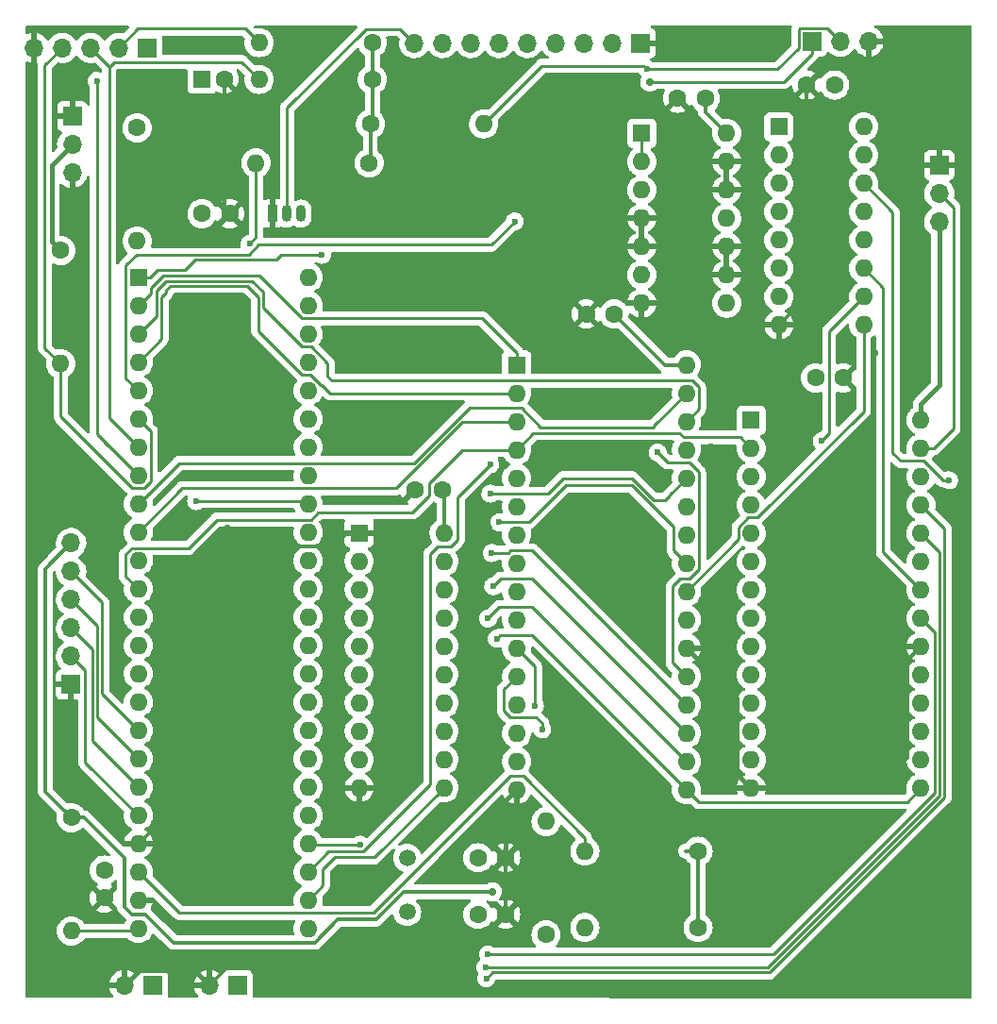
<source format=gbl>
G04 #@! TF.GenerationSoftware,KiCad,Pcbnew,6.0.11-3.fc36*
G04 #@! TF.CreationDate,2023-03-05T15:34:22+00:00*
G04 #@! TF.ProjectId,68hc11,36386863-3131-42e6-9b69-6361645f7063,rev?*
G04 #@! TF.SameCoordinates,Original*
G04 #@! TF.FileFunction,Copper,L2,Bot*
G04 #@! TF.FilePolarity,Positive*
%FSLAX46Y46*%
G04 Gerber Fmt 4.6, Leading zero omitted, Abs format (unit mm)*
G04 Created by KiCad (PCBNEW 6.0.11-3.fc36) date 2023-03-05 15:34:22*
%MOMM*%
%LPD*%
G01*
G04 APERTURE LIST*
G04 #@! TA.AperFunction,ComponentPad*
%ADD10C,1.600000*%
G04 #@! TD*
G04 #@! TA.AperFunction,ComponentPad*
%ADD11O,1.600000X1.600000*%
G04 #@! TD*
G04 #@! TA.AperFunction,ComponentPad*
%ADD12R,1.600000X1.600000*%
G04 #@! TD*
G04 #@! TA.AperFunction,ComponentPad*
%ADD13O,0.900000X1.500000*%
G04 #@! TD*
G04 #@! TA.AperFunction,ComponentPad*
%ADD14R,0.900000X1.500000*%
G04 #@! TD*
G04 #@! TA.AperFunction,ComponentPad*
%ADD15C,1.500000*%
G04 #@! TD*
G04 #@! TA.AperFunction,ComponentPad*
%ADD16R,1.700000X1.700000*%
G04 #@! TD*
G04 #@! TA.AperFunction,ComponentPad*
%ADD17O,1.700000X1.700000*%
G04 #@! TD*
G04 #@! TA.AperFunction,ViaPad*
%ADD18C,0.700000*%
G04 #@! TD*
G04 #@! TA.AperFunction,ViaPad*
%ADD19C,0.600000*%
G04 #@! TD*
G04 #@! TA.AperFunction,Conductor*
%ADD20C,0.400000*%
G04 #@! TD*
G04 #@! TA.AperFunction,Conductor*
%ADD21C,0.300000*%
G04 #@! TD*
G04 #@! TA.AperFunction,Conductor*
%ADD22C,0.250000*%
G04 #@! TD*
G04 APERTURE END LIST*
D10*
X104850000Y-109900000D03*
D11*
X94690000Y-109900000D03*
D12*
X112100360Y-44912280D03*
D11*
X119720360Y-62692280D03*
X112100360Y-47452280D03*
X119720360Y-60152280D03*
X112100360Y-49992280D03*
X119720360Y-57612280D03*
X112100360Y-52532280D03*
X119720360Y-55072280D03*
X112100360Y-55072280D03*
X119720360Y-52532280D03*
X112100360Y-57612280D03*
X119720360Y-49992280D03*
X112100360Y-60152280D03*
X119720360Y-47452280D03*
X112100360Y-62692280D03*
X119720360Y-44912280D03*
D12*
X74432160Y-81346040D03*
D11*
X82052160Y-104206040D03*
X74432160Y-83886040D03*
X82052160Y-101666040D03*
X74432160Y-86426040D03*
X82052160Y-99126040D03*
X74432160Y-88966040D03*
X82052160Y-96586040D03*
X74432160Y-91506040D03*
X82052160Y-94046040D03*
X74432160Y-94046040D03*
X82052160Y-91506040D03*
X74432160Y-96586040D03*
X82052160Y-88966040D03*
X74432160Y-99126040D03*
X82052160Y-86426040D03*
X74432160Y-101666040D03*
X82052160Y-83886040D03*
X74432160Y-104206040D03*
X82052160Y-81346040D03*
D12*
X54610000Y-58420000D03*
D11*
X69850000Y-116840000D03*
X54610000Y-60960000D03*
X69850000Y-114300000D03*
X54610000Y-63500000D03*
X69850000Y-111760000D03*
X54610000Y-66040000D03*
X69850000Y-109220000D03*
X54610000Y-68580000D03*
X69850000Y-106680000D03*
X54610000Y-71120000D03*
X69850000Y-104140000D03*
X54610000Y-73660000D03*
X69850000Y-101600000D03*
X54610000Y-76200000D03*
X69850000Y-99060000D03*
X54610000Y-78740000D03*
X69850000Y-96520000D03*
X54610000Y-81280000D03*
X69850000Y-93980000D03*
X54610000Y-83820000D03*
X69850000Y-91440000D03*
X54610000Y-86360000D03*
X69850000Y-88900000D03*
X54610000Y-88900000D03*
X69850000Y-86360000D03*
X54610000Y-91440000D03*
X69850000Y-83820000D03*
X54610000Y-93980000D03*
X69850000Y-81280000D03*
X54610000Y-96520000D03*
X69850000Y-78740000D03*
X54610000Y-99060000D03*
X69850000Y-76200000D03*
X54610000Y-101600000D03*
X69850000Y-73660000D03*
X54610000Y-104140000D03*
X69850000Y-71120000D03*
X54610000Y-106680000D03*
X69850000Y-68580000D03*
X54610000Y-109220000D03*
X69850000Y-66040000D03*
X54610000Y-111760000D03*
X69850000Y-63500000D03*
X54610000Y-114300000D03*
X69850000Y-60960000D03*
X54610000Y-116840000D03*
X69850000Y-58420000D03*
D10*
X97317560Y-61706760D03*
X94817560Y-61706760D03*
X54500000Y-45000000D03*
D11*
X54500000Y-55160000D03*
D12*
X109621320Y-71231760D03*
D11*
X124861320Y-104251760D03*
X109621320Y-73771760D03*
X124861320Y-101711760D03*
X109621320Y-76311760D03*
X124861320Y-99171760D03*
X109621320Y-78851760D03*
X124861320Y-96631760D03*
X109621320Y-81391760D03*
X124861320Y-94091760D03*
X109621320Y-83931760D03*
X124861320Y-91551760D03*
X109621320Y-86471760D03*
X124861320Y-89011760D03*
X109621320Y-89011760D03*
X124861320Y-86471760D03*
X109621320Y-91551760D03*
X124861320Y-83931760D03*
X109621320Y-94091760D03*
X124861320Y-81391760D03*
X109621320Y-96631760D03*
X124861320Y-78851760D03*
X109621320Y-99171760D03*
X124861320Y-76311760D03*
X109621320Y-101711760D03*
X124861320Y-73771760D03*
X109621320Y-104251760D03*
X124861320Y-71231760D03*
D12*
X60325000Y-40640000D03*
D10*
X62325000Y-40640000D03*
X104850000Y-116750000D03*
D11*
X94690000Y-116750000D03*
D10*
X48600000Y-106900000D03*
D11*
X48600000Y-117060000D03*
D10*
X75332040Y-48158120D03*
D11*
X65172040Y-48158120D03*
D10*
X75438720Y-44652920D03*
D11*
X85598720Y-44652920D03*
D10*
X75616520Y-37368200D03*
D11*
X65456520Y-37368200D03*
D10*
X75616520Y-40670200D03*
D11*
X65456520Y-40670200D03*
D10*
X47640240Y-56007000D03*
D11*
X47640240Y-66167000D03*
D10*
X91200000Y-117400000D03*
D11*
X91200000Y-107240000D03*
D12*
X88569800Y-66278760D03*
D11*
X103809800Y-104378760D03*
X88569800Y-68818760D03*
X103809800Y-101838760D03*
X88569800Y-71358760D03*
X103809800Y-99298760D03*
X88569800Y-73898760D03*
X103809800Y-96758760D03*
X88569800Y-76438760D03*
X103809800Y-94218760D03*
X88569800Y-78978760D03*
X103809800Y-91678760D03*
X88569800Y-81518760D03*
X103809800Y-89138760D03*
X88569800Y-84058760D03*
X103809800Y-86598760D03*
X88569800Y-86598760D03*
X103809800Y-84058760D03*
X88569800Y-89138760D03*
X103809800Y-81518760D03*
X88569800Y-91678760D03*
X103809800Y-78978760D03*
X88569800Y-94218760D03*
X103809800Y-76438760D03*
X88569800Y-96758760D03*
X103809800Y-73898760D03*
X88569800Y-99298760D03*
X103809800Y-71358760D03*
X88569800Y-101838760D03*
X103809800Y-68818760D03*
X88569800Y-104378760D03*
X103809800Y-66278760D03*
D13*
X67945000Y-52705000D03*
X69215000Y-52705000D03*
D14*
X66675000Y-52705000D03*
D15*
X78740000Y-110490000D03*
X78740000Y-115370000D03*
D16*
X115067080Y-37256720D03*
D17*
X117607080Y-37256720D03*
X120147080Y-37256720D03*
D16*
X99700000Y-37400000D03*
D17*
X97160000Y-37400000D03*
X94620000Y-37400000D03*
X92080000Y-37400000D03*
X89540000Y-37400000D03*
X87000000Y-37400000D03*
X84460000Y-37400000D03*
X81920000Y-37400000D03*
X79380000Y-37400000D03*
X48676560Y-49047400D03*
X48676560Y-46507400D03*
D16*
X48676560Y-43967400D03*
D17*
X60960000Y-121920000D03*
D16*
X63500000Y-121920000D03*
X55880000Y-121920000D03*
D17*
X53340000Y-121920000D03*
D16*
X126507240Y-48351440D03*
D17*
X126507240Y-50891440D03*
X126507240Y-53431440D03*
D16*
X55382160Y-37840920D03*
D17*
X52842160Y-37840920D03*
X50302160Y-37840920D03*
X47762160Y-37840920D03*
X45222160Y-37840920D03*
D16*
X48580040Y-94960440D03*
D17*
X48580040Y-92420440D03*
X48580040Y-89880440D03*
X48580040Y-87340440D03*
X48580040Y-84800440D03*
X48580040Y-82260440D03*
D10*
X114619400Y-41163240D03*
X117119400Y-41163240D03*
X81915000Y-77470000D03*
X79415000Y-77470000D03*
X117892200Y-67431920D03*
X115392200Y-67431920D03*
X60325000Y-52705000D03*
X62825000Y-52705000D03*
X51550000Y-111600000D03*
X51550000Y-114100000D03*
X85090000Y-115570000D03*
X87590000Y-115570000D03*
X87590000Y-110490000D03*
X85090000Y-110490000D03*
X105500000Y-42350000D03*
X103000000Y-42350000D03*
D12*
X99800000Y-45500000D03*
D11*
X107420000Y-60740000D03*
X99800000Y-48040000D03*
X107420000Y-58200000D03*
X99800000Y-50580000D03*
X107420000Y-55660000D03*
X99800000Y-53120000D03*
X107420000Y-53120000D03*
X99800000Y-55660000D03*
X107420000Y-50580000D03*
X99800000Y-58200000D03*
X107420000Y-48040000D03*
X99800000Y-60740000D03*
X107420000Y-45500000D03*
D18*
X86400000Y-113550000D03*
X62580520Y-80929999D03*
D19*
X61568630Y-76331370D03*
X77793959Y-105506041D03*
X120726781Y-65173219D03*
X57550000Y-69800000D03*
X79450000Y-71500000D03*
X84050000Y-66350000D03*
X58350000Y-80000000D03*
X96800000Y-70600000D03*
X101000000Y-91650000D03*
X98150000Y-104150000D03*
X82450000Y-106250000D03*
X95400000Y-82950000D03*
X96100000Y-78050000D03*
X65500000Y-92850000D03*
X77050000Y-64050000D03*
X94800000Y-50300000D03*
X66600000Y-70900000D03*
X63400000Y-67250000D03*
X119500000Y-74350000D03*
X92650000Y-95900000D03*
X74050000Y-117700000D03*
X72250000Y-114250000D03*
X122550000Y-75650000D03*
X101050000Y-76900000D03*
X106850000Y-70750000D03*
X106000000Y-73600000D03*
X50876200Y-40807640D03*
X127386080Y-76626720D03*
X74503280Y-109321600D03*
X64600000Y-55400000D03*
X71100000Y-56400000D03*
X100265389Y-39745199D03*
D18*
X100511080Y-40888920D03*
D19*
X59800000Y-78500000D03*
X86796880Y-90830400D03*
X86207600Y-77820520D03*
X85994240Y-89016840D03*
X86461600Y-86126320D03*
X87012999Y-80393759D03*
X86344760Y-83154520D03*
X85994240Y-119161560D03*
X101219000Y-74127360D03*
X85770720Y-120340120D03*
X85846920Y-121300240D03*
X90205560Y-96840040D03*
X90860880Y-98978720D03*
X88400000Y-53400000D03*
X115950000Y-73100000D03*
X86200000Y-75200000D03*
D20*
X46840241Y-48343719D02*
X48676560Y-46507400D01*
X46840241Y-55207001D02*
X46840241Y-48343719D01*
X47640240Y-56007000D02*
X46840241Y-55207001D01*
X124861320Y-71231760D02*
X124861320Y-69773800D01*
X126507240Y-68127880D02*
X126507240Y-53431440D01*
X124861320Y-69773800D02*
X126507240Y-68127880D01*
D21*
X82052160Y-77607160D02*
X81915000Y-77470000D01*
X82052160Y-81346040D02*
X82052160Y-77607160D01*
X101889560Y-66278760D02*
X97317560Y-61706760D01*
X101889560Y-66278760D02*
X103809800Y-66278760D01*
X75616520Y-47873640D02*
X75332040Y-48158120D01*
X75616520Y-44475120D02*
X75438720Y-44652920D01*
X75616520Y-37368200D02*
X75616520Y-44475120D01*
X75438720Y-48051440D02*
X75332040Y-48158120D01*
X75438720Y-44652920D02*
X75438720Y-48051440D01*
X105500000Y-43580000D02*
X107420000Y-45500000D01*
X105500000Y-42350000D02*
X105500000Y-43580000D01*
X47800001Y-106100001D02*
X48600000Y-106900000D01*
X46250000Y-104550000D02*
X47800001Y-106100001D01*
X46250000Y-84590480D02*
X46250000Y-104550000D01*
X48580040Y-82260440D02*
X46250000Y-84590480D01*
X104850000Y-109900000D02*
X104850000Y-116750000D01*
X103718630Y-109900000D02*
X104850000Y-109900000D01*
X75948733Y-116000011D02*
X78398744Y-113550000D01*
X53359999Y-110528629D02*
X53359999Y-114900001D01*
X78398744Y-113550000D02*
X86400000Y-113550000D01*
X54009999Y-115550001D02*
X55210001Y-115550001D01*
X48600000Y-106900000D02*
X49731370Y-106900000D01*
X53359999Y-114900001D02*
X54009999Y-115550001D01*
X55210001Y-115550001D02*
X57750001Y-118090001D01*
X57750001Y-118090001D02*
X70450001Y-118090001D01*
X70450001Y-118090001D02*
X72539991Y-116000011D01*
X49731370Y-106900000D02*
X53359999Y-110528629D01*
X72539991Y-116000011D02*
X75948733Y-116000011D01*
D20*
X54690001Y-120569999D02*
X53340000Y-121920000D01*
X59609999Y-120569999D02*
X54690001Y-120569999D01*
X60960000Y-121920000D02*
X59609999Y-120569999D01*
X87590000Y-105358560D02*
X88569800Y-104378760D01*
X87590000Y-110490000D02*
X87590000Y-105358560D01*
X108321319Y-102951759D02*
X109621320Y-104251760D01*
X108321319Y-96190279D02*
X108321319Y-102951759D01*
X103809800Y-91678760D02*
X108321319Y-96190279D01*
D21*
X62325000Y-52205000D02*
X62825000Y-52705000D01*
X62325000Y-40640000D02*
X62325000Y-52205000D01*
X114619400Y-60173240D02*
X112420400Y-62372240D01*
X114619400Y-41163240D02*
X114619400Y-60173240D01*
X112420400Y-62372240D02*
X112100360Y-62692280D01*
X62580520Y-80929999D02*
X61595000Y-81915519D01*
X61595000Y-102235000D02*
X54610000Y-109220000D01*
X61595000Y-81915519D02*
X61595000Y-102235000D01*
X72108201Y-82569999D02*
X73332160Y-81346040D01*
X73332160Y-81346040D02*
X74432160Y-81346040D01*
X64220520Y-82569999D02*
X72108201Y-82569999D01*
X62580520Y-80929999D02*
X64220520Y-82569999D01*
X87590000Y-110490000D02*
X87590000Y-115570000D01*
X109621320Y-104251760D02*
X120848240Y-104251760D01*
X123611319Y-92801761D02*
X124861320Y-91551760D01*
X123611319Y-101488681D02*
X123611319Y-92801761D01*
X120848240Y-104251760D02*
X123611319Y-101488681D01*
X109621320Y-104251760D02*
X112250009Y-104251760D01*
X107420000Y-48040000D02*
X107420000Y-50580000D01*
X107420000Y-55660000D02*
X107420000Y-58200000D01*
X61809999Y-121070001D02*
X60960000Y-121920000D01*
X87590000Y-115570000D02*
X85069999Y-118090001D01*
X85069999Y-118090001D02*
X85069999Y-118160711D01*
X83490710Y-119740000D02*
X63140000Y-119740000D01*
X85069999Y-118160711D02*
X83490710Y-119740000D01*
X63140000Y-119740000D02*
X61809999Y-121070001D01*
D22*
X75710557Y-115425001D02*
X58275001Y-115425001D01*
X89157801Y-103153759D02*
X87981799Y-103153759D01*
X58275001Y-115425001D02*
X55409999Y-112559999D01*
X94690000Y-108685958D02*
X89157801Y-103153759D01*
X55409999Y-112559999D02*
X54610000Y-111760000D01*
X87981799Y-103153759D02*
X75710557Y-115425001D01*
X94690000Y-109900000D02*
X94690000Y-108685958D01*
X78123199Y-36143199D02*
X79380000Y-37400000D01*
X75028519Y-36143199D02*
X78123199Y-36143199D01*
X67945000Y-43226718D02*
X75028519Y-36143199D01*
X67945000Y-52705000D02*
X67945000Y-43226718D01*
X47640240Y-70895242D02*
X47640240Y-66167000D01*
X54069999Y-77325001D02*
X47640240Y-70895242D01*
X55150001Y-77325001D02*
X54069999Y-77325001D01*
X55735001Y-76740001D02*
X55150001Y-77325001D01*
X55735001Y-72245001D02*
X55735001Y-76740001D01*
X54610000Y-71120000D02*
X55735001Y-72245001D01*
X46215231Y-39387849D02*
X47762160Y-37840920D01*
X47640240Y-66167000D02*
X46215231Y-64741991D01*
X46215231Y-64741991D02*
X46215231Y-39387849D01*
X51992161Y-71042161D02*
X54610000Y-73660000D01*
X51992161Y-39530921D02*
X50302160Y-37840920D01*
X51992161Y-71042161D02*
X51992161Y-39530921D01*
X63902241Y-39115921D02*
X65456520Y-40670200D01*
X52407161Y-39115921D02*
X63902241Y-39115921D01*
X51992161Y-39530921D02*
X52407161Y-39115921D01*
X54610000Y-76200000D02*
X51542151Y-73132151D01*
X54610000Y-76200000D02*
X50876200Y-72466200D01*
X50876200Y-72466200D02*
X50876200Y-40807640D01*
X64188320Y-36100000D02*
X65456520Y-37368200D01*
X54583080Y-36100000D02*
X64188320Y-36100000D01*
X52842160Y-37840920D02*
X54583080Y-36100000D01*
X122324290Y-52596210D02*
X119720360Y-49992280D01*
X125111323Y-74896761D02*
X123045861Y-74896761D01*
X127386080Y-76626720D02*
X126841282Y-76626720D01*
X123045861Y-74896761D02*
X122324290Y-74175190D01*
X126841282Y-76626720D02*
X125111323Y-74896761D01*
X122324290Y-74175190D02*
X122324290Y-52596210D01*
X69951600Y-109321600D02*
X69850000Y-109220000D01*
X74503280Y-109321600D02*
X69951600Y-109321600D01*
X65172040Y-54827960D02*
X65172040Y-48158120D01*
X64600000Y-55400000D02*
X65172040Y-54827960D01*
X67461408Y-56400000D02*
X67000000Y-56861408D01*
X71100000Y-56400000D02*
X67461408Y-56400000D01*
X55660000Y-58420000D02*
X54610000Y-58420000D01*
X56292890Y-57787110D02*
X55660000Y-58420000D01*
X59738592Y-56861408D02*
X58812890Y-57787110D01*
X58812890Y-57787110D02*
X56292890Y-57787110D01*
X67000000Y-56861408D02*
X59738592Y-56861408D01*
X116432079Y-36081719D02*
X117607080Y-37256720D01*
X113957079Y-36081719D02*
X116432079Y-36081719D01*
X113892079Y-37847521D02*
X113892079Y-36146719D01*
X113892079Y-36146719D02*
X113957079Y-36081719D01*
X111994401Y-39745199D02*
X113892079Y-37847521D01*
X100265389Y-39745199D02*
X111994401Y-39745199D01*
X90806440Y-39445200D02*
X85598720Y-44652920D01*
X99965390Y-39445200D02*
X90806440Y-39445200D01*
X100265389Y-39745199D02*
X99965390Y-39445200D01*
X112534880Y-40888920D02*
X115067080Y-38356720D01*
X115067080Y-38356720D02*
X115067080Y-37256720D01*
X100511080Y-40888920D02*
X112534880Y-40888920D01*
X54390000Y-117060000D02*
X54610000Y-116840000D01*
X48600000Y-117060000D02*
X54390000Y-117060000D01*
X69610000Y-78500000D02*
X69850000Y-78740000D01*
X59800000Y-78500000D02*
X69610000Y-78500000D01*
X88569800Y-65228760D02*
X88569800Y-66278760D01*
X69309999Y-62085001D02*
X85426041Y-62085001D01*
X54610000Y-60960000D02*
X55735001Y-59834999D01*
X55735001Y-59834999D02*
X55735001Y-59347319D01*
X85426041Y-62085001D02*
X88569800Y-65228760D01*
X55735001Y-59347319D02*
X56845200Y-58237120D01*
X56845200Y-58237120D02*
X65462118Y-58237120D01*
X65462118Y-58237120D02*
X69309999Y-62085001D01*
X69850000Y-114300000D02*
X71170800Y-112979200D01*
X71170800Y-112979200D02*
X71170800Y-111506000D01*
X71170800Y-111506000D02*
X72217280Y-110459520D01*
X72217280Y-110459520D02*
X75798680Y-110459520D01*
X75798680Y-110459520D02*
X82052160Y-104206040D01*
X104349801Y-67693759D02*
X104934801Y-68278759D01*
X71600000Y-67300000D02*
X71993759Y-67693759D01*
X57129680Y-58734960D02*
X64790320Y-58734960D01*
X70100003Y-64625001D02*
X71600000Y-66124998D01*
X104934801Y-70233759D02*
X103809800Y-71358760D01*
X56226251Y-59638389D02*
X57129680Y-58734960D01*
X56226251Y-61883749D02*
X56226251Y-59638389D01*
X104934801Y-68278759D02*
X104934801Y-70233759D01*
X54610000Y-63500000D02*
X56226251Y-61883749D01*
X65791080Y-59735720D02*
X65826640Y-59735720D01*
X71993759Y-67693759D02*
X104349801Y-67693759D01*
X65826640Y-59735720D02*
X65826640Y-61141642D01*
X64790320Y-58734960D02*
X65791080Y-59735720D01*
X65826640Y-61141642D02*
X69309999Y-64625001D01*
X69309999Y-64625001D02*
X70100003Y-64625001D01*
X71600000Y-66124998D02*
X71600000Y-67300000D01*
X57507710Y-59184970D02*
X64386890Y-59184970D01*
X64386890Y-59184970D02*
X65376630Y-60174710D01*
X54610000Y-66040000D02*
X56676260Y-63973740D01*
X65376631Y-63231633D02*
X69309999Y-67165001D01*
X56676260Y-60224700D02*
X57129680Y-59771280D01*
X57129680Y-59771280D02*
X57129680Y-59563000D01*
X65376630Y-60174710D02*
X65376631Y-63231633D01*
X56676260Y-63973740D02*
X56676260Y-60224700D01*
X57129680Y-59563000D02*
X57507710Y-59184970D01*
X69309999Y-67165001D02*
X70100003Y-67165001D01*
X70975001Y-68059081D02*
X71056281Y-68059081D01*
X70080921Y-67165001D02*
X70975001Y-68059081D01*
X69309999Y-67165001D02*
X70080921Y-67165001D01*
X71815960Y-68818760D02*
X88569800Y-68818760D01*
X71056281Y-68059081D02*
X71815960Y-68818760D01*
X100873958Y-71754602D02*
X103809800Y-68818760D01*
X100873958Y-71873958D02*
X100873958Y-71754602D01*
X90750000Y-71873958D02*
X100873958Y-71873958D01*
X58275001Y-75074999D02*
X79360589Y-75074999D01*
X54610000Y-78740000D02*
X58275001Y-75074999D01*
X79360589Y-75074999D02*
X84335588Y-70100000D01*
X84335588Y-70100000D02*
X88976042Y-70100000D01*
X88976042Y-70100000D02*
X90750000Y-71873958D01*
X77746997Y-77325001D02*
X83713238Y-71358760D01*
X83713238Y-71358760D02*
X88569800Y-71358760D01*
X58564999Y-77325001D02*
X77746997Y-77325001D01*
X54610000Y-81280000D02*
X58564999Y-77325001D01*
X123636319Y-105476761D02*
X124861320Y-104251760D01*
X104907801Y-105476761D02*
X123636319Y-105476761D01*
X103809800Y-104378760D02*
X104907801Y-105476761D01*
X87073521Y-90553759D02*
X86796880Y-90830400D01*
X103809800Y-104378760D02*
X89984799Y-90553759D01*
X89984799Y-90553759D02*
X87073521Y-90553759D01*
X86207600Y-77820520D02*
X88775321Y-77820520D01*
X92774802Y-76438760D02*
X91359803Y-77853759D01*
X98925372Y-76438760D02*
X92774802Y-76438760D01*
X103809800Y-76438760D02*
X102300000Y-77948560D01*
X102300000Y-77948560D02*
X102300000Y-78000000D01*
X101900000Y-78400000D02*
X100886612Y-78400000D01*
X102300000Y-78000000D02*
X101900000Y-78400000D01*
X91359803Y-77853759D02*
X88029799Y-77853759D01*
X100886612Y-78400000D02*
X98925372Y-76438760D01*
X89984799Y-88013759D02*
X103809800Y-101838760D01*
X88029799Y-88013759D02*
X88349039Y-88013759D01*
X86997321Y-88013759D02*
X88349039Y-88013759D01*
X85994240Y-89016840D02*
X86997321Y-88013759D01*
X88349039Y-88013759D02*
X89984799Y-88013759D01*
X70761263Y-79493739D02*
X70100003Y-80154999D01*
X83673238Y-73898760D02*
X80689999Y-76881999D01*
X79204263Y-79493739D02*
X70761263Y-79493739D01*
X88569800Y-73898760D02*
X83673238Y-73898760D01*
X80689999Y-76881999D02*
X80689999Y-78008003D01*
X80689999Y-78008003D02*
X79204263Y-79493739D01*
X53484999Y-85234999D02*
X54610000Y-86360000D01*
X53484999Y-83279999D02*
X53484999Y-85234999D01*
X54069999Y-82694999D02*
X53484999Y-83279999D01*
X59113201Y-82694999D02*
X54069999Y-82694999D01*
X61653201Y-80154999D02*
X59113201Y-82694999D01*
X70100003Y-80154999D02*
X61653201Y-80154999D01*
X88569800Y-73898760D02*
X90068560Y-72400000D01*
X108623319Y-72773759D02*
X109621320Y-73771760D01*
X103559797Y-72773759D02*
X108623319Y-72773759D01*
X103186038Y-72400000D02*
X103559797Y-72773759D01*
X90068560Y-72400000D02*
X103186038Y-72400000D01*
X87114161Y-85473759D02*
X89984799Y-85473759D01*
X86461600Y-86126320D02*
X87114161Y-85473759D01*
X89984799Y-85473759D02*
X103809800Y-99298760D01*
X102675521Y-82924481D02*
X103809800Y-84058760D01*
X87012999Y-80393759D02*
X89654161Y-80393759D01*
X92984320Y-77063600D02*
X98913802Y-77063600D01*
X89654161Y-80393759D02*
X92984320Y-77063600D01*
X102675521Y-80825319D02*
X102675521Y-82924481D01*
X98913802Y-77063600D02*
X102675521Y-80825319D01*
X89984799Y-82933759D02*
X103809800Y-96758760D01*
X88029799Y-82933759D02*
X89984799Y-82933759D01*
X87809038Y-83154520D02*
X88029799Y-82933759D01*
X86344760Y-83154520D02*
X87809038Y-83154520D01*
X111616522Y-119161560D02*
X85994240Y-119161560D01*
X126086321Y-104691761D02*
X111616522Y-119161560D01*
X124861320Y-89011760D02*
X126086321Y-90236761D01*
X126086321Y-90236761D02*
X126086321Y-104691761D01*
X102584799Y-92993759D02*
X103809800Y-94218760D01*
X102584799Y-86158759D02*
X102584799Y-92993759D01*
X103269799Y-85473759D02*
X102584799Y-86158759D01*
X104059803Y-85473759D02*
X103269799Y-85473759D01*
X104934801Y-84598761D02*
X104059803Y-85473759D01*
X104934801Y-75898759D02*
X104934801Y-84598761D01*
X104059803Y-75023761D02*
X104934801Y-75898759D01*
X102115401Y-75023761D02*
X104059803Y-75023761D01*
X101219000Y-74127360D02*
X102115401Y-75023761D01*
X111074372Y-120340120D02*
X85770720Y-120340120D01*
X124861320Y-81391760D02*
X126536330Y-83066770D01*
X126536330Y-104878162D02*
X111074372Y-120340120D01*
X126536330Y-83066770D02*
X126536330Y-104878162D01*
X126986340Y-80976780D02*
X124861320Y-78851760D01*
X126986340Y-105064562D02*
X126986340Y-80976780D01*
X111260773Y-120790129D02*
X126986340Y-105064562D01*
X86357030Y-120790130D02*
X111260773Y-120790129D01*
X85846920Y-121300240D02*
X86357030Y-120790130D01*
X90205560Y-93314520D02*
X88569800Y-91678760D01*
X90205560Y-96840040D02*
X90205560Y-93314520D01*
X87444799Y-95343761D02*
X88569800Y-94218760D01*
X87444799Y-97298761D02*
X87444799Y-95343761D01*
X88029799Y-97883761D02*
X87444799Y-97298761D01*
X90860880Y-98420362D02*
X90324279Y-97883761D01*
X90324279Y-97883761D02*
X88029799Y-97883761D01*
X90860880Y-98978720D02*
X90860880Y-98420362D01*
X127782241Y-52166441D02*
X126507240Y-50891440D01*
X127782241Y-71982209D02*
X127782241Y-52166441D01*
X125992690Y-73771760D02*
X127782241Y-71982209D01*
X124861320Y-73771760D02*
X125992690Y-73771760D01*
X53484999Y-57359999D02*
X53649999Y-57194999D01*
X64513604Y-56411398D02*
X54433600Y-56411398D01*
X53484999Y-57359999D02*
X53484999Y-67454999D01*
X65425002Y-55500000D02*
X64513604Y-56411398D01*
X53484999Y-67454999D02*
X54610000Y-68580000D01*
X86300000Y-55500000D02*
X65425002Y-55500000D01*
X54433600Y-56411398D02*
X53484999Y-57359999D01*
X88400000Y-53400000D02*
X86300000Y-55500000D01*
X119720360Y-70417722D02*
X119720360Y-62692280D01*
X110161321Y-79976761D02*
X119720360Y-70417722D01*
X109371317Y-79976761D02*
X110161321Y-79976761D01*
X108496319Y-80851759D02*
X109371317Y-79976761D01*
X108496319Y-81912241D02*
X108496319Y-80851759D01*
X103809800Y-86598760D02*
X108496319Y-81912241D01*
X116617201Y-63255439D02*
X119720360Y-60152280D01*
X116617201Y-72432799D02*
X116617201Y-63255439D01*
X115950000Y-73100000D02*
X116617201Y-72432799D01*
X121451782Y-83062222D02*
X124861320Y-86471760D01*
X121451782Y-59343702D02*
X121451782Y-83062222D01*
X119720360Y-57612280D02*
X121451782Y-59343702D01*
X49855041Y-93695441D02*
X48580040Y-92420440D01*
X49855041Y-101925041D02*
X49855041Y-93695441D01*
X54610000Y-106680000D02*
X49855041Y-101925041D01*
X50454560Y-91754960D02*
X48580040Y-89880440D01*
X50454560Y-99984560D02*
X50454560Y-91754960D01*
X54610000Y-104140000D02*
X50454560Y-99984560D01*
X50904569Y-89664969D02*
X48580040Y-87340440D01*
X50904569Y-97894569D02*
X50904569Y-89664969D01*
X54610000Y-101600000D02*
X50904569Y-97894569D01*
X51354578Y-87574978D02*
X48580040Y-84800440D01*
X51354578Y-95804578D02*
X51354578Y-87574978D01*
X54610000Y-99060000D02*
X51354578Y-95804578D01*
X83277161Y-81934041D02*
X83277161Y-78122839D01*
X82640161Y-82571041D02*
X83277161Y-81934041D01*
X83277161Y-78122839D02*
X86200000Y-75200000D01*
X81464159Y-82571041D02*
X82640161Y-82571041D01*
X69850000Y-111760000D02*
X71663399Y-109946601D01*
X74803281Y-109946601D02*
X80827159Y-103922723D01*
X71663399Y-109946601D02*
X74803281Y-109946601D01*
X80827159Y-103922723D02*
X80827159Y-83208041D01*
X80827159Y-83208041D02*
X81464159Y-82571041D01*
X99800000Y-48040000D02*
X99800000Y-45500000D01*
G04 #@! TA.AperFunction,Conductor*
G36*
X129380033Y-35824409D02*
G01*
X129426532Y-35878059D01*
X129437925Y-35930410D01*
X129439584Y-76603866D01*
X129441472Y-122906845D01*
X129441474Y-122965126D01*
X129421475Y-123033247D01*
X129367821Y-123079742D01*
X129315402Y-123091131D01*
X64968462Y-123053724D01*
X64900354Y-123033682D01*
X64853892Y-122980000D01*
X64843829Y-122909720D01*
X64847480Y-122895480D01*
X64847144Y-122895400D01*
X64848971Y-122887716D01*
X64851745Y-122880316D01*
X64858500Y-122818134D01*
X64858500Y-121021866D01*
X64851745Y-120959684D01*
X64800615Y-120823295D01*
X64713261Y-120706739D01*
X64596705Y-120619385D01*
X64460316Y-120568255D01*
X64398134Y-120561500D01*
X62601866Y-120561500D01*
X62539684Y-120568255D01*
X62403295Y-120619385D01*
X62286739Y-120706739D01*
X62199385Y-120823295D01*
X62196233Y-120831703D01*
X62196232Y-120831705D01*
X62154722Y-120942433D01*
X62112081Y-120999198D01*
X62045519Y-121023898D01*
X61976170Y-121008691D01*
X61943546Y-120983004D01*
X61892799Y-120927234D01*
X61885273Y-120920215D01*
X61718139Y-120788222D01*
X61709552Y-120782517D01*
X61523117Y-120679599D01*
X61513705Y-120675369D01*
X61312959Y-120604280D01*
X61302988Y-120601646D01*
X61231837Y-120588972D01*
X61218540Y-120590432D01*
X61214000Y-120604989D01*
X61214000Y-122048000D01*
X61193998Y-122116121D01*
X61140342Y-122162614D01*
X61088000Y-122174000D01*
X59643225Y-122174000D01*
X59629694Y-122177973D01*
X59628257Y-122187966D01*
X59658565Y-122322446D01*
X59661645Y-122332275D01*
X59741770Y-122529603D01*
X59746413Y-122538794D01*
X59857694Y-122720388D01*
X59863777Y-122728699D01*
X59962147Y-122842260D01*
X59991630Y-122906845D01*
X59981515Y-122977117D01*
X59935014Y-123030766D01*
X59866837Y-123050757D01*
X58327858Y-123049863D01*
X57349951Y-123049295D01*
X57281843Y-123029253D01*
X57235381Y-122975571D01*
X57225318Y-122905291D01*
X57227442Y-122894151D01*
X57228974Y-122887708D01*
X57231745Y-122880316D01*
X57232599Y-122872460D01*
X57238131Y-122821531D01*
X57238500Y-122818134D01*
X57238500Y-121654183D01*
X59624389Y-121654183D01*
X59625912Y-121662607D01*
X59638292Y-121666000D01*
X60687885Y-121666000D01*
X60703124Y-121661525D01*
X60704329Y-121660135D01*
X60706000Y-121652452D01*
X60706000Y-120603102D01*
X60702082Y-120589758D01*
X60687806Y-120587771D01*
X60649324Y-120593660D01*
X60639288Y-120596051D01*
X60436868Y-120662212D01*
X60427359Y-120666209D01*
X60238463Y-120764542D01*
X60229738Y-120770036D01*
X60059433Y-120897905D01*
X60051726Y-120904748D01*
X59904590Y-121058717D01*
X59898104Y-121066727D01*
X59778098Y-121242649D01*
X59773000Y-121251623D01*
X59683338Y-121444783D01*
X59679775Y-121454470D01*
X59624389Y-121654183D01*
X57238500Y-121654183D01*
X57238500Y-121021866D01*
X57231745Y-120959684D01*
X57180615Y-120823295D01*
X57093261Y-120706739D01*
X56976705Y-120619385D01*
X56840316Y-120568255D01*
X56778134Y-120561500D01*
X54981866Y-120561500D01*
X54919684Y-120568255D01*
X54783295Y-120619385D01*
X54666739Y-120706739D01*
X54579385Y-120823295D01*
X54576233Y-120831703D01*
X54576232Y-120831705D01*
X54534722Y-120942433D01*
X54492081Y-120999198D01*
X54425519Y-121023898D01*
X54356170Y-121008691D01*
X54323546Y-120983004D01*
X54272799Y-120927234D01*
X54265273Y-120920215D01*
X54098139Y-120788222D01*
X54089552Y-120782517D01*
X53903117Y-120679599D01*
X53893705Y-120675369D01*
X53692959Y-120604280D01*
X53682988Y-120601646D01*
X53611837Y-120588972D01*
X53598540Y-120590432D01*
X53594000Y-120604989D01*
X53594000Y-122048000D01*
X53573998Y-122116121D01*
X53520342Y-122162614D01*
X53468000Y-122174000D01*
X52023225Y-122174000D01*
X52009694Y-122177973D01*
X52008257Y-122187966D01*
X52038565Y-122322446D01*
X52041645Y-122332275D01*
X52121770Y-122529603D01*
X52126413Y-122538794D01*
X52237694Y-122720388D01*
X52243777Y-122728699D01*
X52338308Y-122837828D01*
X52367791Y-122902413D01*
X52357676Y-122972685D01*
X52311175Y-123026334D01*
X52242998Y-123046325D01*
X44576427Y-123041869D01*
X44508318Y-123021827D01*
X44461856Y-122968145D01*
X44450500Y-122915869D01*
X44450500Y-121654183D01*
X52004389Y-121654183D01*
X52005912Y-121662607D01*
X52018292Y-121666000D01*
X53067885Y-121666000D01*
X53083124Y-121661525D01*
X53084329Y-121660135D01*
X53086000Y-121652452D01*
X53086000Y-120603102D01*
X53082082Y-120589758D01*
X53067806Y-120587771D01*
X53029324Y-120593660D01*
X53019288Y-120596051D01*
X52816868Y-120662212D01*
X52807359Y-120666209D01*
X52618463Y-120764542D01*
X52609738Y-120770036D01*
X52439433Y-120897905D01*
X52431726Y-120904748D01*
X52284590Y-121058717D01*
X52278104Y-121066727D01*
X52158098Y-121242649D01*
X52153000Y-121251623D01*
X52063338Y-121444783D01*
X52059775Y-121454470D01*
X52004389Y-121654183D01*
X44450500Y-121654183D01*
X44450500Y-115186062D01*
X50828493Y-115186062D01*
X50837789Y-115198077D01*
X50888994Y-115233931D01*
X50898489Y-115239414D01*
X51095947Y-115331490D01*
X51106239Y-115335236D01*
X51316688Y-115391625D01*
X51327481Y-115393528D01*
X51544525Y-115412517D01*
X51555475Y-115412517D01*
X51772519Y-115393528D01*
X51783312Y-115391625D01*
X51993761Y-115335236D01*
X52004053Y-115331490D01*
X52201511Y-115239414D01*
X52211006Y-115233931D01*
X52263048Y-115197491D01*
X52271424Y-115187012D01*
X52264356Y-115173566D01*
X51562812Y-114472022D01*
X51548868Y-114464408D01*
X51547035Y-114464539D01*
X51540420Y-114468790D01*
X50834923Y-115174287D01*
X50828493Y-115186062D01*
X44450500Y-115186062D01*
X44450500Y-114105475D01*
X50237483Y-114105475D01*
X50256472Y-114322519D01*
X50258375Y-114333312D01*
X50314764Y-114543761D01*
X50318510Y-114554053D01*
X50410586Y-114751511D01*
X50416069Y-114761006D01*
X50452509Y-114813048D01*
X50462988Y-114821424D01*
X50476434Y-114814356D01*
X51177978Y-114112812D01*
X51185592Y-114098868D01*
X51185461Y-114097035D01*
X51181210Y-114090420D01*
X50475713Y-113384923D01*
X50463938Y-113378493D01*
X50451923Y-113387789D01*
X50416069Y-113438994D01*
X50410586Y-113448489D01*
X50318510Y-113645947D01*
X50314764Y-113656239D01*
X50258375Y-113866688D01*
X50256472Y-113877481D01*
X50237483Y-114094525D01*
X50237483Y-114105475D01*
X44450500Y-114105475D01*
X44450500Y-39181801D01*
X44470502Y-39113680D01*
X44524158Y-39067187D01*
X44594432Y-39057083D01*
X44630943Y-39068170D01*
X44638207Y-39071651D01*
X44837161Y-39147623D01*
X44847059Y-39150499D01*
X44950410Y-39171526D01*
X44964459Y-39170330D01*
X44968160Y-39159985D01*
X44968160Y-36524022D01*
X44964242Y-36510678D01*
X44949966Y-36508691D01*
X44911484Y-36514580D01*
X44901448Y-36516971D01*
X44699028Y-36583132D01*
X44689528Y-36587125D01*
X44634680Y-36615677D01*
X44565020Y-36629389D01*
X44499005Y-36603264D01*
X44457594Y-36545595D01*
X44450500Y-36503913D01*
X44450500Y-35940425D01*
X44470502Y-35872304D01*
X44524158Y-35825811D01*
X44576484Y-35814425D01*
X50602257Y-35813713D01*
X53669619Y-35813351D01*
X53737742Y-35833345D01*
X53784241Y-35886995D01*
X53794354Y-35957268D01*
X53764868Y-36021852D01*
X53758733Y-36028443D01*
X53527404Y-36259771D01*
X53299504Y-36487671D01*
X53237192Y-36521696D01*
X53188313Y-36522622D01*
X52975533Y-36484720D01*
X52975527Y-36484719D01*
X52970444Y-36483814D01*
X52896612Y-36482912D01*
X52752241Y-36481148D01*
X52752239Y-36481148D01*
X52747071Y-36481085D01*
X52526251Y-36514875D01*
X52313916Y-36584277D01*
X52115767Y-36687427D01*
X52111634Y-36690530D01*
X52111631Y-36690532D01*
X51942203Y-36817742D01*
X51937125Y-36821555D01*
X51782789Y-36983058D01*
X51675361Y-37140541D01*
X51620453Y-37185541D01*
X51549928Y-37193712D01*
X51486181Y-37162458D01*
X51465484Y-37137974D01*
X51384982Y-37013537D01*
X51384980Y-37013534D01*
X51382174Y-37009197D01*
X51231830Y-36843971D01*
X51227779Y-36840772D01*
X51227775Y-36840768D01*
X51060574Y-36708720D01*
X51060570Y-36708718D01*
X51056519Y-36705518D01*
X51041187Y-36697054D01*
X51004296Y-36676689D01*
X50860949Y-36597558D01*
X50856080Y-36595834D01*
X50856076Y-36595832D01*
X50655247Y-36524715D01*
X50655243Y-36524714D01*
X50650372Y-36522989D01*
X50645279Y-36522082D01*
X50645276Y-36522081D01*
X50435533Y-36484720D01*
X50435527Y-36484719D01*
X50430444Y-36483814D01*
X50356612Y-36482912D01*
X50212241Y-36481148D01*
X50212239Y-36481148D01*
X50207071Y-36481085D01*
X49986251Y-36514875D01*
X49773916Y-36584277D01*
X49575767Y-36687427D01*
X49571634Y-36690530D01*
X49571631Y-36690532D01*
X49402203Y-36817742D01*
X49397125Y-36821555D01*
X49242789Y-36983058D01*
X49135361Y-37140541D01*
X49080453Y-37185541D01*
X49009928Y-37193712D01*
X48946181Y-37162458D01*
X48925484Y-37137974D01*
X48844982Y-37013537D01*
X48844980Y-37013534D01*
X48842174Y-37009197D01*
X48691830Y-36843971D01*
X48687779Y-36840772D01*
X48687775Y-36840768D01*
X48520574Y-36708720D01*
X48520570Y-36708718D01*
X48516519Y-36705518D01*
X48501187Y-36697054D01*
X48464296Y-36676689D01*
X48320949Y-36597558D01*
X48316080Y-36595834D01*
X48316076Y-36595832D01*
X48115247Y-36524715D01*
X48115243Y-36524714D01*
X48110372Y-36522989D01*
X48105279Y-36522082D01*
X48105276Y-36522081D01*
X47895533Y-36484720D01*
X47895527Y-36484719D01*
X47890444Y-36483814D01*
X47816612Y-36482912D01*
X47672241Y-36481148D01*
X47672239Y-36481148D01*
X47667071Y-36481085D01*
X47446251Y-36514875D01*
X47233916Y-36584277D01*
X47035767Y-36687427D01*
X47031634Y-36690530D01*
X47031631Y-36690532D01*
X46862203Y-36817742D01*
X46857125Y-36821555D01*
X46702789Y-36983058D01*
X46699880Y-36987323D01*
X46699874Y-36987331D01*
X46692841Y-36997641D01*
X46595364Y-37140538D01*
X46595058Y-37140986D01*
X46540147Y-37185989D01*
X46469622Y-37194160D01*
X46405875Y-37162906D01*
X46385178Y-37138422D01*
X46304586Y-37013846D01*
X46298296Y-37005677D01*
X46154966Y-36848160D01*
X46147433Y-36841135D01*
X45980299Y-36709142D01*
X45971712Y-36703437D01*
X45785277Y-36600519D01*
X45775865Y-36596289D01*
X45575119Y-36525200D01*
X45565148Y-36522566D01*
X45493997Y-36509892D01*
X45480700Y-36511352D01*
X45476160Y-36525909D01*
X45476160Y-39159437D01*
X45480635Y-39174676D01*
X45480969Y-39174965D01*
X45540315Y-39202623D01*
X45578237Y-39262644D01*
X45581683Y-39307819D01*
X45581731Y-39307819D01*
X45581731Y-39328073D01*
X45580180Y-39347783D01*
X45577011Y-39367792D01*
X45577757Y-39375684D01*
X45581172Y-39411810D01*
X45581731Y-39423668D01*
X45581731Y-64663224D01*
X45581204Y-64674407D01*
X45579529Y-64681900D01*
X45579778Y-64689826D01*
X45579778Y-64689827D01*
X45581669Y-64749977D01*
X45581731Y-64753936D01*
X45581731Y-64781847D01*
X45582228Y-64785781D01*
X45582228Y-64785782D01*
X45582236Y-64785847D01*
X45583169Y-64797684D01*
X45584558Y-64841880D01*
X45590209Y-64861330D01*
X45594218Y-64880691D01*
X45594810Y-64885373D01*
X45596757Y-64900788D01*
X45599676Y-64908159D01*
X45599676Y-64908161D01*
X45613035Y-64941903D01*
X45616880Y-64953133D01*
X45623818Y-64977015D01*
X45629213Y-64995584D01*
X45633246Y-65002403D01*
X45633248Y-65002408D01*
X45639524Y-65013019D01*
X45648219Y-65030767D01*
X45655679Y-65049608D01*
X45660341Y-65056024D01*
X45660341Y-65056025D01*
X45681667Y-65085378D01*
X45688183Y-65095298D01*
X45696948Y-65110118D01*
X45710689Y-65133353D01*
X45725010Y-65147674D01*
X45737850Y-65162707D01*
X45749759Y-65179098D01*
X45776204Y-65200975D01*
X45783836Y-65207289D01*
X45792615Y-65215279D01*
X46331088Y-65753752D01*
X46365114Y-65816064D01*
X46363699Y-65875459D01*
X46348122Y-65933591D01*
X46348121Y-65933598D01*
X46346697Y-65938913D01*
X46326742Y-66167000D01*
X46346697Y-66395087D01*
X46405956Y-66616243D01*
X46408279Y-66621224D01*
X46408279Y-66621225D01*
X46500391Y-66818762D01*
X46500394Y-66818767D01*
X46502717Y-66823749D01*
X46547844Y-66888197D01*
X46616748Y-66986601D01*
X46634042Y-67011300D01*
X46795940Y-67173198D01*
X46800448Y-67176355D01*
X46800451Y-67176357D01*
X46953011Y-67283181D01*
X46997339Y-67338638D01*
X47006740Y-67386394D01*
X47006740Y-70816475D01*
X47006213Y-70827658D01*
X47004538Y-70835151D01*
X47004787Y-70843077D01*
X47004787Y-70843078D01*
X47006678Y-70903228D01*
X47006740Y-70907187D01*
X47006740Y-70935098D01*
X47007237Y-70939032D01*
X47007237Y-70939033D01*
X47007245Y-70939098D01*
X47008178Y-70950935D01*
X47009567Y-70995131D01*
X47012049Y-71003673D01*
X47015218Y-71014581D01*
X47019227Y-71033942D01*
X47021766Y-71054039D01*
X47024685Y-71061410D01*
X47024685Y-71061412D01*
X47038044Y-71095154D01*
X47041889Y-71106384D01*
X47050537Y-71136151D01*
X47054222Y-71148835D01*
X47058255Y-71155654D01*
X47058257Y-71155659D01*
X47064533Y-71166270D01*
X47073228Y-71184018D01*
X47080688Y-71202859D01*
X47085350Y-71209275D01*
X47085350Y-71209276D01*
X47106676Y-71238629D01*
X47113192Y-71248549D01*
X47135698Y-71286604D01*
X47150019Y-71300925D01*
X47162859Y-71315958D01*
X47174768Y-71332349D01*
X47180874Y-71337400D01*
X47208845Y-71360540D01*
X47217624Y-71368530D01*
X53566342Y-77717248D01*
X53573886Y-77725538D01*
X53577999Y-77732019D01*
X53583776Y-77737444D01*
X53588830Y-77743553D01*
X53587655Y-77744525D01*
X53619113Y-77798064D01*
X53616276Y-77869004D01*
X53600108Y-77900975D01*
X53475634Y-78078742D01*
X53472477Y-78083251D01*
X53470154Y-78088233D01*
X53470151Y-78088238D01*
X53388005Y-78264402D01*
X53375716Y-78290757D01*
X53374294Y-78296065D01*
X53374293Y-78296067D01*
X53319648Y-78500003D01*
X53316457Y-78511913D01*
X53296502Y-78740000D01*
X53316457Y-78968087D01*
X53317881Y-78973400D01*
X53317881Y-78973402D01*
X53360780Y-79133500D01*
X53375716Y-79189243D01*
X53378039Y-79194224D01*
X53378039Y-79194225D01*
X53470151Y-79391762D01*
X53470154Y-79391767D01*
X53472477Y-79396749D01*
X53497850Y-79432985D01*
X53591529Y-79566772D01*
X53603802Y-79584300D01*
X53765700Y-79746198D01*
X53770208Y-79749355D01*
X53770211Y-79749357D01*
X53781918Y-79757554D01*
X53953251Y-79877523D01*
X53958233Y-79879846D01*
X53958238Y-79879849D01*
X53992457Y-79895805D01*
X54045742Y-79942722D01*
X54065203Y-80010999D01*
X54044661Y-80078959D01*
X53992457Y-80124195D01*
X53958238Y-80140151D01*
X53958233Y-80140154D01*
X53953251Y-80142477D01*
X53853572Y-80212273D01*
X53770211Y-80270643D01*
X53770208Y-80270645D01*
X53765700Y-80273802D01*
X53603802Y-80435700D01*
X53600645Y-80440208D01*
X53600643Y-80440211D01*
X53553385Y-80507703D01*
X53472477Y-80623251D01*
X53470154Y-80628233D01*
X53470151Y-80628238D01*
X53380459Y-80820586D01*
X53375716Y-80830757D01*
X53374294Y-80836065D01*
X53374293Y-80836067D01*
X53318661Y-81043687D01*
X53316457Y-81051913D01*
X53296502Y-81280000D01*
X53316457Y-81508087D01*
X53317881Y-81513400D01*
X53317881Y-81513402D01*
X53341867Y-81602916D01*
X53375716Y-81729243D01*
X53378039Y-81734224D01*
X53378039Y-81734225D01*
X53470151Y-81931762D01*
X53470154Y-81931767D01*
X53472477Y-81936749D01*
X53475633Y-81941256D01*
X53475634Y-81941258D01*
X53601225Y-82120620D01*
X53623913Y-82187894D01*
X53606628Y-82256755D01*
X53587107Y-82281987D01*
X53339810Y-82529283D01*
X53092741Y-82776352D01*
X53084462Y-82783886D01*
X53077981Y-82787999D01*
X53035986Y-82832720D01*
X53031356Y-82837650D01*
X53028601Y-82840492D01*
X53008864Y-82860229D01*
X53006384Y-82863426D01*
X52998681Y-82872446D01*
X52968413Y-82904678D01*
X52964594Y-82911624D01*
X52964592Y-82911627D01*
X52958651Y-82922433D01*
X52947800Y-82938952D01*
X52935385Y-82954958D01*
X52932240Y-82962227D01*
X52932237Y-82962231D01*
X52917825Y-82995536D01*
X52912608Y-83006186D01*
X52891304Y-83044939D01*
X52889333Y-83052614D01*
X52889333Y-83052615D01*
X52886266Y-83064561D01*
X52879862Y-83083265D01*
X52871818Y-83101854D01*
X52870579Y-83109677D01*
X52870576Y-83109687D01*
X52864900Y-83145523D01*
X52862494Y-83157143D01*
X52856586Y-83180155D01*
X52851499Y-83199969D01*
X52851499Y-83220223D01*
X52849948Y-83239933D01*
X52846779Y-83259942D01*
X52847525Y-83267834D01*
X52847982Y-83272673D01*
X52850301Y-83297195D01*
X52850940Y-83303960D01*
X52851499Y-83315818D01*
X52851499Y-85156232D01*
X52850972Y-85167415D01*
X52849297Y-85174908D01*
X52849546Y-85182834D01*
X52849546Y-85182835D01*
X52851437Y-85242985D01*
X52851499Y-85246944D01*
X52851499Y-85274855D01*
X52851996Y-85278789D01*
X52851996Y-85278790D01*
X52852004Y-85278855D01*
X52852937Y-85290692D01*
X52854326Y-85334888D01*
X52859821Y-85353802D01*
X52859977Y-85354338D01*
X52863986Y-85373699D01*
X52866525Y-85393796D01*
X52869444Y-85401167D01*
X52869444Y-85401169D01*
X52882803Y-85434911D01*
X52886648Y-85446141D01*
X52892074Y-85464819D01*
X52898981Y-85488592D01*
X52903014Y-85495411D01*
X52903016Y-85495416D01*
X52909292Y-85506027D01*
X52917987Y-85523775D01*
X52925447Y-85542616D01*
X52930109Y-85549032D01*
X52930109Y-85549033D01*
X52951435Y-85578386D01*
X52957951Y-85588306D01*
X52975520Y-85618013D01*
X52980457Y-85626361D01*
X52994778Y-85640682D01*
X53007618Y-85655715D01*
X53019527Y-85672106D01*
X53025633Y-85677157D01*
X53053604Y-85700297D01*
X53062383Y-85708287D01*
X53300848Y-85946752D01*
X53334874Y-86009064D01*
X53333459Y-86068459D01*
X53317882Y-86126591D01*
X53317881Y-86126598D01*
X53316457Y-86131913D01*
X53296502Y-86360000D01*
X53316457Y-86588087D01*
X53317881Y-86593400D01*
X53317881Y-86593402D01*
X53367344Y-86777997D01*
X53375716Y-86809243D01*
X53378039Y-86814224D01*
X53378039Y-86814225D01*
X53470151Y-87011762D01*
X53470154Y-87011767D01*
X53472477Y-87016749D01*
X53523871Y-87090147D01*
X53594094Y-87190435D01*
X53603802Y-87204300D01*
X53765700Y-87366198D01*
X53770208Y-87369355D01*
X53770211Y-87369357D01*
X53842628Y-87420064D01*
X53953251Y-87497523D01*
X53958233Y-87499846D01*
X53958238Y-87499849D01*
X53992457Y-87515805D01*
X54045742Y-87562722D01*
X54065203Y-87630999D01*
X54044661Y-87698959D01*
X53992457Y-87744195D01*
X53958238Y-87760151D01*
X53958233Y-87760154D01*
X53953251Y-87762477D01*
X53862258Y-87826191D01*
X53770211Y-87890643D01*
X53770208Y-87890645D01*
X53765700Y-87893802D01*
X53603802Y-88055700D01*
X53600645Y-88060208D01*
X53600643Y-88060211D01*
X53552194Y-88129403D01*
X53472477Y-88243251D01*
X53470154Y-88248233D01*
X53470151Y-88248238D01*
X53418037Y-88359998D01*
X53375716Y-88450757D01*
X53374294Y-88456065D01*
X53374293Y-88456067D01*
X53356598Y-88522107D01*
X53316457Y-88671913D01*
X53296502Y-88900000D01*
X53316457Y-89128087D01*
X53317881Y-89133400D01*
X53317881Y-89133402D01*
X53342629Y-89225760D01*
X53375716Y-89349243D01*
X53378039Y-89354224D01*
X53378039Y-89354225D01*
X53470151Y-89551762D01*
X53470154Y-89551767D01*
X53472477Y-89556749D01*
X53523871Y-89630147D01*
X53600234Y-89739204D01*
X53603802Y-89744300D01*
X53765700Y-89906198D01*
X53770208Y-89909355D01*
X53770211Y-89909357D01*
X53842628Y-89960064D01*
X53953251Y-90037523D01*
X53958233Y-90039846D01*
X53958238Y-90039849D01*
X53992457Y-90055805D01*
X54045742Y-90102722D01*
X54065203Y-90170999D01*
X54044661Y-90238959D01*
X53992457Y-90284195D01*
X53958238Y-90300151D01*
X53958233Y-90300154D01*
X53953251Y-90302477D01*
X53862258Y-90366191D01*
X53770211Y-90430643D01*
X53770208Y-90430645D01*
X53765700Y-90433802D01*
X53603802Y-90595700D01*
X53600645Y-90600208D01*
X53600643Y-90600211D01*
X53551925Y-90669788D01*
X53472477Y-90783251D01*
X53470154Y-90788233D01*
X53470151Y-90788238D01*
X53418037Y-90899998D01*
X53375716Y-90990757D01*
X53374294Y-90996065D01*
X53374293Y-90996067D01*
X53345770Y-91102517D01*
X53316457Y-91211913D01*
X53296502Y-91440000D01*
X53316457Y-91668087D01*
X53317881Y-91673400D01*
X53317881Y-91673402D01*
X53353615Y-91806760D01*
X53375716Y-91889243D01*
X53378039Y-91894224D01*
X53378039Y-91894225D01*
X53470151Y-92091762D01*
X53470154Y-92091767D01*
X53472477Y-92096749D01*
X53603802Y-92284300D01*
X53765700Y-92446198D01*
X53770208Y-92449355D01*
X53770211Y-92449357D01*
X53848389Y-92504098D01*
X53953251Y-92577523D01*
X53958233Y-92579846D01*
X53958238Y-92579849D01*
X53992457Y-92595805D01*
X54045742Y-92642722D01*
X54065203Y-92710999D01*
X54044661Y-92778959D01*
X53992457Y-92824195D01*
X53958238Y-92840151D01*
X53958233Y-92840154D01*
X53953251Y-92842477D01*
X53863585Y-92905262D01*
X53770211Y-92970643D01*
X53770208Y-92970645D01*
X53765700Y-92973802D01*
X53603802Y-93135700D01*
X53600645Y-93140208D01*
X53600643Y-93140211D01*
X53553869Y-93207012D01*
X53472477Y-93323251D01*
X53470154Y-93328233D01*
X53470151Y-93328238D01*
X53407388Y-93462836D01*
X53375716Y-93530757D01*
X53374294Y-93536065D01*
X53374293Y-93536067D01*
X53319072Y-93742155D01*
X53316457Y-93751913D01*
X53296502Y-93980000D01*
X53316457Y-94208087D01*
X53317881Y-94213400D01*
X53317881Y-94213402D01*
X53335577Y-94279442D01*
X53375716Y-94429243D01*
X53378039Y-94434224D01*
X53378039Y-94434225D01*
X53470151Y-94631762D01*
X53470154Y-94631767D01*
X53472477Y-94636749D01*
X53603802Y-94824300D01*
X53765700Y-94986198D01*
X53770208Y-94989355D01*
X53770211Y-94989357D01*
X53778096Y-94994878D01*
X53953251Y-95117523D01*
X53958233Y-95119846D01*
X53958238Y-95119849D01*
X53992457Y-95135805D01*
X54045742Y-95182722D01*
X54065203Y-95250999D01*
X54044661Y-95318959D01*
X53992457Y-95364195D01*
X53958238Y-95380151D01*
X53958233Y-95380154D01*
X53953251Y-95382477D01*
X53862258Y-95446191D01*
X53770211Y-95510643D01*
X53770208Y-95510645D01*
X53765700Y-95513802D01*
X53603802Y-95675700D01*
X53600645Y-95680208D01*
X53600643Y-95680211D01*
X53552194Y-95749403D01*
X53472477Y-95863251D01*
X53470154Y-95868233D01*
X53470151Y-95868238D01*
X53418037Y-95979998D01*
X53375716Y-96070757D01*
X53374294Y-96076065D01*
X53374293Y-96076067D01*
X53317881Y-96286598D01*
X53316457Y-96291913D01*
X53296502Y-96520000D01*
X53296981Y-96525475D01*
X53296981Y-96525485D01*
X53298026Y-96537428D01*
X53284038Y-96607033D01*
X53234639Y-96658026D01*
X53165514Y-96674217D01*
X53098608Y-96650465D01*
X53083411Y-96637506D01*
X52024983Y-95579078D01*
X51990957Y-95516766D01*
X51988078Y-95489983D01*
X51988078Y-87653745D01*
X51988605Y-87642562D01*
X51990280Y-87635069D01*
X51989470Y-87609283D01*
X51988140Y-87566992D01*
X51988078Y-87563033D01*
X51988078Y-87535122D01*
X51987573Y-87531122D01*
X51986640Y-87519279D01*
X51985500Y-87483007D01*
X51985251Y-87475088D01*
X51980122Y-87457432D01*
X51979600Y-87455636D01*
X51975592Y-87436284D01*
X51974045Y-87424041D01*
X51973052Y-87416181D01*
X51970134Y-87408810D01*
X51956778Y-87375075D01*
X51952933Y-87363848D01*
X51944846Y-87336014D01*
X51940596Y-87321385D01*
X51936562Y-87314563D01*
X51936559Y-87314557D01*
X51930284Y-87303946D01*
X51921588Y-87286196D01*
X51917050Y-87274734D01*
X51917047Y-87274729D01*
X51914130Y-87267361D01*
X51888151Y-87231603D01*
X51881635Y-87221685D01*
X51863153Y-87190435D01*
X51859120Y-87183615D01*
X51844796Y-87169291D01*
X51831954Y-87154256D01*
X51820050Y-87137871D01*
X51785984Y-87109689D01*
X51777205Y-87101700D01*
X49931258Y-85255753D01*
X49897232Y-85193441D01*
X49899795Y-85130029D01*
X49901106Y-85125716D01*
X49912410Y-85088509D01*
X49941569Y-84867030D01*
X49941918Y-84852747D01*
X49943114Y-84803805D01*
X49943114Y-84803801D01*
X49943196Y-84800440D01*
X49924892Y-84577801D01*
X49870471Y-84361142D01*
X49781394Y-84156280D01*
X49727805Y-84073444D01*
X49662862Y-83973057D01*
X49662860Y-83973054D01*
X49660054Y-83968717D01*
X49509710Y-83803491D01*
X49505659Y-83800292D01*
X49505655Y-83800288D01*
X49338454Y-83668240D01*
X49338450Y-83668238D01*
X49334399Y-83665038D01*
X49293093Y-83642236D01*
X49243124Y-83591804D01*
X49228352Y-83522361D01*
X49253468Y-83455956D01*
X49280820Y-83429349D01*
X49368736Y-83366639D01*
X49459900Y-83301613D01*
X49464334Y-83297195D01*
X49576700Y-83185220D01*
X49618136Y-83143929D01*
X49624105Y-83135623D01*
X49745475Y-82966717D01*
X49748493Y-82962517D01*
X49751425Y-82956586D01*
X49845176Y-82766893D01*
X49845177Y-82766891D01*
X49847470Y-82762251D01*
X49912410Y-82548509D01*
X49941569Y-82327030D01*
X49941757Y-82319336D01*
X49943114Y-82263805D01*
X49943114Y-82263801D01*
X49943196Y-82260440D01*
X49924892Y-82037801D01*
X49870471Y-81821142D01*
X49781394Y-81616280D01*
X49721847Y-81524235D01*
X49662862Y-81433057D01*
X49662860Y-81433054D01*
X49660054Y-81428717D01*
X49509710Y-81263491D01*
X49505659Y-81260292D01*
X49505655Y-81260288D01*
X49338454Y-81128240D01*
X49338450Y-81128238D01*
X49334399Y-81125038D01*
X49325239Y-81119981D01*
X49269413Y-81089164D01*
X49138829Y-81017078D01*
X49133960Y-81015354D01*
X49133956Y-81015352D01*
X48933127Y-80944235D01*
X48933123Y-80944234D01*
X48928252Y-80942509D01*
X48923159Y-80941602D01*
X48923156Y-80941601D01*
X48713413Y-80904240D01*
X48713407Y-80904239D01*
X48708324Y-80903334D01*
X48626882Y-80902339D01*
X48490121Y-80900668D01*
X48490119Y-80900668D01*
X48484951Y-80900605D01*
X48264131Y-80934395D01*
X48051796Y-81003797D01*
X48003489Y-81028944D01*
X47893550Y-81086175D01*
X47853647Y-81106947D01*
X47849514Y-81110050D01*
X47849511Y-81110052D01*
X47721366Y-81206266D01*
X47675005Y-81241075D01*
X47520669Y-81402578D01*
X47394783Y-81587120D01*
X47380377Y-81618155D01*
X47320641Y-81746847D01*
X47300728Y-81789745D01*
X47241029Y-82005010D01*
X47217291Y-82227135D01*
X47217588Y-82232288D01*
X47217588Y-82232291D01*
X47228760Y-82426041D01*
X47230150Y-82450155D01*
X47231287Y-82455200D01*
X47231288Y-82455207D01*
X47256991Y-82569256D01*
X47252455Y-82640107D01*
X47223169Y-82686052D01*
X46519441Y-83389779D01*
X45842395Y-84066825D01*
X45833615Y-84074815D01*
X45833613Y-84074817D01*
X45826920Y-84079064D01*
X45821494Y-84084842D01*
X45821493Y-84084843D01*
X45778396Y-84130737D01*
X45775641Y-84133579D01*
X45755073Y-84154147D01*
X45752356Y-84157650D01*
X45744648Y-84166675D01*
X45713028Y-84200347D01*
X45709207Y-84207298D01*
X45709206Y-84207299D01*
X45702697Y-84219138D01*
X45691843Y-84235662D01*
X45684018Y-84245751D01*
X45678696Y-84252612D01*
X45675549Y-84259884D01*
X45675548Y-84259886D01*
X45660346Y-84295015D01*
X45655124Y-84305675D01*
X45632876Y-84346143D01*
X45627541Y-84366921D01*
X45621142Y-84385611D01*
X45612620Y-84405304D01*
X45611380Y-84413135D01*
X45605394Y-84450928D01*
X45602987Y-84462551D01*
X45595798Y-84490552D01*
X45591500Y-84507292D01*
X45591500Y-84528739D01*
X45589949Y-84548449D01*
X45586594Y-84569632D01*
X45588805Y-84593017D01*
X45590941Y-84615618D01*
X45591500Y-84627476D01*
X45591500Y-104467944D01*
X45590941Y-104479800D01*
X45589212Y-104487537D01*
X45589461Y-104495459D01*
X45591438Y-104558369D01*
X45591500Y-104562327D01*
X45591500Y-104591432D01*
X45592056Y-104595832D01*
X45592988Y-104607664D01*
X45594438Y-104653831D01*
X45596650Y-104661444D01*
X45596650Y-104661445D01*
X45600419Y-104674416D01*
X45604430Y-104693782D01*
X45607118Y-104715064D01*
X45610034Y-104722429D01*
X45610035Y-104722433D01*
X45624126Y-104758021D01*
X45627965Y-104769231D01*
X45640855Y-104813600D01*
X45651775Y-104832065D01*
X45660466Y-104849805D01*
X45668365Y-104869756D01*
X45674641Y-104878394D01*
X45695516Y-104907126D01*
X45702033Y-104917048D01*
X45721507Y-104949977D01*
X45721510Y-104949981D01*
X45725547Y-104956807D01*
X45740711Y-104971971D01*
X45753551Y-104987004D01*
X45766159Y-105004357D01*
X45795637Y-105028743D01*
X45801752Y-105033802D01*
X45810532Y-105041792D01*
X47275547Y-106506806D01*
X47275548Y-106506808D01*
X47283376Y-106514636D01*
X47290205Y-106527142D01*
X47299150Y-106539552D01*
X47299151Y-106539554D01*
X47297448Y-106540406D01*
X47317402Y-106576948D01*
X47315988Y-106636341D01*
X47308515Y-106664234D01*
X47306457Y-106671913D01*
X47286502Y-106900000D01*
X47306457Y-107128087D01*
X47365716Y-107349243D01*
X47368039Y-107354224D01*
X47368039Y-107354225D01*
X47460151Y-107551762D01*
X47460154Y-107551767D01*
X47462477Y-107556749D01*
X47465634Y-107561257D01*
X47555251Y-107689243D01*
X47593802Y-107744300D01*
X47755700Y-107906198D01*
X47760208Y-107909355D01*
X47760211Y-107909357D01*
X47819682Y-107950999D01*
X47943251Y-108037523D01*
X47948233Y-108039846D01*
X47948238Y-108039849D01*
X48051922Y-108088197D01*
X48150757Y-108134284D01*
X48156065Y-108135706D01*
X48156067Y-108135707D01*
X48366598Y-108192119D01*
X48366600Y-108192119D01*
X48371913Y-108193543D01*
X48600000Y-108213498D01*
X48828087Y-108193543D01*
X48833400Y-108192119D01*
X48833402Y-108192119D01*
X49043933Y-108135707D01*
X49043935Y-108135706D01*
X49049243Y-108134284D01*
X49148078Y-108088197D01*
X49251762Y-108039849D01*
X49251767Y-108039846D01*
X49256749Y-108037523D01*
X49380318Y-107950999D01*
X49439789Y-107909357D01*
X49439792Y-107909355D01*
X49444300Y-107906198D01*
X49536209Y-107814289D01*
X49598521Y-107780263D01*
X49669336Y-107785328D01*
X49714399Y-107814289D01*
X51160146Y-109260035D01*
X52030895Y-110130784D01*
X52064920Y-110193096D01*
X52059856Y-110263911D01*
X52017309Y-110320747D01*
X51950789Y-110345558D01*
X51909189Y-110341586D01*
X51783402Y-110307881D01*
X51783400Y-110307881D01*
X51778087Y-110306457D01*
X51550000Y-110286502D01*
X51321913Y-110306457D01*
X51316600Y-110307881D01*
X51316598Y-110307881D01*
X51106067Y-110364293D01*
X51106065Y-110364294D01*
X51100757Y-110365716D01*
X51095776Y-110368039D01*
X51095775Y-110368039D01*
X50898238Y-110460151D01*
X50898233Y-110460154D01*
X50893251Y-110462477D01*
X50815207Y-110517124D01*
X50710211Y-110590643D01*
X50710208Y-110590645D01*
X50705700Y-110593802D01*
X50543802Y-110755700D01*
X50412477Y-110943251D01*
X50410154Y-110948233D01*
X50410151Y-110948238D01*
X50339970Y-111098743D01*
X50315716Y-111150757D01*
X50314294Y-111156065D01*
X50314293Y-111156067D01*
X50301354Y-111204356D01*
X50256457Y-111371913D01*
X50236502Y-111600000D01*
X50256457Y-111828087D01*
X50315716Y-112049243D01*
X50318039Y-112054224D01*
X50318039Y-112054225D01*
X50410151Y-112251762D01*
X50410154Y-112251767D01*
X50412477Y-112256749D01*
X50415634Y-112261257D01*
X50524511Y-112416749D01*
X50543802Y-112444300D01*
X50705700Y-112606198D01*
X50710208Y-112609355D01*
X50710211Y-112609357D01*
X50805966Y-112676405D01*
X50893251Y-112737523D01*
X50898235Y-112739847D01*
X50900528Y-112741171D01*
X50949521Y-112792553D01*
X50962957Y-112862267D01*
X50936571Y-112928178D01*
X50900528Y-112959409D01*
X50888998Y-112966066D01*
X50836952Y-113002509D01*
X50828576Y-113012988D01*
X50835644Y-113026434D01*
X51537188Y-113727978D01*
X51551132Y-113735592D01*
X51552965Y-113735461D01*
X51559580Y-113731210D01*
X52265077Y-113025713D01*
X52271507Y-113013938D01*
X52262211Y-113001923D01*
X52211002Y-112966066D01*
X52199472Y-112959409D01*
X52150479Y-112908027D01*
X52137042Y-112838313D01*
X52163429Y-112772402D01*
X52199472Y-112741171D01*
X52201765Y-112739847D01*
X52206749Y-112737523D01*
X52294034Y-112676405D01*
X52389789Y-112609357D01*
X52389792Y-112609355D01*
X52394300Y-112606198D01*
X52486404Y-112514094D01*
X52548716Y-112480068D01*
X52619531Y-112485133D01*
X52676367Y-112527680D01*
X52701178Y-112594200D01*
X52701499Y-112603189D01*
X52701499Y-113268564D01*
X52681497Y-113336685D01*
X52634123Y-113380096D01*
X52623564Y-113385646D01*
X51922022Y-114087188D01*
X51914408Y-114101132D01*
X51914539Y-114102965D01*
X51918790Y-114109580D01*
X52624287Y-114815077D01*
X52635886Y-114821411D01*
X52686088Y-114871614D01*
X52701499Y-114931998D01*
X52701499Y-114941433D01*
X52702055Y-114945833D01*
X52702987Y-114957665D01*
X52704437Y-115003832D01*
X52706649Y-115011445D01*
X52706649Y-115011446D01*
X52710418Y-115024417D01*
X52714429Y-115043783D01*
X52717117Y-115065065D01*
X52720033Y-115072430D01*
X52720034Y-115072434D01*
X52734125Y-115108022D01*
X52737964Y-115119232D01*
X52750854Y-115163601D01*
X52761774Y-115182066D01*
X52770465Y-115199806D01*
X52778364Y-115219757D01*
X52788662Y-115233931D01*
X52805515Y-115257127D01*
X52812032Y-115267049D01*
X52831506Y-115299978D01*
X52831509Y-115299982D01*
X52835546Y-115306808D01*
X52850710Y-115321972D01*
X52863550Y-115337005D01*
X52876158Y-115354358D01*
X52901684Y-115375475D01*
X52911751Y-115383803D01*
X52920531Y-115391793D01*
X53486344Y-115957606D01*
X53494333Y-115966385D01*
X53494336Y-115966389D01*
X53498583Y-115973081D01*
X53503710Y-115977895D01*
X53531564Y-116042768D01*
X53519857Y-116112793D01*
X53509682Y-116130117D01*
X53472477Y-116183251D01*
X53470153Y-116188236D01*
X53470149Y-116188242D01*
X53392973Y-116353749D01*
X53346056Y-116407035D01*
X53278778Y-116426500D01*
X49819394Y-116426500D01*
X49751273Y-116406498D01*
X49716181Y-116372771D01*
X49609357Y-116220211D01*
X49609355Y-116220208D01*
X49606198Y-116215700D01*
X49444300Y-116053802D01*
X49439792Y-116050645D01*
X49439789Y-116050643D01*
X49335708Y-115977765D01*
X49256749Y-115922477D01*
X49251767Y-115920154D01*
X49251762Y-115920151D01*
X49054225Y-115828039D01*
X49054224Y-115828039D01*
X49049243Y-115825716D01*
X49043935Y-115824294D01*
X49043933Y-115824293D01*
X48833402Y-115767881D01*
X48833400Y-115767881D01*
X48828087Y-115766457D01*
X48600000Y-115746502D01*
X48371913Y-115766457D01*
X48366600Y-115767881D01*
X48366598Y-115767881D01*
X48156067Y-115824293D01*
X48156065Y-115824294D01*
X48150757Y-115825716D01*
X48145776Y-115828039D01*
X48145775Y-115828039D01*
X47948238Y-115920151D01*
X47948233Y-115920154D01*
X47943251Y-115922477D01*
X47864292Y-115977765D01*
X47760211Y-116050643D01*
X47760208Y-116050645D01*
X47755700Y-116053802D01*
X47593802Y-116215700D01*
X47590645Y-116220208D01*
X47590643Y-116220211D01*
X47582909Y-116231257D01*
X47462477Y-116403251D01*
X47460154Y-116408233D01*
X47460151Y-116408238D01*
X47371553Y-116598239D01*
X47365716Y-116610757D01*
X47364294Y-116616065D01*
X47364293Y-116616067D01*
X47314609Y-116801490D01*
X47306457Y-116831913D01*
X47286502Y-117060000D01*
X47306457Y-117288087D01*
X47307881Y-117293400D01*
X47307881Y-117293402D01*
X47339461Y-117411257D01*
X47365716Y-117509243D01*
X47368039Y-117514224D01*
X47368039Y-117514225D01*
X47460151Y-117711762D01*
X47460154Y-117711767D01*
X47462477Y-117716749D01*
X47487371Y-117752301D01*
X47582055Y-117887523D01*
X47593802Y-117904300D01*
X47755700Y-118066198D01*
X47760208Y-118069355D01*
X47760211Y-118069357D01*
X47763930Y-118071961D01*
X47943251Y-118197523D01*
X47948233Y-118199846D01*
X47948238Y-118199849D01*
X48033891Y-118239789D01*
X48150757Y-118294284D01*
X48156065Y-118295706D01*
X48156067Y-118295707D01*
X48366598Y-118352119D01*
X48366600Y-118352119D01*
X48371913Y-118353543D01*
X48600000Y-118373498D01*
X48828087Y-118353543D01*
X48833400Y-118352119D01*
X48833402Y-118352119D01*
X49043933Y-118295707D01*
X49043935Y-118295706D01*
X49049243Y-118294284D01*
X49166109Y-118239789D01*
X49251762Y-118199849D01*
X49251767Y-118199846D01*
X49256749Y-118197523D01*
X49436070Y-118071961D01*
X49439789Y-118069357D01*
X49439792Y-118069355D01*
X49444300Y-118066198D01*
X49606198Y-117904300D01*
X49616317Y-117889849D01*
X49716181Y-117747229D01*
X49771638Y-117702901D01*
X49819394Y-117693500D01*
X53560812Y-117693500D01*
X53628933Y-117713502D01*
X53649907Y-117730405D01*
X53765700Y-117846198D01*
X53770208Y-117849355D01*
X53770211Y-117849357D01*
X53820209Y-117884366D01*
X53953251Y-117977523D01*
X53958233Y-117979846D01*
X53958238Y-117979849D01*
X54132820Y-118061257D01*
X54160757Y-118074284D01*
X54166065Y-118075706D01*
X54166067Y-118075707D01*
X54376598Y-118132119D01*
X54376600Y-118132119D01*
X54381913Y-118133543D01*
X54610000Y-118153498D01*
X54838087Y-118133543D01*
X54843400Y-118132119D01*
X54843402Y-118132119D01*
X55053933Y-118075707D01*
X55053935Y-118075706D01*
X55059243Y-118074284D01*
X55087180Y-118061257D01*
X55261762Y-117979849D01*
X55261767Y-117979846D01*
X55266749Y-117977523D01*
X55399791Y-117884366D01*
X55449789Y-117849357D01*
X55449792Y-117849355D01*
X55454300Y-117846198D01*
X55616198Y-117684300D01*
X55747523Y-117496749D01*
X55749846Y-117491767D01*
X55749849Y-117491762D01*
X55823475Y-117333869D01*
X55870392Y-117280584D01*
X55938669Y-117261123D01*
X56006629Y-117281665D01*
X56026760Y-117298020D01*
X56571042Y-117842301D01*
X57226342Y-118497601D01*
X57234332Y-118506382D01*
X57234340Y-118506391D01*
X57238585Y-118513081D01*
X57260515Y-118533675D01*
X57290275Y-118561621D01*
X57293117Y-118564376D01*
X57313668Y-118584927D01*
X57316802Y-118587358D01*
X57317164Y-118587639D01*
X57326192Y-118595349D01*
X57359868Y-118626973D01*
X57366819Y-118630794D01*
X57366820Y-118630795D01*
X57378656Y-118637302D01*
X57395185Y-118648159D01*
X57405870Y-118656448D01*
X57405872Y-118656449D01*
X57412132Y-118661305D01*
X57454545Y-118679658D01*
X57465182Y-118684869D01*
X57505664Y-118707125D01*
X57513343Y-118709097D01*
X57513344Y-118709097D01*
X57526435Y-118712458D01*
X57545137Y-118718860D01*
X57564824Y-118727380D01*
X57572653Y-118728620D01*
X57610449Y-118734606D01*
X57622075Y-118737014D01*
X57659136Y-118746530D01*
X57659137Y-118746530D01*
X57666813Y-118748501D01*
X57688259Y-118748501D01*
X57707969Y-118750052D01*
X57729152Y-118753407D01*
X57775136Y-118749060D01*
X57786995Y-118748501D01*
X70367945Y-118748501D01*
X70379801Y-118749060D01*
X70379804Y-118749060D01*
X70387538Y-118750789D01*
X70458370Y-118748563D01*
X70462328Y-118748501D01*
X70491433Y-118748501D01*
X70495833Y-118747945D01*
X70507665Y-118747013D01*
X70553832Y-118745563D01*
X70574422Y-118739581D01*
X70593783Y-118735571D01*
X70601425Y-118734606D01*
X70607205Y-118733876D01*
X70607206Y-118733876D01*
X70615065Y-118732883D01*
X70622430Y-118729967D01*
X70622434Y-118729966D01*
X70658022Y-118715875D01*
X70669232Y-118712036D01*
X70713601Y-118699146D01*
X70732066Y-118688226D01*
X70749806Y-118679535D01*
X70769757Y-118671636D01*
X70807130Y-118644483D01*
X70817049Y-118637968D01*
X70849978Y-118618494D01*
X70849982Y-118618491D01*
X70856808Y-118614454D01*
X70871972Y-118599290D01*
X70887006Y-118586449D01*
X70897944Y-118578502D01*
X70904358Y-118573842D01*
X70933804Y-118538248D01*
X70941793Y-118529469D01*
X72775846Y-116695416D01*
X72838158Y-116661390D01*
X72864941Y-116658511D01*
X75866677Y-116658511D01*
X75878533Y-116659070D01*
X75878536Y-116659070D01*
X75886270Y-116660799D01*
X75957102Y-116658573D01*
X75961060Y-116658511D01*
X75990165Y-116658511D01*
X75994565Y-116657955D01*
X76006397Y-116657023D01*
X76052564Y-116655573D01*
X76073154Y-116649591D01*
X76092515Y-116645581D01*
X76102762Y-116644287D01*
X76105937Y-116643886D01*
X76105938Y-116643886D01*
X76113797Y-116642893D01*
X76121162Y-116639977D01*
X76121166Y-116639976D01*
X76156754Y-116625885D01*
X76167964Y-116622046D01*
X76212333Y-116609156D01*
X76230798Y-116598236D01*
X76248538Y-116589545D01*
X76268489Y-116581646D01*
X76305862Y-116554493D01*
X76315781Y-116547978D01*
X76348710Y-116528504D01*
X76348714Y-116528501D01*
X76355540Y-116524464D01*
X76370704Y-116509300D01*
X76385738Y-116496459D01*
X76396676Y-116488512D01*
X76403090Y-116483852D01*
X76432536Y-116448258D01*
X76440525Y-116439479D01*
X77298192Y-115581812D01*
X77360504Y-115547786D01*
X77431319Y-115552851D01*
X77488155Y-115595398D01*
X77508993Y-115638295D01*
X77551453Y-115796754D01*
X77551457Y-115796764D01*
X77552880Y-115802076D01*
X77589876Y-115881414D01*
X77643618Y-115996666D01*
X77643621Y-115996671D01*
X77645944Y-116001653D01*
X77649100Y-116006160D01*
X77649101Y-116006162D01*
X77762449Y-116168039D01*
X77772251Y-116182038D01*
X77927962Y-116337749D01*
X78108346Y-116464056D01*
X78307924Y-116557120D01*
X78520629Y-116614115D01*
X78740000Y-116633307D01*
X78959371Y-116614115D01*
X79172076Y-116557120D01*
X79371654Y-116464056D01*
X79552038Y-116337749D01*
X79707749Y-116182038D01*
X79717552Y-116168039D01*
X79830899Y-116006162D01*
X79830900Y-116006160D01*
X79834056Y-116001653D01*
X79836379Y-115996671D01*
X79836382Y-115996666D01*
X79890124Y-115881414D01*
X79927120Y-115802076D01*
X79984115Y-115589371D01*
X80003307Y-115370000D01*
X79984115Y-115150629D01*
X79927120Y-114937924D01*
X79869836Y-114815077D01*
X79836382Y-114743334D01*
X79836379Y-114743329D01*
X79834056Y-114738347D01*
X79828359Y-114730211D01*
X79710908Y-114562473D01*
X79710906Y-114562470D01*
X79707749Y-114557962D01*
X79573382Y-114423595D01*
X79539356Y-114361283D01*
X79544421Y-114290468D01*
X79586968Y-114233632D01*
X79653488Y-114208821D01*
X79662477Y-114208500D01*
X84353502Y-114208500D01*
X84421623Y-114228502D01*
X84468116Y-114282158D01*
X84478220Y-114352432D01*
X84448726Y-114417012D01*
X84425773Y-114437713D01*
X84250211Y-114560643D01*
X84250208Y-114560645D01*
X84245700Y-114563802D01*
X84083802Y-114725700D01*
X84080645Y-114730208D01*
X84080643Y-114730211D01*
X84025902Y-114808389D01*
X83952477Y-114913251D01*
X83950154Y-114918233D01*
X83950151Y-114918238D01*
X83861654Y-115108022D01*
X83855716Y-115120757D01*
X83854294Y-115126065D01*
X83854293Y-115126067D01*
X83805863Y-115306808D01*
X83796457Y-115341913D01*
X83776502Y-115570000D01*
X83796457Y-115798087D01*
X83797881Y-115803400D01*
X83797881Y-115803402D01*
X83841553Y-115966385D01*
X83855716Y-116019243D01*
X83858039Y-116024224D01*
X83858039Y-116024225D01*
X83950151Y-116221762D01*
X83950154Y-116221767D01*
X83952477Y-116226749D01*
X84083802Y-116414300D01*
X84245700Y-116576198D01*
X84250208Y-116579355D01*
X84250211Y-116579357D01*
X84299851Y-116614115D01*
X84433251Y-116707523D01*
X84438233Y-116709846D01*
X84438238Y-116709849D01*
X84634765Y-116801490D01*
X84640757Y-116804284D01*
X84646065Y-116805706D01*
X84646067Y-116805707D01*
X84856598Y-116862119D01*
X84856600Y-116862119D01*
X84861913Y-116863543D01*
X85090000Y-116883498D01*
X85318087Y-116863543D01*
X85323400Y-116862119D01*
X85323402Y-116862119D01*
X85533933Y-116805707D01*
X85533935Y-116805706D01*
X85539243Y-116804284D01*
X85545235Y-116801490D01*
X85741762Y-116709849D01*
X85741767Y-116709846D01*
X85746749Y-116707523D01*
X85820243Y-116656062D01*
X86868493Y-116656062D01*
X86877789Y-116668077D01*
X86928994Y-116703931D01*
X86938489Y-116709414D01*
X87135947Y-116801490D01*
X87146239Y-116805236D01*
X87356688Y-116861625D01*
X87367481Y-116863528D01*
X87584525Y-116882517D01*
X87595475Y-116882517D01*
X87812519Y-116863528D01*
X87823312Y-116861625D01*
X88033761Y-116805236D01*
X88044053Y-116801490D01*
X88241511Y-116709414D01*
X88251006Y-116703931D01*
X88303048Y-116667491D01*
X88311424Y-116657012D01*
X88304356Y-116643566D01*
X87602812Y-115942022D01*
X87588868Y-115934408D01*
X87587035Y-115934539D01*
X87580420Y-115938790D01*
X86874923Y-116644287D01*
X86868493Y-116656062D01*
X85820243Y-116656062D01*
X85880149Y-116614115D01*
X85929789Y-116579357D01*
X85929792Y-116579355D01*
X85934300Y-116576198D01*
X86096198Y-116414300D01*
X86138597Y-116353749D01*
X86202506Y-116262477D01*
X86227523Y-116226749D01*
X86229847Y-116221765D01*
X86231171Y-116219472D01*
X86282553Y-116170479D01*
X86352267Y-116157043D01*
X86418178Y-116183429D01*
X86449409Y-116219472D01*
X86456066Y-116231002D01*
X86492509Y-116283048D01*
X86502988Y-116291424D01*
X86516434Y-116284356D01*
X87217978Y-115582812D01*
X87224356Y-115571132D01*
X87954408Y-115571132D01*
X87954539Y-115572965D01*
X87958790Y-115579580D01*
X88664287Y-116285077D01*
X88676062Y-116291507D01*
X88688077Y-116282211D01*
X88723931Y-116231006D01*
X88729414Y-116221511D01*
X88821490Y-116024053D01*
X88825236Y-116013761D01*
X88881625Y-115803312D01*
X88883528Y-115792519D01*
X88902517Y-115575475D01*
X88902517Y-115564525D01*
X88883528Y-115347481D01*
X88881625Y-115336688D01*
X88825236Y-115126239D01*
X88821490Y-115115947D01*
X88729414Y-114918489D01*
X88723931Y-114908994D01*
X88687491Y-114856952D01*
X88677012Y-114848576D01*
X88663566Y-114855644D01*
X87962022Y-115557188D01*
X87954408Y-115571132D01*
X87224356Y-115571132D01*
X87225592Y-115568868D01*
X87225461Y-115567035D01*
X87221210Y-115560420D01*
X86515713Y-114854923D01*
X86503938Y-114848493D01*
X86491923Y-114857789D01*
X86456066Y-114908998D01*
X86449409Y-114920528D01*
X86398027Y-114969521D01*
X86328313Y-114982958D01*
X86262402Y-114956571D01*
X86231171Y-114920528D01*
X86229847Y-114918235D01*
X86227523Y-114913251D01*
X86157360Y-114813048D01*
X86099357Y-114730211D01*
X86099355Y-114730208D01*
X86096198Y-114725700D01*
X85934300Y-114563802D01*
X85929790Y-114560644D01*
X85929784Y-114560639D01*
X85902593Y-114541600D01*
X85858264Y-114486143D01*
X85850955Y-114415524D01*
X85882985Y-114352164D01*
X85944186Y-114316178D01*
X86015127Y-114318994D01*
X86026112Y-114323280D01*
X86109936Y-114360601D01*
X86133248Y-114370980D01*
X86221508Y-114389740D01*
X86303311Y-114407128D01*
X86303315Y-114407128D01*
X86309768Y-114408500D01*
X86490232Y-114408500D01*
X86496685Y-114407128D01*
X86496689Y-114407128D01*
X86578492Y-114389740D01*
X86666752Y-114370980D01*
X86672779Y-114368297D01*
X86672787Y-114368294D01*
X86690064Y-114360601D01*
X86760430Y-114351166D01*
X86824728Y-114381271D01*
X86862542Y-114441360D01*
X86865673Y-114477464D01*
X86875644Y-114496434D01*
X87577188Y-115197978D01*
X87591132Y-115205592D01*
X87592965Y-115205461D01*
X87599580Y-115201210D01*
X88305077Y-114495713D01*
X88311507Y-114483938D01*
X88302211Y-114471923D01*
X88251006Y-114436069D01*
X88241511Y-114430586D01*
X88044053Y-114338510D01*
X88033761Y-114334764D01*
X87823312Y-114278375D01*
X87812519Y-114276472D01*
X87595475Y-114257483D01*
X87584525Y-114257483D01*
X87367481Y-114276472D01*
X87356688Y-114278375D01*
X87164859Y-114329775D01*
X87093883Y-114328085D01*
X87035087Y-114288291D01*
X87007139Y-114223027D01*
X87018912Y-114153013D01*
X87038612Y-114123758D01*
X87093948Y-114062301D01*
X87093949Y-114062300D01*
X87098367Y-114057393D01*
X87188599Y-113901107D01*
X87244365Y-113729475D01*
X87263229Y-113550000D01*
X87253792Y-113460211D01*
X87245055Y-113377089D01*
X87245055Y-113377088D01*
X87244365Y-113370525D01*
X87219437Y-113293802D01*
X87206183Y-113253013D01*
X87188599Y-113198893D01*
X87098367Y-113042607D01*
X87086168Y-113029058D01*
X86982035Y-112913407D01*
X86982034Y-112913406D01*
X86977613Y-112908496D01*
X86965712Y-112899849D01*
X86836957Y-112806303D01*
X86836956Y-112806302D01*
X86831615Y-112802422D01*
X86825587Y-112799738D01*
X86825585Y-112799737D01*
X86672783Y-112731705D01*
X86672781Y-112731705D01*
X86666752Y-112729020D01*
X86578492Y-112710260D01*
X86496689Y-112692872D01*
X86496685Y-112692872D01*
X86490232Y-112691500D01*
X86309768Y-112691500D01*
X86303315Y-112692872D01*
X86303311Y-112692872D01*
X86221508Y-112710260D01*
X86133248Y-112729020D01*
X86127219Y-112731704D01*
X86127217Y-112731705D01*
X85974416Y-112799737D01*
X85974414Y-112799738D01*
X85968386Y-112802422D01*
X85963044Y-112806303D01*
X85963039Y-112806306D01*
X85878900Y-112867436D01*
X85804840Y-112891500D01*
X79444152Y-112891500D01*
X79376031Y-112871498D01*
X79329538Y-112817842D01*
X79319434Y-112747568D01*
X79348928Y-112682988D01*
X79355057Y-112676405D01*
X81541462Y-110490000D01*
X83776502Y-110490000D01*
X83796457Y-110718087D01*
X83797881Y-110723400D01*
X83797881Y-110723402D01*
X83849408Y-110915700D01*
X83855716Y-110939243D01*
X83858039Y-110944224D01*
X83858039Y-110944225D01*
X83950151Y-111141762D01*
X83950154Y-111141767D01*
X83952477Y-111146749D01*
X83955634Y-111151257D01*
X84063941Y-111305935D01*
X84083802Y-111334300D01*
X84245700Y-111496198D01*
X84250208Y-111499355D01*
X84250211Y-111499357D01*
X84296706Y-111531913D01*
X84433251Y-111627523D01*
X84438233Y-111629846D01*
X84438238Y-111629849D01*
X84629715Y-111719135D01*
X84640757Y-111724284D01*
X84646065Y-111725706D01*
X84646067Y-111725707D01*
X84856598Y-111782119D01*
X84856600Y-111782119D01*
X84861913Y-111783543D01*
X85090000Y-111803498D01*
X85318087Y-111783543D01*
X85323400Y-111782119D01*
X85323402Y-111782119D01*
X85533933Y-111725707D01*
X85533935Y-111725706D01*
X85539243Y-111724284D01*
X85550285Y-111719135D01*
X85741762Y-111629849D01*
X85741767Y-111629846D01*
X85746749Y-111627523D01*
X85820243Y-111576062D01*
X86868493Y-111576062D01*
X86877789Y-111588077D01*
X86928994Y-111623931D01*
X86938489Y-111629414D01*
X87135947Y-111721490D01*
X87146239Y-111725236D01*
X87356688Y-111781625D01*
X87367481Y-111783528D01*
X87584525Y-111802517D01*
X87595475Y-111802517D01*
X87812519Y-111783528D01*
X87823312Y-111781625D01*
X88033761Y-111725236D01*
X88044053Y-111721490D01*
X88241511Y-111629414D01*
X88251006Y-111623931D01*
X88303048Y-111587491D01*
X88311424Y-111577012D01*
X88304356Y-111563566D01*
X87602812Y-110862022D01*
X87588868Y-110854408D01*
X87587035Y-110854539D01*
X87580420Y-110858790D01*
X86874923Y-111564287D01*
X86868493Y-111576062D01*
X85820243Y-111576062D01*
X85883294Y-111531913D01*
X85929789Y-111499357D01*
X85929792Y-111499355D01*
X85934300Y-111496198D01*
X86096198Y-111334300D01*
X86116060Y-111305935D01*
X86224369Y-111151253D01*
X86227523Y-111146749D01*
X86229847Y-111141765D01*
X86231171Y-111139472D01*
X86282553Y-111090479D01*
X86352267Y-111077043D01*
X86418178Y-111103429D01*
X86449409Y-111139472D01*
X86456066Y-111151002D01*
X86492509Y-111203048D01*
X86502988Y-111211424D01*
X86516434Y-111204356D01*
X87217978Y-110502812D01*
X87224356Y-110491132D01*
X87954408Y-110491132D01*
X87954539Y-110492965D01*
X87958790Y-110499580D01*
X88664287Y-111205077D01*
X88676062Y-111211507D01*
X88688077Y-111202211D01*
X88723931Y-111151006D01*
X88729414Y-111141511D01*
X88821490Y-110944053D01*
X88825236Y-110933761D01*
X88881625Y-110723312D01*
X88883528Y-110712519D01*
X88902517Y-110495475D01*
X88902517Y-110484525D01*
X88883528Y-110267481D01*
X88881625Y-110256688D01*
X88825236Y-110046239D01*
X88821490Y-110035947D01*
X88729414Y-109838489D01*
X88723931Y-109828994D01*
X88687491Y-109776952D01*
X88677012Y-109768576D01*
X88663566Y-109775644D01*
X87962022Y-110477188D01*
X87954408Y-110491132D01*
X87224356Y-110491132D01*
X87225592Y-110488868D01*
X87225461Y-110487035D01*
X87221210Y-110480420D01*
X86515713Y-109774923D01*
X86503938Y-109768493D01*
X86491923Y-109777789D01*
X86456066Y-109828998D01*
X86449409Y-109840528D01*
X86398027Y-109889521D01*
X86328313Y-109902958D01*
X86262402Y-109876571D01*
X86231171Y-109840528D01*
X86229847Y-109838235D01*
X86227523Y-109833251D01*
X86117604Y-109676271D01*
X86099357Y-109650211D01*
X86099355Y-109650208D01*
X86096198Y-109645700D01*
X85934300Y-109483802D01*
X85929792Y-109480645D01*
X85929789Y-109480643D01*
X85818886Y-109402988D01*
X86868576Y-109402988D01*
X86875644Y-109416434D01*
X87577188Y-110117978D01*
X87591132Y-110125592D01*
X87592965Y-110125461D01*
X87599580Y-110121210D01*
X88305077Y-109415713D01*
X88311507Y-109403938D01*
X88302211Y-109391923D01*
X88251006Y-109356069D01*
X88241511Y-109350586D01*
X88044053Y-109258510D01*
X88033761Y-109254764D01*
X87823312Y-109198375D01*
X87812519Y-109196472D01*
X87595475Y-109177483D01*
X87584525Y-109177483D01*
X87367481Y-109196472D01*
X87356688Y-109198375D01*
X87146239Y-109254764D01*
X87135947Y-109258510D01*
X86938489Y-109350586D01*
X86928994Y-109356069D01*
X86876952Y-109392509D01*
X86868576Y-109402988D01*
X85818886Y-109402988D01*
X85808826Y-109395944D01*
X85746749Y-109352477D01*
X85741767Y-109350154D01*
X85741762Y-109350151D01*
X85544225Y-109258039D01*
X85544224Y-109258039D01*
X85539243Y-109255716D01*
X85533935Y-109254294D01*
X85533933Y-109254293D01*
X85323402Y-109197881D01*
X85323400Y-109197881D01*
X85318087Y-109196457D01*
X85090000Y-109176502D01*
X84861913Y-109196457D01*
X84856600Y-109197881D01*
X84856598Y-109197881D01*
X84646067Y-109254293D01*
X84646065Y-109254294D01*
X84640757Y-109255716D01*
X84635776Y-109258039D01*
X84635775Y-109258039D01*
X84438238Y-109350151D01*
X84438233Y-109350154D01*
X84433251Y-109352477D01*
X84371174Y-109395944D01*
X84250211Y-109480643D01*
X84250208Y-109480645D01*
X84245700Y-109483802D01*
X84083802Y-109645700D01*
X84080645Y-109650208D01*
X84080643Y-109650211D01*
X84062396Y-109676271D01*
X83952477Y-109833251D01*
X83950154Y-109838233D01*
X83950151Y-109838238D01*
X83867046Y-110016460D01*
X83855716Y-110040757D01*
X83854294Y-110046065D01*
X83854293Y-110046067D01*
X83797881Y-110256598D01*
X83796457Y-110261913D01*
X83776502Y-110490000D01*
X81541462Y-110490000D01*
X87166655Y-104864808D01*
X87228967Y-104830782D01*
X87299782Y-104835847D01*
X87356618Y-104878394D01*
X87369945Y-104900653D01*
X87430386Y-105030271D01*
X87435869Y-105039767D01*
X87560828Y-105218227D01*
X87567884Y-105226635D01*
X87721925Y-105380676D01*
X87730333Y-105387732D01*
X87908793Y-105512691D01*
X87918289Y-105518174D01*
X88115747Y-105610250D01*
X88126039Y-105613996D01*
X88298303Y-105660154D01*
X88312399Y-105659818D01*
X88315800Y-105651876D01*
X88315800Y-104250760D01*
X88335802Y-104182639D01*
X88389458Y-104136146D01*
X88441800Y-104124760D01*
X88697800Y-104124760D01*
X88765921Y-104144762D01*
X88812414Y-104198418D01*
X88823800Y-104250760D01*
X88823800Y-105646727D01*
X88827773Y-105660258D01*
X88836322Y-105661487D01*
X89013561Y-105613996D01*
X89023853Y-105610250D01*
X89221311Y-105518174D01*
X89230807Y-105512691D01*
X89409267Y-105387732D01*
X89417675Y-105380676D01*
X89571716Y-105226635D01*
X89578772Y-105218227D01*
X89703731Y-105039767D01*
X89709214Y-105030271D01*
X89769656Y-104900653D01*
X89816574Y-104847368D01*
X89884851Y-104827907D01*
X89952811Y-104848449D01*
X89972946Y-104864808D01*
X90882805Y-105774667D01*
X90916831Y-105836979D01*
X90911766Y-105907794D01*
X90869219Y-105964630D01*
X90826323Y-105985468D01*
X90775813Y-105999002D01*
X90756067Y-106004293D01*
X90756065Y-106004294D01*
X90750757Y-106005716D01*
X90745776Y-106008039D01*
X90745775Y-106008039D01*
X90548238Y-106100151D01*
X90548233Y-106100154D01*
X90543251Y-106102477D01*
X90503569Y-106130263D01*
X90360211Y-106230643D01*
X90360208Y-106230645D01*
X90355700Y-106233802D01*
X90193802Y-106395700D01*
X90190645Y-106400208D01*
X90190643Y-106400211D01*
X90158163Y-106446598D01*
X90062477Y-106583251D01*
X90060154Y-106588233D01*
X90060151Y-106588238D01*
X90018578Y-106677393D01*
X89965716Y-106790757D01*
X89964294Y-106796065D01*
X89964293Y-106796067D01*
X89934977Y-106905475D01*
X89906457Y-107011913D01*
X89886502Y-107240000D01*
X89906457Y-107468087D01*
X89907881Y-107473400D01*
X89907881Y-107473402D01*
X89945469Y-107613679D01*
X89965716Y-107689243D01*
X89968039Y-107694224D01*
X89968039Y-107694225D01*
X90060151Y-107891762D01*
X90060154Y-107891767D01*
X90062477Y-107896749D01*
X90100657Y-107951275D01*
X90179918Y-108064471D01*
X90193802Y-108084300D01*
X90355700Y-108246198D01*
X90360208Y-108249355D01*
X90360211Y-108249357D01*
X90382896Y-108265241D01*
X90543251Y-108377523D01*
X90548233Y-108379846D01*
X90548238Y-108379849D01*
X90677191Y-108439980D01*
X90750757Y-108474284D01*
X90756065Y-108475706D01*
X90756067Y-108475707D01*
X90966598Y-108532119D01*
X90966600Y-108532119D01*
X90971913Y-108533543D01*
X91200000Y-108553498D01*
X91428087Y-108533543D01*
X91433400Y-108532119D01*
X91433402Y-108532119D01*
X91643933Y-108475707D01*
X91643935Y-108475706D01*
X91649243Y-108474284D01*
X91722809Y-108439980D01*
X91851762Y-108379849D01*
X91851767Y-108379846D01*
X91856749Y-108377523D01*
X92017104Y-108265241D01*
X92039789Y-108249357D01*
X92039792Y-108249355D01*
X92044300Y-108246198D01*
X92206198Y-108084300D01*
X92220083Y-108064471D01*
X92299343Y-107951275D01*
X92337523Y-107896749D01*
X92339846Y-107891767D01*
X92339849Y-107891762D01*
X92431961Y-107694225D01*
X92431961Y-107694224D01*
X92434284Y-107689243D01*
X92454532Y-107613678D01*
X92491482Y-107553056D01*
X92555343Y-107522035D01*
X92625837Y-107530463D01*
X92665333Y-107557195D01*
X93834726Y-108726589D01*
X93868751Y-108788899D01*
X93863686Y-108859714D01*
X93834725Y-108904777D01*
X93683802Y-109055700D01*
X93552477Y-109243251D01*
X93550154Y-109248233D01*
X93550151Y-109248238D01*
X93458039Y-109445775D01*
X93455716Y-109450757D01*
X93454294Y-109456065D01*
X93454293Y-109456067D01*
X93404525Y-109641803D01*
X93396457Y-109671913D01*
X93376502Y-109900000D01*
X93396457Y-110128087D01*
X93397881Y-110133400D01*
X93397881Y-110133402D01*
X93448706Y-110323080D01*
X93455716Y-110349243D01*
X93458039Y-110354224D01*
X93458039Y-110354225D01*
X93550151Y-110551762D01*
X93550154Y-110551767D01*
X93552477Y-110556749D01*
X93600711Y-110625634D01*
X93661549Y-110712519D01*
X93683802Y-110744300D01*
X93845700Y-110906198D01*
X93850208Y-110909355D01*
X93850211Y-110909357D01*
X93898617Y-110943251D01*
X94033251Y-111037523D01*
X94038233Y-111039846D01*
X94038238Y-111039849D01*
X94223339Y-111126162D01*
X94240757Y-111134284D01*
X94246065Y-111135706D01*
X94246067Y-111135707D01*
X94456598Y-111192119D01*
X94456600Y-111192119D01*
X94461913Y-111193543D01*
X94690000Y-111213498D01*
X94918087Y-111193543D01*
X94923400Y-111192119D01*
X94923402Y-111192119D01*
X95133933Y-111135707D01*
X95133935Y-111135706D01*
X95139243Y-111134284D01*
X95156661Y-111126162D01*
X95341762Y-111039849D01*
X95341767Y-111039846D01*
X95346749Y-111037523D01*
X95481383Y-110943251D01*
X95529789Y-110909357D01*
X95529792Y-110909355D01*
X95534300Y-110906198D01*
X95696198Y-110744300D01*
X95718452Y-110712519D01*
X95779289Y-110625634D01*
X95827523Y-110556749D01*
X95829846Y-110551767D01*
X95829849Y-110551762D01*
X95921961Y-110354225D01*
X95921961Y-110354224D01*
X95924284Y-110349243D01*
X95931295Y-110323080D01*
X95982119Y-110133402D01*
X95982119Y-110133400D01*
X95983543Y-110128087D01*
X96003498Y-109900000D01*
X95999852Y-109858324D01*
X103056206Y-109858324D01*
X103066653Y-110024371D01*
X103118066Y-110182604D01*
X103122309Y-110189291D01*
X103122311Y-110189294D01*
X103170374Y-110265029D01*
X103207214Y-110323080D01*
X103212994Y-110328508D01*
X103212995Y-110328509D01*
X103283465Y-110394684D01*
X103328497Y-110436972D01*
X103474293Y-110517124D01*
X103635442Y-110558500D01*
X103648112Y-110558500D01*
X103716233Y-110578502D01*
X103751324Y-110612228D01*
X103760711Y-110625634D01*
X103821549Y-110712519D01*
X103843802Y-110744300D01*
X104005700Y-110906198D01*
X104010208Y-110909355D01*
X104010211Y-110909357D01*
X104049547Y-110936900D01*
X104137772Y-110998676D01*
X104182099Y-111054132D01*
X104191500Y-111101888D01*
X104191500Y-115548112D01*
X104171498Y-115616233D01*
X104137772Y-115651324D01*
X104068315Y-115699958D01*
X104010211Y-115740643D01*
X104010208Y-115740645D01*
X104005700Y-115743802D01*
X103843802Y-115905700D01*
X103840645Y-115910208D01*
X103840643Y-115910211D01*
X103818369Y-115942022D01*
X103712477Y-116093251D01*
X103710154Y-116098233D01*
X103710151Y-116098238D01*
X103650226Y-116226749D01*
X103615716Y-116300757D01*
X103614294Y-116306065D01*
X103614293Y-116306067D01*
X103587239Y-116407035D01*
X103556457Y-116521913D01*
X103536502Y-116750000D01*
X103556457Y-116978087D01*
X103557881Y-116983400D01*
X103557881Y-116983402D01*
X103580573Y-117068087D01*
X103615716Y-117199243D01*
X103618039Y-117204224D01*
X103618039Y-117204225D01*
X103710151Y-117401762D01*
X103710154Y-117401767D01*
X103712477Y-117406749D01*
X103843802Y-117594300D01*
X104005700Y-117756198D01*
X104010208Y-117759355D01*
X104010211Y-117759357D01*
X104088389Y-117814098D01*
X104193251Y-117887523D01*
X104198233Y-117889846D01*
X104198238Y-117889849D01*
X104386258Y-117977523D01*
X104400757Y-117984284D01*
X104406065Y-117985706D01*
X104406067Y-117985707D01*
X104616598Y-118042119D01*
X104616600Y-118042119D01*
X104621913Y-118043543D01*
X104850000Y-118063498D01*
X105078087Y-118043543D01*
X105083400Y-118042119D01*
X105083402Y-118042119D01*
X105293933Y-117985707D01*
X105293935Y-117985706D01*
X105299243Y-117984284D01*
X105313742Y-117977523D01*
X105501762Y-117889849D01*
X105501767Y-117889846D01*
X105506749Y-117887523D01*
X105611611Y-117814098D01*
X105689789Y-117759357D01*
X105689792Y-117759355D01*
X105694300Y-117756198D01*
X105856198Y-117594300D01*
X105987523Y-117406749D01*
X105989846Y-117401767D01*
X105989849Y-117401762D01*
X106081961Y-117204225D01*
X106081961Y-117204224D01*
X106084284Y-117199243D01*
X106119428Y-117068087D01*
X106142119Y-116983402D01*
X106142119Y-116983400D01*
X106143543Y-116978087D01*
X106163498Y-116750000D01*
X106143543Y-116521913D01*
X106112761Y-116407035D01*
X106085707Y-116306067D01*
X106085706Y-116306065D01*
X106084284Y-116300757D01*
X106049774Y-116226749D01*
X105989849Y-116098238D01*
X105989846Y-116098233D01*
X105987523Y-116093251D01*
X105881631Y-115942022D01*
X105859357Y-115910211D01*
X105859355Y-115910208D01*
X105856198Y-115905700D01*
X105694300Y-115743802D01*
X105689792Y-115740645D01*
X105689789Y-115740643D01*
X105631685Y-115699958D01*
X105562228Y-115651324D01*
X105517901Y-115595868D01*
X105508500Y-115548112D01*
X105508500Y-111101888D01*
X105528502Y-111033767D01*
X105562228Y-110998676D01*
X105650453Y-110936900D01*
X105689789Y-110909357D01*
X105689792Y-110909355D01*
X105694300Y-110906198D01*
X105856198Y-110744300D01*
X105878452Y-110712519D01*
X105939289Y-110625634D01*
X105987523Y-110556749D01*
X105989846Y-110551767D01*
X105989849Y-110551762D01*
X106081961Y-110354225D01*
X106081961Y-110354224D01*
X106084284Y-110349243D01*
X106091295Y-110323080D01*
X106142119Y-110133402D01*
X106142119Y-110133400D01*
X106143543Y-110128087D01*
X106163498Y-109900000D01*
X106143543Y-109671913D01*
X106135475Y-109641803D01*
X106085707Y-109456067D01*
X106085706Y-109456065D01*
X106084284Y-109450757D01*
X106081961Y-109445775D01*
X105989849Y-109248238D01*
X105989846Y-109248233D01*
X105987523Y-109243251D01*
X105856198Y-109055700D01*
X105694300Y-108893802D01*
X105689792Y-108890645D01*
X105689789Y-108890643D01*
X105526157Y-108776067D01*
X105506749Y-108762477D01*
X105501767Y-108760154D01*
X105501762Y-108760151D01*
X105304225Y-108668039D01*
X105304224Y-108668039D01*
X105299243Y-108665716D01*
X105293935Y-108664294D01*
X105293933Y-108664293D01*
X105083402Y-108607881D01*
X105083400Y-108607881D01*
X105078087Y-108606457D01*
X104850000Y-108586502D01*
X104621913Y-108606457D01*
X104616600Y-108607881D01*
X104616598Y-108607881D01*
X104406067Y-108664293D01*
X104406065Y-108664294D01*
X104400757Y-108665716D01*
X104395776Y-108668039D01*
X104395775Y-108668039D01*
X104198238Y-108760151D01*
X104198233Y-108760154D01*
X104193251Y-108762477D01*
X104173843Y-108776067D01*
X104010211Y-108890643D01*
X104010208Y-108890645D01*
X104005700Y-108893802D01*
X103843802Y-109055700D01*
X103840645Y-109060208D01*
X103840643Y-109060211D01*
X103749271Y-109190704D01*
X103693814Y-109235032D01*
X103661856Y-109243438D01*
X103553566Y-109257118D01*
X103546199Y-109260035D01*
X103546198Y-109260035D01*
X103535878Y-109264121D01*
X103398874Y-109318365D01*
X103392463Y-109323023D01*
X103392461Y-109323024D01*
X103354526Y-109350586D01*
X103264273Y-109416159D01*
X103158221Y-109544354D01*
X103087381Y-109694895D01*
X103085895Y-109702686D01*
X103059601Y-109840528D01*
X103056206Y-109858324D01*
X95999852Y-109858324D01*
X95983543Y-109671913D01*
X95975475Y-109641803D01*
X95925707Y-109456067D01*
X95925706Y-109456065D01*
X95924284Y-109450757D01*
X95921961Y-109445775D01*
X95829849Y-109248238D01*
X95829846Y-109248233D01*
X95827523Y-109243251D01*
X95696198Y-109055700D01*
X95534300Y-108893802D01*
X95529792Y-108890645D01*
X95529789Y-108890643D01*
X95377441Y-108783968D01*
X95333113Y-108728511D01*
X95323774Y-108684708D01*
X95323562Y-108677954D01*
X95323500Y-108674001D01*
X95323500Y-108646102D01*
X95322996Y-108642111D01*
X95322063Y-108630269D01*
X95321360Y-108607881D01*
X95320674Y-108586069D01*
X95318462Y-108578455D01*
X95318461Y-108578450D01*
X95315023Y-108566617D01*
X95311012Y-108547253D01*
X95309467Y-108535022D01*
X95308474Y-108527161D01*
X95305557Y-108519794D01*
X95305556Y-108519789D01*
X95292198Y-108486050D01*
X95288354Y-108474823D01*
X95278230Y-108439980D01*
X95276018Y-108432365D01*
X95265707Y-108414930D01*
X95257012Y-108397182D01*
X95249552Y-108378341D01*
X95223564Y-108342571D01*
X95217048Y-108332651D01*
X95198580Y-108301423D01*
X95198578Y-108301420D01*
X95194542Y-108294596D01*
X95180221Y-108280275D01*
X95167380Y-108265241D01*
X95160131Y-108255264D01*
X95155472Y-108248851D01*
X95121395Y-108220660D01*
X95112616Y-108212670D01*
X89661453Y-102761506D01*
X89653915Y-102753223D01*
X89649801Y-102746741D01*
X89645837Y-102743018D01*
X89618264Y-102678799D01*
X89629969Y-102608774D01*
X89640145Y-102591450D01*
X89668083Y-102551549D01*
X89707323Y-102495509D01*
X89709649Y-102490522D01*
X89801761Y-102292985D01*
X89801761Y-102292984D01*
X89804084Y-102288003D01*
X89844765Y-102136183D01*
X89861919Y-102072162D01*
X89861919Y-102072160D01*
X89863343Y-102066847D01*
X89883298Y-101838760D01*
X89863343Y-101610673D01*
X89859016Y-101594525D01*
X89805507Y-101394827D01*
X89805506Y-101394825D01*
X89804084Y-101389517D01*
X89793394Y-101366591D01*
X89709649Y-101186998D01*
X89709646Y-101186993D01*
X89707323Y-101182011D01*
X89586383Y-101009291D01*
X89579157Y-100998971D01*
X89579155Y-100998968D01*
X89575998Y-100994460D01*
X89414100Y-100832562D01*
X89409592Y-100829405D01*
X89409589Y-100829403D01*
X89304330Y-100755700D01*
X89226549Y-100701237D01*
X89221567Y-100698914D01*
X89221562Y-100698911D01*
X89187343Y-100682955D01*
X89134058Y-100636038D01*
X89114597Y-100567761D01*
X89135139Y-100499801D01*
X89187343Y-100454565D01*
X89221562Y-100438609D01*
X89221567Y-100438606D01*
X89226549Y-100436283D01*
X89335029Y-100360324D01*
X89409589Y-100308117D01*
X89409592Y-100308115D01*
X89414100Y-100304958D01*
X89575998Y-100143060D01*
X89586305Y-100128341D01*
X89662196Y-100019957D01*
X89707323Y-99955509D01*
X89709646Y-99950527D01*
X89709649Y-99950522D01*
X89801761Y-99752985D01*
X89801761Y-99752984D01*
X89804084Y-99748003D01*
X89811094Y-99721844D01*
X89861919Y-99532162D01*
X89861919Y-99532160D01*
X89863343Y-99526847D01*
X89871884Y-99429226D01*
X89878651Y-99351881D01*
X89904515Y-99285763D01*
X89962018Y-99244123D01*
X90032906Y-99240183D01*
X90094670Y-99275193D01*
X90118553Y-99310015D01*
X90120074Y-99313306D01*
X90122298Y-99319993D01*
X90125946Y-99326016D01*
X90125947Y-99326019D01*
X90180603Y-99416267D01*
X90216260Y-99475144D01*
X90342262Y-99605622D01*
X90494039Y-99704942D01*
X90500643Y-99707398D01*
X90500645Y-99707399D01*
X90657438Y-99765710D01*
X90657440Y-99765710D01*
X90664048Y-99768168D01*
X90736250Y-99777802D01*
X90836860Y-99791227D01*
X90836864Y-99791227D01*
X90843841Y-99792158D01*
X90850852Y-99791520D01*
X90850856Y-99791520D01*
X91001581Y-99777802D01*
X91024480Y-99775718D01*
X91031182Y-99773540D01*
X91031184Y-99773540D01*
X91190289Y-99721844D01*
X91190292Y-99721843D01*
X91196988Y-99719667D01*
X91352792Y-99626789D01*
X91484146Y-99501702D01*
X91584523Y-99350622D01*
X91637928Y-99210033D01*
X91646435Y-99187640D01*
X91646436Y-99187638D01*
X91648935Y-99181058D01*
X91663499Y-99077428D01*
X91673628Y-99005359D01*
X91673628Y-99005356D01*
X91674179Y-99001437D01*
X91674496Y-98978720D01*
X91654277Y-98798465D01*
X91651960Y-98791811D01*
X91596944Y-98633826D01*
X91596942Y-98633823D01*
X91594625Y-98627168D01*
X91514259Y-98498554D01*
X91495176Y-98435745D01*
X91494442Y-98412397D01*
X91494380Y-98408438D01*
X91494380Y-98380506D01*
X91493874Y-98376500D01*
X91492941Y-98364654D01*
X91491802Y-98328399D01*
X91491553Y-98320472D01*
X91485902Y-98301020D01*
X91481894Y-98281668D01*
X91480348Y-98269430D01*
X91480347Y-98269428D01*
X91479354Y-98261565D01*
X91463074Y-98220448D01*
X91459239Y-98209247D01*
X91446898Y-98166768D01*
X91442865Y-98159949D01*
X91442863Y-98159944D01*
X91436587Y-98149333D01*
X91427890Y-98131583D01*
X91420432Y-98112745D01*
X91394451Y-98076985D01*
X91387933Y-98067063D01*
X91369458Y-98035822D01*
X91369454Y-98035817D01*
X91365422Y-98028999D01*
X91351098Y-98014675D01*
X91338256Y-97999640D01*
X91333464Y-97993044D01*
X91326352Y-97983255D01*
X91292286Y-97955073D01*
X91283507Y-97947084D01*
X90850103Y-97513680D01*
X90816077Y-97451368D01*
X90821142Y-97380553D01*
X90834250Y-97354858D01*
X90929203Y-97211942D01*
X90972080Y-97099068D01*
X90991115Y-97048960D01*
X90991116Y-97048958D01*
X90993615Y-97042378D01*
X90994612Y-97035283D01*
X91018308Y-96866679D01*
X91018308Y-96866676D01*
X91018859Y-96862757D01*
X91019176Y-96840040D01*
X90998957Y-96659785D01*
X90996640Y-96653131D01*
X90941624Y-96495146D01*
X90941622Y-96495143D01*
X90939305Y-96488488D01*
X90911780Y-96444439D01*
X90858206Y-96358701D01*
X90839060Y-96291932D01*
X90839060Y-93393287D01*
X90839587Y-93382104D01*
X90841262Y-93374611D01*
X90839122Y-93306520D01*
X90839060Y-93302563D01*
X90839060Y-93274664D01*
X90838556Y-93270673D01*
X90837623Y-93258831D01*
X90837408Y-93251971D01*
X90836234Y-93214631D01*
X90834022Y-93207017D01*
X90834021Y-93207012D01*
X90830583Y-93195179D01*
X90826572Y-93175815D01*
X90825027Y-93163584D01*
X90824034Y-93155723D01*
X90821117Y-93148356D01*
X90821116Y-93148351D01*
X90807758Y-93114612D01*
X90803914Y-93103385D01*
X90798784Y-93085729D01*
X90791578Y-93060927D01*
X90781267Y-93043492D01*
X90772572Y-93025744D01*
X90765112Y-93006903D01*
X90739124Y-92971133D01*
X90732608Y-92961213D01*
X90714140Y-92929985D01*
X90714138Y-92929982D01*
X90710102Y-92923158D01*
X90695781Y-92908837D01*
X90682940Y-92893803D01*
X90675691Y-92883826D01*
X90671032Y-92877413D01*
X90636955Y-92849222D01*
X90628176Y-92841232D01*
X89878952Y-92092008D01*
X89844926Y-92029696D01*
X89846341Y-91970301D01*
X89861918Y-91912169D01*
X89861920Y-91912158D01*
X89863343Y-91906847D01*
X89883298Y-91678760D01*
X89882819Y-91673285D01*
X89882819Y-91673274D01*
X89881774Y-91661330D01*
X89895762Y-91591725D01*
X89945161Y-91540733D01*
X90014287Y-91524542D01*
X90081193Y-91548294D01*
X90096389Y-91561253D01*
X102500648Y-103965512D01*
X102534674Y-104027824D01*
X102533259Y-104087219D01*
X102517682Y-104145351D01*
X102517681Y-104145358D01*
X102516257Y-104150673D01*
X102496302Y-104378760D01*
X102516257Y-104606847D01*
X102517681Y-104612160D01*
X102517681Y-104612162D01*
X102573484Y-104820418D01*
X102575516Y-104828003D01*
X102577839Y-104832984D01*
X102577839Y-104832985D01*
X102669951Y-105030522D01*
X102669954Y-105030527D01*
X102672277Y-105035509D01*
X102803602Y-105223060D01*
X102965500Y-105384958D01*
X102970008Y-105388115D01*
X102970011Y-105388117D01*
X103034017Y-105432934D01*
X103153051Y-105516283D01*
X103158033Y-105518606D01*
X103158038Y-105518609D01*
X103346431Y-105606457D01*
X103360557Y-105613044D01*
X103365865Y-105614466D01*
X103365867Y-105614467D01*
X103576398Y-105670879D01*
X103576400Y-105670879D01*
X103581713Y-105672303D01*
X103809800Y-105692258D01*
X104037887Y-105672303D01*
X104043192Y-105670881D01*
X104043206Y-105670879D01*
X104101339Y-105655301D01*
X104172316Y-105656989D01*
X104223047Y-105687912D01*
X104404154Y-105869019D01*
X104411688Y-105877298D01*
X104415801Y-105883779D01*
X104441375Y-105907794D01*
X104465452Y-105930404D01*
X104468294Y-105933159D01*
X104488031Y-105952896D01*
X104491228Y-105955376D01*
X104500248Y-105963079D01*
X104532480Y-105993347D01*
X104539426Y-105997166D01*
X104539429Y-105997168D01*
X104550235Y-106003109D01*
X104566754Y-106013960D01*
X104582760Y-106026375D01*
X104590029Y-106029520D01*
X104590033Y-106029523D01*
X104623338Y-106043935D01*
X104633988Y-106049152D01*
X104672741Y-106070456D01*
X104680416Y-106072427D01*
X104680417Y-106072427D01*
X104692363Y-106075494D01*
X104711068Y-106081898D01*
X104729656Y-106089942D01*
X104737479Y-106091181D01*
X104737489Y-106091184D01*
X104773325Y-106096860D01*
X104784945Y-106099266D01*
X104809749Y-106105634D01*
X104827771Y-106110261D01*
X104848025Y-106110261D01*
X104867735Y-106111812D01*
X104887744Y-106114981D01*
X104895636Y-106114235D01*
X104931762Y-106110820D01*
X104943620Y-106110261D01*
X123467727Y-106110261D01*
X123535848Y-106130263D01*
X123582341Y-106183919D01*
X123592445Y-106254193D01*
X123562951Y-106318773D01*
X123556822Y-106325356D01*
X111391022Y-118491155D01*
X111328710Y-118525181D01*
X111301927Y-118528060D01*
X92226628Y-118528060D01*
X92158507Y-118508058D01*
X92112014Y-118454402D01*
X92101910Y-118384128D01*
X92131404Y-118319548D01*
X92137533Y-118312965D01*
X92206198Y-118244300D01*
X92337523Y-118056749D01*
X92339846Y-118051767D01*
X92339849Y-118051762D01*
X92431961Y-117854225D01*
X92431961Y-117854224D01*
X92434284Y-117849243D01*
X92477437Y-117688197D01*
X92492119Y-117633402D01*
X92492119Y-117633400D01*
X92493543Y-117628087D01*
X92513498Y-117400000D01*
X92493543Y-117171913D01*
X92465023Y-117065475D01*
X92435707Y-116956067D01*
X92435706Y-116956065D01*
X92434284Y-116950757D01*
X92402921Y-116883498D01*
X92340671Y-116750000D01*
X93376502Y-116750000D01*
X93396457Y-116978087D01*
X93397881Y-116983400D01*
X93397881Y-116983402D01*
X93420573Y-117068087D01*
X93455716Y-117199243D01*
X93458039Y-117204224D01*
X93458039Y-117204225D01*
X93550151Y-117401762D01*
X93550154Y-117401767D01*
X93552477Y-117406749D01*
X93683802Y-117594300D01*
X93845700Y-117756198D01*
X93850208Y-117759355D01*
X93850211Y-117759357D01*
X93928389Y-117814098D01*
X94033251Y-117887523D01*
X94038233Y-117889846D01*
X94038238Y-117889849D01*
X94226258Y-117977523D01*
X94240757Y-117984284D01*
X94246065Y-117985706D01*
X94246067Y-117985707D01*
X94456598Y-118042119D01*
X94456600Y-118042119D01*
X94461913Y-118043543D01*
X94690000Y-118063498D01*
X94918087Y-118043543D01*
X94923400Y-118042119D01*
X94923402Y-118042119D01*
X95133933Y-117985707D01*
X95133935Y-117985706D01*
X95139243Y-117984284D01*
X95153742Y-117977523D01*
X95341762Y-117889849D01*
X95341767Y-117889846D01*
X95346749Y-117887523D01*
X95451611Y-117814098D01*
X95529789Y-117759357D01*
X95529792Y-117759355D01*
X95534300Y-117756198D01*
X95696198Y-117594300D01*
X95827523Y-117406749D01*
X95829846Y-117401767D01*
X95829849Y-117401762D01*
X95921961Y-117204225D01*
X95921961Y-117204224D01*
X95924284Y-117199243D01*
X95959428Y-117068087D01*
X95982119Y-116983402D01*
X95982119Y-116983400D01*
X95983543Y-116978087D01*
X96003498Y-116750000D01*
X95983543Y-116521913D01*
X95952761Y-116407035D01*
X95925707Y-116306067D01*
X95925706Y-116306065D01*
X95924284Y-116300757D01*
X95889774Y-116226749D01*
X95829849Y-116098238D01*
X95829846Y-116098233D01*
X95827523Y-116093251D01*
X95721631Y-115942022D01*
X95699357Y-115910211D01*
X95699355Y-115910208D01*
X95696198Y-115905700D01*
X95534300Y-115743802D01*
X95529792Y-115740645D01*
X95529789Y-115740643D01*
X95451611Y-115685902D01*
X95346749Y-115612477D01*
X95341767Y-115610154D01*
X95341762Y-115610151D01*
X95144225Y-115518039D01*
X95144224Y-115518039D01*
X95139243Y-115515716D01*
X95133935Y-115514294D01*
X95133933Y-115514293D01*
X94923402Y-115457881D01*
X94923400Y-115457881D01*
X94918087Y-115456457D01*
X94690000Y-115436502D01*
X94461913Y-115456457D01*
X94456600Y-115457881D01*
X94456598Y-115457881D01*
X94246067Y-115514293D01*
X94246065Y-115514294D01*
X94240757Y-115515716D01*
X94235776Y-115518039D01*
X94235775Y-115518039D01*
X94038238Y-115610151D01*
X94038233Y-115610154D01*
X94033251Y-115612477D01*
X93928389Y-115685902D01*
X93850211Y-115740643D01*
X93850208Y-115740645D01*
X93845700Y-115743802D01*
X93683802Y-115905700D01*
X93680645Y-115910208D01*
X93680643Y-115910211D01*
X93658369Y-115942022D01*
X93552477Y-116093251D01*
X93550154Y-116098233D01*
X93550151Y-116098238D01*
X93490226Y-116226749D01*
X93455716Y-116300757D01*
X93454294Y-116306065D01*
X93454293Y-116306067D01*
X93427239Y-116407035D01*
X93396457Y-116521913D01*
X93376502Y-116750000D01*
X92340671Y-116750000D01*
X92339849Y-116748238D01*
X92339846Y-116748233D01*
X92337523Y-116743251D01*
X92245175Y-116611365D01*
X92209357Y-116560211D01*
X92209355Y-116560208D01*
X92206198Y-116555700D01*
X92044300Y-116393802D01*
X92039792Y-116390645D01*
X92039789Y-116390643D01*
X91886127Y-116283048D01*
X91856749Y-116262477D01*
X91851767Y-116260154D01*
X91851762Y-116260151D01*
X91654225Y-116168039D01*
X91654224Y-116168039D01*
X91649243Y-116165716D01*
X91643935Y-116164294D01*
X91643933Y-116164293D01*
X91433402Y-116107881D01*
X91433400Y-116107881D01*
X91428087Y-116106457D01*
X91200000Y-116086502D01*
X90971913Y-116106457D01*
X90966600Y-116107881D01*
X90966598Y-116107881D01*
X90756067Y-116164293D01*
X90756065Y-116164294D01*
X90750757Y-116165716D01*
X90745776Y-116168039D01*
X90745775Y-116168039D01*
X90548238Y-116260151D01*
X90548233Y-116260154D01*
X90543251Y-116262477D01*
X90513873Y-116283048D01*
X90360211Y-116390643D01*
X90360208Y-116390645D01*
X90355700Y-116393802D01*
X90193802Y-116555700D01*
X90190645Y-116560208D01*
X90190643Y-116560211D01*
X90154825Y-116611365D01*
X90062477Y-116743251D01*
X90060154Y-116748233D01*
X90060151Y-116748238D01*
X89997079Y-116883498D01*
X89965716Y-116950757D01*
X89964294Y-116956065D01*
X89964293Y-116956067D01*
X89934977Y-117065475D01*
X89906457Y-117171913D01*
X89886502Y-117400000D01*
X89906457Y-117628087D01*
X89907881Y-117633400D01*
X89907881Y-117633402D01*
X89922564Y-117688197D01*
X89965716Y-117849243D01*
X89968039Y-117854224D01*
X89968039Y-117854225D01*
X90060151Y-118051762D01*
X90060154Y-118051767D01*
X90062477Y-118056749D01*
X90193802Y-118244300D01*
X90262467Y-118312965D01*
X90296493Y-118375277D01*
X90291428Y-118446092D01*
X90248881Y-118502928D01*
X90182361Y-118527739D01*
X90173372Y-118528060D01*
X86541578Y-118528060D01*
X86474064Y-118508445D01*
X86388905Y-118454402D01*
X86350906Y-118430287D01*
X86283256Y-118406198D01*
X86186665Y-118371803D01*
X86186660Y-118371802D01*
X86180030Y-118369441D01*
X86173042Y-118368608D01*
X86173039Y-118368607D01*
X86049938Y-118353928D01*
X85999920Y-118347964D01*
X85992917Y-118348700D01*
X85992916Y-118348700D01*
X85826528Y-118366188D01*
X85826526Y-118366189D01*
X85819528Y-118366924D01*
X85647819Y-118425378D01*
X85585349Y-118463810D01*
X85499335Y-118516726D01*
X85499332Y-118516728D01*
X85493328Y-118520422D01*
X85488293Y-118525353D01*
X85488290Y-118525355D01*
X85384522Y-118626973D01*
X85363733Y-118647331D01*
X85265475Y-118799798D01*
X85203437Y-118970245D01*
X85180703Y-119150200D01*
X85198403Y-119330720D01*
X85255658Y-119502833D01*
X85259305Y-119508855D01*
X85283761Y-119549237D01*
X85301939Y-119617867D01*
X85280128Y-119685430D01*
X85264142Y-119704530D01*
X85145245Y-119820963D01*
X85140213Y-119825891D01*
X85041955Y-119978358D01*
X84979917Y-120148805D01*
X84957183Y-120328760D01*
X84974883Y-120509280D01*
X85032138Y-120681393D01*
X85035785Y-120687415D01*
X85035786Y-120687417D01*
X85114140Y-120816796D01*
X85132319Y-120885426D01*
X85119738Y-120936021D01*
X85118155Y-120938478D01*
X85115747Y-120945094D01*
X85115746Y-120945096D01*
X85092599Y-121008691D01*
X85056117Y-121108925D01*
X85033383Y-121288880D01*
X85051083Y-121469400D01*
X85108338Y-121641513D01*
X85111985Y-121647535D01*
X85111986Y-121647537D01*
X85123168Y-121666000D01*
X85202300Y-121796664D01*
X85328302Y-121927142D01*
X85480079Y-122026462D01*
X85486683Y-122028918D01*
X85486685Y-122028919D01*
X85643478Y-122087230D01*
X85643480Y-122087230D01*
X85650088Y-122089688D01*
X85733915Y-122100873D01*
X85822900Y-122112747D01*
X85822904Y-122112747D01*
X85829881Y-122113678D01*
X85836892Y-122113040D01*
X85836896Y-122113040D01*
X85979379Y-122100072D01*
X86010520Y-122097238D01*
X86017222Y-122095060D01*
X86017224Y-122095060D01*
X86176329Y-122043364D01*
X86176332Y-122043363D01*
X86183028Y-122041187D01*
X86338832Y-121948309D01*
X86470186Y-121823222D01*
X86570563Y-121672142D01*
X86634099Y-121504885D01*
X86676987Y-121448308D01*
X86743655Y-121423899D01*
X86751886Y-121423630D01*
X109301389Y-121423629D01*
X111182006Y-121423629D01*
X111193189Y-121424156D01*
X111200682Y-121425831D01*
X111208608Y-121425582D01*
X111208609Y-121425582D01*
X111268759Y-121423691D01*
X111272718Y-121423629D01*
X111300629Y-121423629D01*
X111304564Y-121423132D01*
X111304629Y-121423124D01*
X111316466Y-121422191D01*
X111348724Y-121421177D01*
X111352743Y-121421051D01*
X111360662Y-121420802D01*
X111380116Y-121415150D01*
X111399473Y-121411142D01*
X111411703Y-121409597D01*
X111411704Y-121409597D01*
X111419570Y-121408603D01*
X111426941Y-121405684D01*
X111426943Y-121405684D01*
X111460685Y-121392325D01*
X111471915Y-121388480D01*
X111506756Y-121378358D01*
X111506757Y-121378358D01*
X111514366Y-121376147D01*
X111521185Y-121372114D01*
X111521190Y-121372112D01*
X111531801Y-121365836D01*
X111549549Y-121357141D01*
X111568390Y-121349681D01*
X111604160Y-121323693D01*
X111614080Y-121317177D01*
X111645308Y-121298709D01*
X111645311Y-121298707D01*
X111652135Y-121294671D01*
X111666456Y-121280350D01*
X111681490Y-121267509D01*
X111691467Y-121260260D01*
X111697880Y-121255601D01*
X111726071Y-121221524D01*
X111734061Y-121212745D01*
X127378593Y-105568214D01*
X127386879Y-105560674D01*
X127393358Y-105556562D01*
X127439984Y-105506910D01*
X127442738Y-105504069D01*
X127462475Y-105484332D01*
X127464955Y-105481135D01*
X127472660Y-105472113D01*
X127502926Y-105439883D01*
X127506745Y-105432937D01*
X127506747Y-105432934D01*
X127512688Y-105422128D01*
X127523539Y-105405609D01*
X127531098Y-105395863D01*
X127535954Y-105389603D01*
X127539099Y-105382334D01*
X127539102Y-105382330D01*
X127553514Y-105349025D01*
X127558731Y-105338375D01*
X127580035Y-105299622D01*
X127585073Y-105279999D01*
X127591477Y-105261296D01*
X127596373Y-105249982D01*
X127596373Y-105249981D01*
X127599521Y-105242707D01*
X127600760Y-105234884D01*
X127600763Y-105234874D01*
X127606439Y-105199038D01*
X127608845Y-105187418D01*
X127617868Y-105152273D01*
X127617868Y-105152272D01*
X127619840Y-105144592D01*
X127619840Y-105124338D01*
X127621391Y-105104627D01*
X127623320Y-105092448D01*
X127624560Y-105084619D01*
X127620399Y-105040600D01*
X127619840Y-105028743D01*
X127619840Y-81055547D01*
X127620367Y-81044364D01*
X127622042Y-81036871D01*
X127621533Y-81020661D01*
X127619902Y-80968794D01*
X127619840Y-80964835D01*
X127619840Y-80936924D01*
X127619335Y-80932924D01*
X127618402Y-80921081D01*
X127618394Y-80920807D01*
X127617013Y-80876890D01*
X127611362Y-80857438D01*
X127607354Y-80838086D01*
X127605807Y-80825843D01*
X127604814Y-80817983D01*
X127598447Y-80801901D01*
X127588540Y-80776877D01*
X127584695Y-80765650D01*
X127584061Y-80763467D01*
X127572358Y-80723187D01*
X127562047Y-80705752D01*
X127553352Y-80688004D01*
X127545892Y-80669163D01*
X127519904Y-80633393D01*
X127513388Y-80623473D01*
X127494920Y-80592245D01*
X127494918Y-80592242D01*
X127490882Y-80585418D01*
X127476561Y-80571097D01*
X127463720Y-80556063D01*
X127460143Y-80551140D01*
X127451812Y-80539673D01*
X127417735Y-80511482D01*
X127408956Y-80503492D01*
X126170472Y-79265008D01*
X126136446Y-79202696D01*
X126137861Y-79143301D01*
X126153438Y-79085169D01*
X126153440Y-79085158D01*
X126154863Y-79079847D01*
X126174818Y-78851760D01*
X126154863Y-78623673D01*
X126151905Y-78612632D01*
X126097027Y-78407827D01*
X126097026Y-78407825D01*
X126095604Y-78402517D01*
X126093281Y-78397535D01*
X126001169Y-78199998D01*
X126001166Y-78199993D01*
X125998843Y-78195011D01*
X125909600Y-78067559D01*
X125870677Y-78011971D01*
X125870675Y-78011968D01*
X125867518Y-78007460D01*
X125705620Y-77845562D01*
X125701112Y-77842405D01*
X125701109Y-77842403D01*
X125562858Y-77745599D01*
X125518069Y-77714237D01*
X125513087Y-77711914D01*
X125513082Y-77711911D01*
X125478863Y-77695955D01*
X125425578Y-77649038D01*
X125406117Y-77580761D01*
X125426659Y-77512801D01*
X125478863Y-77467565D01*
X125513082Y-77451609D01*
X125513087Y-77451606D01*
X125518069Y-77449283D01*
X125661168Y-77349084D01*
X125701109Y-77321117D01*
X125701112Y-77321115D01*
X125705620Y-77317958D01*
X125867518Y-77156060D01*
X125874142Y-77146601D01*
X125956906Y-77028401D01*
X125998843Y-76968509D01*
X126001166Y-76963528D01*
X126001172Y-76963517D01*
X126014487Y-76934962D01*
X126061404Y-76881678D01*
X126129681Y-76862217D01*
X126197641Y-76882759D01*
X126217776Y-76899118D01*
X126337625Y-77018967D01*
X126345169Y-77027257D01*
X126349282Y-77033738D01*
X126355059Y-77039163D01*
X126398949Y-77080378D01*
X126401791Y-77083133D01*
X126421512Y-77102854D01*
X126424707Y-77105332D01*
X126433729Y-77113038D01*
X126465961Y-77143306D01*
X126472910Y-77147126D01*
X126483714Y-77153066D01*
X126500238Y-77163919D01*
X126516241Y-77176333D01*
X126556825Y-77193896D01*
X126567455Y-77199103D01*
X126606222Y-77220415D01*
X126613899Y-77222386D01*
X126613904Y-77222388D01*
X126625840Y-77225452D01*
X126644548Y-77231857D01*
X126663137Y-77239901D01*
X126670962Y-77241140D01*
X126670964Y-77241141D01*
X126706801Y-77246817D01*
X126718422Y-77249224D01*
X126753571Y-77258248D01*
X126761252Y-77260220D01*
X126781513Y-77260220D01*
X126801222Y-77261771D01*
X126821225Y-77264939D01*
X126829117Y-77264193D01*
X126832810Y-77263844D01*
X126835675Y-77264399D01*
X126837040Y-77264442D01*
X126837033Y-77264662D01*
X126902511Y-77277347D01*
X126913660Y-77283853D01*
X126959823Y-77314061D01*
X127019239Y-77352942D01*
X127025843Y-77355398D01*
X127025845Y-77355399D01*
X127182638Y-77413710D01*
X127182640Y-77413710D01*
X127189248Y-77416168D01*
X127273075Y-77427353D01*
X127362060Y-77439227D01*
X127362064Y-77439227D01*
X127369041Y-77440158D01*
X127376052Y-77439520D01*
X127376056Y-77439520D01*
X127518539Y-77426552D01*
X127549680Y-77423718D01*
X127556382Y-77421540D01*
X127556384Y-77421540D01*
X127715489Y-77369844D01*
X127715492Y-77369843D01*
X127722188Y-77367667D01*
X127833414Y-77301363D01*
X127871940Y-77278397D01*
X127871942Y-77278396D01*
X127877992Y-77274789D01*
X128009346Y-77149702D01*
X128109723Y-76998622D01*
X128154146Y-76881678D01*
X128171635Y-76835640D01*
X128171636Y-76835638D01*
X128174135Y-76829058D01*
X128177942Y-76801969D01*
X128198828Y-76653359D01*
X128198828Y-76653356D01*
X128199379Y-76649437D01*
X128199696Y-76626720D01*
X128179477Y-76446465D01*
X128171169Y-76422607D01*
X128122144Y-76281826D01*
X128122142Y-76281823D01*
X128119825Y-76275168D01*
X128023706Y-76121344D01*
X127969222Y-76066478D01*
X127900858Y-75997635D01*
X127900854Y-75997632D01*
X127895895Y-75992638D01*
X127872083Y-75977526D01*
X127808759Y-75937340D01*
X127742746Y-75895447D01*
X127710234Y-75883870D01*
X127578505Y-75836963D01*
X127578500Y-75836962D01*
X127571870Y-75834601D01*
X127564882Y-75833768D01*
X127564879Y-75833767D01*
X127438194Y-75818661D01*
X127391760Y-75813124D01*
X127384757Y-75813860D01*
X127384756Y-75813860D01*
X127218368Y-75831348D01*
X127218366Y-75831349D01*
X127211368Y-75832084D01*
X127085064Y-75875081D01*
X127014133Y-75878099D01*
X126955365Y-75844898D01*
X125884213Y-74773746D01*
X125850187Y-74711434D01*
X125855252Y-74640619D01*
X125870095Y-74612380D01*
X125979213Y-74456544D01*
X126034670Y-74412216D01*
X126078464Y-74402877D01*
X126084659Y-74402682D01*
X126092579Y-74402433D01*
X126112033Y-74396781D01*
X126131390Y-74392773D01*
X126143620Y-74391228D01*
X126143621Y-74391228D01*
X126151487Y-74390234D01*
X126158858Y-74387315D01*
X126158860Y-74387315D01*
X126192602Y-74373956D01*
X126203832Y-74370111D01*
X126238673Y-74359989D01*
X126238674Y-74359989D01*
X126246283Y-74357778D01*
X126253102Y-74353745D01*
X126253107Y-74353743D01*
X126263718Y-74347467D01*
X126281466Y-74338772D01*
X126300307Y-74331312D01*
X126336077Y-74305324D01*
X126345997Y-74298808D01*
X126377225Y-74280340D01*
X126377228Y-74280338D01*
X126384052Y-74276302D01*
X126398373Y-74261981D01*
X126413407Y-74249140D01*
X126429797Y-74237232D01*
X126457988Y-74203155D01*
X126465978Y-74194376D01*
X128174488Y-72485866D01*
X128182778Y-72478322D01*
X128189259Y-72474209D01*
X128235900Y-72424541D01*
X128238654Y-72421700D01*
X128258375Y-72401979D01*
X128260853Y-72398784D01*
X128268559Y-72389762D01*
X128290755Y-72366126D01*
X128298827Y-72357530D01*
X128308587Y-72339777D01*
X128319440Y-72323254D01*
X128326994Y-72313515D01*
X128331854Y-72307250D01*
X128349417Y-72266666D01*
X128354624Y-72256036D01*
X128375936Y-72217269D01*
X128377907Y-72209592D01*
X128377909Y-72209587D01*
X128380973Y-72197651D01*
X128387379Y-72178939D01*
X128387618Y-72178388D01*
X128395422Y-72160354D01*
X128396662Y-72152526D01*
X128396664Y-72152519D01*
X128402340Y-72116685D01*
X128404746Y-72105065D01*
X128413769Y-72069920D01*
X128413769Y-72069919D01*
X128415741Y-72062239D01*
X128415741Y-72041985D01*
X128417292Y-72022274D01*
X128418364Y-72015509D01*
X128420461Y-72002266D01*
X128416300Y-71958247D01*
X128415741Y-71946390D01*
X128415741Y-52245209D01*
X128416268Y-52234026D01*
X128417943Y-52226533D01*
X128417464Y-52211273D01*
X128415803Y-52158443D01*
X128415741Y-52154485D01*
X128415741Y-52126585D01*
X128415237Y-52122594D01*
X128414304Y-52110752D01*
X128414109Y-52104521D01*
X128412915Y-52066552D01*
X128410703Y-52058938D01*
X128410702Y-52058933D01*
X128407264Y-52047100D01*
X128403253Y-52027736D01*
X128401708Y-52015505D01*
X128400715Y-52007644D01*
X128397798Y-52000277D01*
X128397797Y-52000272D01*
X128384439Y-51966533D01*
X128380595Y-51955306D01*
X128370471Y-51920463D01*
X128368259Y-51912848D01*
X128357948Y-51895413D01*
X128349253Y-51877665D01*
X128341793Y-51858824D01*
X128336309Y-51851275D01*
X128315805Y-51823054D01*
X128309289Y-51813134D01*
X128290821Y-51781906D01*
X128290819Y-51781903D01*
X128286783Y-51775079D01*
X128272462Y-51760758D01*
X128259621Y-51745724D01*
X128252372Y-51735747D01*
X128247713Y-51729334D01*
X128241609Y-51724284D01*
X128241604Y-51724279D01*
X128213643Y-51701148D01*
X128204863Y-51693158D01*
X127858458Y-51346753D01*
X127824432Y-51284441D01*
X127826995Y-51221029D01*
X127835414Y-51193321D01*
X127839610Y-51179509D01*
X127868769Y-50958030D01*
X127870396Y-50891440D01*
X127852092Y-50668801D01*
X127797671Y-50452142D01*
X127708594Y-50247280D01*
X127656161Y-50166231D01*
X127590062Y-50064057D01*
X127590060Y-50064054D01*
X127587254Y-50059717D01*
X127583780Y-50055899D01*
X127583773Y-50055890D01*
X127439675Y-49897528D01*
X127408623Y-49833682D01*
X127417019Y-49763184D01*
X127462196Y-49708416D01*
X127488640Y-49694747D01*
X127595292Y-49654765D01*
X127610889Y-49646226D01*
X127712964Y-49569725D01*
X127725525Y-49557164D01*
X127802026Y-49455089D01*
X127810564Y-49439494D01*
X127855718Y-49319046D01*
X127859345Y-49303791D01*
X127864871Y-49252926D01*
X127865240Y-49246112D01*
X127865240Y-48623555D01*
X127860765Y-48608316D01*
X127859375Y-48607111D01*
X127851692Y-48605440D01*
X125167356Y-48605440D01*
X125152117Y-48609915D01*
X125150912Y-48611305D01*
X125149241Y-48618988D01*
X125149241Y-49246109D01*
X125149611Y-49252930D01*
X125155135Y-49303792D01*
X125158761Y-49319044D01*
X125203916Y-49439494D01*
X125212454Y-49455089D01*
X125288955Y-49557164D01*
X125301516Y-49569725D01*
X125403591Y-49646226D01*
X125419186Y-49654764D01*
X125528067Y-49695582D01*
X125584831Y-49738224D01*
X125609531Y-49804785D01*
X125594323Y-49874134D01*
X125574931Y-49900615D01*
X125557608Y-49918743D01*
X125447869Y-50033578D01*
X125321983Y-50218120D01*
X125294128Y-50278129D01*
X125246408Y-50380934D01*
X125227928Y-50420745D01*
X125168229Y-50636010D01*
X125144491Y-50858135D01*
X125144788Y-50863288D01*
X125144788Y-50863291D01*
X125150251Y-50958030D01*
X125157350Y-51081155D01*
X125158487Y-51086201D01*
X125158488Y-51086207D01*
X125178359Y-51174379D01*
X125206462Y-51299079D01*
X125255346Y-51419467D01*
X125286402Y-51495948D01*
X125290506Y-51506056D01*
X125293205Y-51510460D01*
X125400342Y-51685292D01*
X125407227Y-51696528D01*
X125410607Y-51700430D01*
X125413171Y-51703390D01*
X125553490Y-51865378D01*
X125672848Y-51964471D01*
X125706958Y-51992789D01*
X125725366Y-52008072D01*
X125759017Y-52027736D01*
X125798685Y-52050916D01*
X125847409Y-52102554D01*
X125860480Y-52172337D01*
X125833749Y-52238109D01*
X125793295Y-52271467D01*
X125780847Y-52277947D01*
X125776714Y-52281050D01*
X125776711Y-52281052D01*
X125638159Y-52385080D01*
X125602205Y-52412075D01*
X125545323Y-52471598D01*
X125460541Y-52560318D01*
X125447869Y-52573578D01*
X125444955Y-52577850D01*
X125444954Y-52577851D01*
X125438551Y-52587238D01*
X125321983Y-52758120D01*
X125227928Y-52960745D01*
X125168229Y-53176010D01*
X125144491Y-53398135D01*
X125144788Y-53403288D01*
X125144788Y-53403291D01*
X125145756Y-53420077D01*
X125157350Y-53621155D01*
X125158487Y-53626201D01*
X125158488Y-53626207D01*
X125175727Y-53702698D01*
X125206462Y-53839079D01*
X125256102Y-53961328D01*
X125282214Y-54025634D01*
X125290506Y-54046056D01*
X125293205Y-54050460D01*
X125399601Y-54224083D01*
X125407227Y-54236528D01*
X125553490Y-54405378D01*
X125725366Y-54548072D01*
X125736310Y-54554467D01*
X125785033Y-54606104D01*
X125798740Y-54663255D01*
X125798740Y-67782220D01*
X125778738Y-67850341D01*
X125761835Y-67871315D01*
X124380800Y-69252350D01*
X124374535Y-69258204D01*
X124330935Y-69296239D01*
X124326568Y-69302453D01*
X124294192Y-69348519D01*
X124290259Y-69353814D01*
X124250844Y-69404082D01*
X124247721Y-69410998D01*
X124246337Y-69413284D01*
X124237963Y-69427965D01*
X124236698Y-69430325D01*
X124232330Y-69436539D01*
X124229570Y-69443618D01*
X124229569Y-69443620D01*
X124209118Y-69496075D01*
X124206567Y-69502144D01*
X124180275Y-69560373D01*
X124178891Y-69567840D01*
X124178090Y-69570395D01*
X124173461Y-69586648D01*
X124172798Y-69589228D01*
X124170038Y-69596309D01*
X124161841Y-69658577D01*
X124161699Y-69659652D01*
X124160668Y-69666159D01*
X124149024Y-69728986D01*
X124149461Y-69736566D01*
X124149461Y-69736567D01*
X124152611Y-69791192D01*
X124152820Y-69798446D01*
X124152820Y-70064882D01*
X124132818Y-70133003D01*
X124099091Y-70168095D01*
X124021531Y-70222403D01*
X124021528Y-70222405D01*
X124017020Y-70225562D01*
X123855122Y-70387460D01*
X123723797Y-70575011D01*
X123721474Y-70579993D01*
X123721471Y-70579998D01*
X123634458Y-70766601D01*
X123627036Y-70782517D01*
X123625614Y-70787825D01*
X123625613Y-70787827D01*
X123578573Y-70963381D01*
X123567777Y-71003673D01*
X123547822Y-71231760D01*
X123567777Y-71459847D01*
X123569201Y-71465160D01*
X123569201Y-71465162D01*
X123582657Y-71515378D01*
X123627036Y-71681003D01*
X123629359Y-71685984D01*
X123629359Y-71685985D01*
X123721471Y-71883522D01*
X123721474Y-71883527D01*
X123723797Y-71888509D01*
X123732973Y-71901613D01*
X123850823Y-72069920D01*
X123855122Y-72076060D01*
X124017020Y-72237958D01*
X124021528Y-72241115D01*
X124021531Y-72241117D01*
X124048283Y-72259849D01*
X124204571Y-72369283D01*
X124209553Y-72371606D01*
X124209558Y-72371609D01*
X124243777Y-72387565D01*
X124297062Y-72434482D01*
X124316523Y-72502759D01*
X124295981Y-72570719D01*
X124243777Y-72615955D01*
X124209558Y-72631911D01*
X124209553Y-72631914D01*
X124204571Y-72634237D01*
X124113910Y-72697719D01*
X124021531Y-72762403D01*
X124021528Y-72762405D01*
X124017020Y-72765562D01*
X123855122Y-72927460D01*
X123851965Y-72931968D01*
X123851963Y-72931971D01*
X123805209Y-72998743D01*
X123723797Y-73115011D01*
X123721474Y-73119993D01*
X123721471Y-73119998D01*
X123629359Y-73317535D01*
X123627036Y-73322517D01*
X123625614Y-73327825D01*
X123625613Y-73327827D01*
X123584161Y-73482526D01*
X123567777Y-73543673D01*
X123547822Y-73771760D01*
X123567777Y-73999847D01*
X123569201Y-74005160D01*
X123569201Y-74005162D01*
X123595859Y-74104650D01*
X123594169Y-74175626D01*
X123554375Y-74234422D01*
X123489111Y-74262370D01*
X123474152Y-74263261D01*
X123360456Y-74263261D01*
X123292335Y-74243259D01*
X123271361Y-74226356D01*
X122994695Y-73949690D01*
X122960669Y-73887378D01*
X122957790Y-73860595D01*
X122957790Y-52674977D01*
X122958317Y-52663794D01*
X122959992Y-52656301D01*
X122957852Y-52588224D01*
X122957790Y-52584265D01*
X122957790Y-52556354D01*
X122957285Y-52552354D01*
X122956352Y-52540511D01*
X122956266Y-52537755D01*
X122954963Y-52496320D01*
X122949312Y-52476868D01*
X122945304Y-52457516D01*
X122943757Y-52445273D01*
X122942764Y-52437413D01*
X122939846Y-52430042D01*
X122926490Y-52396307D01*
X122922645Y-52385080D01*
X122920606Y-52378063D01*
X122910308Y-52342617D01*
X122904608Y-52332978D01*
X122899997Y-52325182D01*
X122891302Y-52307434D01*
X122883842Y-52288593D01*
X122871878Y-52272125D01*
X122857854Y-52252823D01*
X122851338Y-52242903D01*
X122832870Y-52211675D01*
X122832868Y-52211672D01*
X122828832Y-52204848D01*
X122814511Y-52190527D01*
X122801670Y-52175493D01*
X122794421Y-52165516D01*
X122789762Y-52159103D01*
X122755685Y-52130912D01*
X122746906Y-52122922D01*
X121029512Y-50405528D01*
X120995486Y-50343216D01*
X120996901Y-50283821D01*
X121012478Y-50225689D01*
X121012480Y-50225678D01*
X121013903Y-50220367D01*
X121033858Y-49992280D01*
X121013903Y-49764193D01*
X121011718Y-49756038D01*
X120956067Y-49548347D01*
X120956066Y-49548345D01*
X120954644Y-49543037D01*
X120921118Y-49471139D01*
X120860209Y-49340518D01*
X120860206Y-49340513D01*
X120857883Y-49335531D01*
X120748873Y-49179849D01*
X120729717Y-49152491D01*
X120729715Y-49152488D01*
X120726558Y-49147980D01*
X120564660Y-48986082D01*
X120560152Y-48982925D01*
X120560149Y-48982923D01*
X120481971Y-48928182D01*
X120377109Y-48854757D01*
X120372127Y-48852434D01*
X120372122Y-48852431D01*
X120337903Y-48836475D01*
X120284618Y-48789558D01*
X120265157Y-48721281D01*
X120285699Y-48653321D01*
X120337903Y-48608085D01*
X120372122Y-48592129D01*
X120372127Y-48592126D01*
X120377109Y-48589803D01*
X120528307Y-48483933D01*
X120560149Y-48461637D01*
X120560152Y-48461635D01*
X120564660Y-48458478D01*
X120726558Y-48296580D01*
X120742788Y-48273402D01*
X120823509Y-48158120D01*
X120857883Y-48109029D01*
X120860206Y-48104047D01*
X120860209Y-48104042D01*
X120871735Y-48079325D01*
X125149240Y-48079325D01*
X125153715Y-48094564D01*
X125155105Y-48095769D01*
X125162788Y-48097440D01*
X126235125Y-48097440D01*
X126250364Y-48092965D01*
X126251569Y-48091575D01*
X126253240Y-48083892D01*
X126253240Y-48079325D01*
X126761240Y-48079325D01*
X126765715Y-48094564D01*
X126767105Y-48095769D01*
X126774788Y-48097440D01*
X127847124Y-48097440D01*
X127862363Y-48092965D01*
X127863568Y-48091575D01*
X127865239Y-48083892D01*
X127865239Y-47456771D01*
X127864869Y-47449950D01*
X127859345Y-47399088D01*
X127855719Y-47383836D01*
X127810564Y-47263386D01*
X127802026Y-47247791D01*
X127725525Y-47145716D01*
X127712964Y-47133155D01*
X127610889Y-47056654D01*
X127595294Y-47048116D01*
X127474846Y-47002962D01*
X127459591Y-46999335D01*
X127408726Y-46993809D01*
X127401912Y-46993440D01*
X126779355Y-46993440D01*
X126764116Y-46997915D01*
X126762911Y-46999305D01*
X126761240Y-47006988D01*
X126761240Y-48079325D01*
X126253240Y-48079325D01*
X126253240Y-47011556D01*
X126248765Y-46996317D01*
X126247375Y-46995112D01*
X126239692Y-46993441D01*
X125612571Y-46993441D01*
X125605750Y-46993811D01*
X125554888Y-46999335D01*
X125539636Y-47002961D01*
X125419186Y-47048116D01*
X125403591Y-47056654D01*
X125301516Y-47133155D01*
X125288955Y-47145716D01*
X125212454Y-47247791D01*
X125203916Y-47263386D01*
X125158762Y-47383834D01*
X125155135Y-47399089D01*
X125149609Y-47449954D01*
X125149240Y-47456768D01*
X125149240Y-48079325D01*
X120871735Y-48079325D01*
X120952321Y-47906505D01*
X120952321Y-47906504D01*
X120954644Y-47901523D01*
X120970924Y-47840768D01*
X121012479Y-47685682D01*
X121012479Y-47685680D01*
X121013903Y-47680367D01*
X121033858Y-47452280D01*
X121013903Y-47224193D01*
X120954644Y-47003037D01*
X120952256Y-46997915D01*
X120860209Y-46800518D01*
X120860206Y-46800513D01*
X120857883Y-46795531D01*
X120748873Y-46639849D01*
X120729717Y-46612491D01*
X120729715Y-46612488D01*
X120726558Y-46607980D01*
X120564660Y-46446082D01*
X120560152Y-46442925D01*
X120560149Y-46442923D01*
X120481971Y-46388182D01*
X120377109Y-46314757D01*
X120372127Y-46312434D01*
X120372122Y-46312431D01*
X120337903Y-46296475D01*
X120284618Y-46249558D01*
X120265157Y-46181281D01*
X120285699Y-46113321D01*
X120337903Y-46068085D01*
X120372122Y-46052129D01*
X120372127Y-46052126D01*
X120377109Y-46049803D01*
X120520723Y-45949243D01*
X120560149Y-45921637D01*
X120560152Y-45921635D01*
X120564660Y-45918478D01*
X120726558Y-45756580D01*
X120742788Y-45733402D01*
X120796461Y-45656749D01*
X120857883Y-45569029D01*
X120860206Y-45564047D01*
X120860209Y-45564042D01*
X120952321Y-45366505D01*
X120952321Y-45366504D01*
X120954644Y-45361523D01*
X120956611Y-45354184D01*
X121012479Y-45145682D01*
X121012479Y-45145680D01*
X121013903Y-45140367D01*
X121033858Y-44912280D01*
X121013903Y-44684193D01*
X121007477Y-44660211D01*
X120956067Y-44468347D01*
X120956066Y-44468345D01*
X120954644Y-44463037D01*
X120950101Y-44453295D01*
X120860209Y-44260518D01*
X120860206Y-44260513D01*
X120857883Y-44255531D01*
X120726558Y-44067980D01*
X120564660Y-43906082D01*
X120560152Y-43902925D01*
X120560149Y-43902923D01*
X120464564Y-43835994D01*
X120377109Y-43774757D01*
X120372127Y-43772434D01*
X120372122Y-43772431D01*
X120174585Y-43680319D01*
X120174584Y-43680319D01*
X120169603Y-43677996D01*
X120164295Y-43676574D01*
X120164293Y-43676573D01*
X119953762Y-43620161D01*
X119953760Y-43620161D01*
X119948447Y-43618737D01*
X119720360Y-43598782D01*
X119492273Y-43618737D01*
X119486960Y-43620161D01*
X119486958Y-43620161D01*
X119276427Y-43676573D01*
X119276425Y-43676574D01*
X119271117Y-43677996D01*
X119266136Y-43680319D01*
X119266135Y-43680319D01*
X119068598Y-43772431D01*
X119068593Y-43772434D01*
X119063611Y-43774757D01*
X118976156Y-43835994D01*
X118880571Y-43902923D01*
X118880568Y-43902925D01*
X118876060Y-43906082D01*
X118714162Y-44067980D01*
X118582837Y-44255531D01*
X118580514Y-44260513D01*
X118580511Y-44260518D01*
X118490619Y-44453295D01*
X118486076Y-44463037D01*
X118484654Y-44468345D01*
X118484653Y-44468347D01*
X118433243Y-44660211D01*
X118426817Y-44684193D01*
X118406862Y-44912280D01*
X118426817Y-45140367D01*
X118428241Y-45145680D01*
X118428241Y-45145682D01*
X118484110Y-45354184D01*
X118486076Y-45361523D01*
X118488399Y-45366504D01*
X118488399Y-45366505D01*
X118580511Y-45564042D01*
X118580514Y-45564047D01*
X118582837Y-45569029D01*
X118644259Y-45656749D01*
X118697933Y-45733402D01*
X118714162Y-45756580D01*
X118876060Y-45918478D01*
X118880568Y-45921635D01*
X118880571Y-45921637D01*
X118919997Y-45949243D01*
X119063611Y-46049803D01*
X119068593Y-46052126D01*
X119068598Y-46052129D01*
X119102817Y-46068085D01*
X119156102Y-46115002D01*
X119175563Y-46183279D01*
X119155021Y-46251239D01*
X119102817Y-46296475D01*
X119068598Y-46312431D01*
X119068593Y-46312434D01*
X119063611Y-46314757D01*
X118958749Y-46388182D01*
X118880571Y-46442923D01*
X118880568Y-46442925D01*
X118876060Y-46446082D01*
X118714162Y-46607980D01*
X118711005Y-46612488D01*
X118711003Y-46612491D01*
X118691847Y-46639849D01*
X118582837Y-46795531D01*
X118580514Y-46800513D01*
X118580511Y-46800518D01*
X118488464Y-46997915D01*
X118486076Y-47003037D01*
X118426817Y-47224193D01*
X118406862Y-47452280D01*
X118426817Y-47680367D01*
X118428241Y-47685680D01*
X118428241Y-47685682D01*
X118469797Y-47840768D01*
X118486076Y-47901523D01*
X118488399Y-47906504D01*
X118488399Y-47906505D01*
X118580511Y-48104042D01*
X118580514Y-48104047D01*
X118582837Y-48109029D01*
X118617211Y-48158120D01*
X118697933Y-48273402D01*
X118714162Y-48296580D01*
X118876060Y-48458478D01*
X118880568Y-48461635D01*
X118880571Y-48461637D01*
X118912413Y-48483933D01*
X119063611Y-48589803D01*
X119068593Y-48592126D01*
X119068598Y-48592129D01*
X119102817Y-48608085D01*
X119156102Y-48655002D01*
X119175563Y-48723279D01*
X119155021Y-48791239D01*
X119102817Y-48836475D01*
X119068598Y-48852431D01*
X119068593Y-48852434D01*
X119063611Y-48854757D01*
X118958749Y-48928182D01*
X118880571Y-48982923D01*
X118880568Y-48982925D01*
X118876060Y-48986082D01*
X118714162Y-49147980D01*
X118711005Y-49152488D01*
X118711003Y-49152491D01*
X118691847Y-49179849D01*
X118582837Y-49335531D01*
X118580514Y-49340513D01*
X118580511Y-49340518D01*
X118519602Y-49471139D01*
X118486076Y-49543037D01*
X118484654Y-49548345D01*
X118484653Y-49548347D01*
X118429002Y-49756038D01*
X118426817Y-49764193D01*
X118406862Y-49992280D01*
X118426817Y-50220367D01*
X118428241Y-50225680D01*
X118428241Y-50225682D01*
X118480509Y-50420745D01*
X118486076Y-50441523D01*
X118488399Y-50446504D01*
X118488399Y-50446505D01*
X118580511Y-50644042D01*
X118580514Y-50644047D01*
X118582837Y-50649029D01*
X118656262Y-50753891D01*
X118697933Y-50813402D01*
X118714162Y-50836580D01*
X118876060Y-50998478D01*
X118880568Y-51001635D01*
X118880571Y-51001637D01*
X118912413Y-51023933D01*
X119063611Y-51129803D01*
X119068593Y-51132126D01*
X119068598Y-51132129D01*
X119102817Y-51148085D01*
X119156102Y-51195002D01*
X119175563Y-51263279D01*
X119155021Y-51331239D01*
X119102817Y-51376475D01*
X119068598Y-51392431D01*
X119068593Y-51392434D01*
X119063611Y-51394757D01*
X118980582Y-51452895D01*
X118880571Y-51522923D01*
X118880568Y-51522925D01*
X118876060Y-51526082D01*
X118714162Y-51687980D01*
X118711005Y-51692488D01*
X118711003Y-51692491D01*
X118680868Y-51735529D01*
X118582837Y-51875531D01*
X118580514Y-51880513D01*
X118580511Y-51880518D01*
X118488399Y-52078055D01*
X118486076Y-52083037D01*
X118484654Y-52088345D01*
X118484653Y-52088347D01*
X118432716Y-52282176D01*
X118426817Y-52304193D01*
X118406862Y-52532280D01*
X118426817Y-52760367D01*
X118428241Y-52765680D01*
X118428241Y-52765682D01*
X118480509Y-52960745D01*
X118486076Y-52981523D01*
X118488399Y-52986504D01*
X118488399Y-52986505D01*
X118580511Y-53184042D01*
X118580514Y-53184047D01*
X118582837Y-53189029D01*
X118635727Y-53264564D01*
X118706934Y-53366257D01*
X118714162Y-53376580D01*
X118876060Y-53538478D01*
X118880568Y-53541635D01*
X118880571Y-53541637D01*
X118912413Y-53563933D01*
X119063611Y-53669803D01*
X119068593Y-53672126D01*
X119068598Y-53672129D01*
X119102817Y-53688085D01*
X119156102Y-53735002D01*
X119175563Y-53803279D01*
X119155021Y-53871239D01*
X119102817Y-53916475D01*
X119068598Y-53932431D01*
X119068593Y-53932434D01*
X119063611Y-53934757D01*
X118971831Y-53999022D01*
X118880571Y-54062923D01*
X118880568Y-54062925D01*
X118876060Y-54066082D01*
X118714162Y-54227980D01*
X118711005Y-54232488D01*
X118711003Y-54232491D01*
X118691847Y-54259849D01*
X118582837Y-54415531D01*
X118580514Y-54420513D01*
X118580511Y-54420518D01*
X118488399Y-54618055D01*
X118486076Y-54623037D01*
X118484654Y-54628345D01*
X118484653Y-54628347D01*
X118428241Y-54838878D01*
X118426817Y-54844193D01*
X118406862Y-55072280D01*
X118426817Y-55300367D01*
X118428241Y-55305680D01*
X118428241Y-55305682D01*
X118450268Y-55387885D01*
X118486076Y-55521523D01*
X118488399Y-55526504D01*
X118488399Y-55526505D01*
X118580511Y-55724042D01*
X118580514Y-55724047D01*
X118582837Y-55729029D01*
X118714162Y-55916580D01*
X118876060Y-56078478D01*
X118880568Y-56081635D01*
X118880571Y-56081637D01*
X118947444Y-56128462D01*
X119063611Y-56209803D01*
X119068593Y-56212126D01*
X119068598Y-56212129D01*
X119102817Y-56228085D01*
X119156102Y-56275002D01*
X119175563Y-56343279D01*
X119155021Y-56411239D01*
X119102817Y-56456475D01*
X119068598Y-56472431D01*
X119068593Y-56472434D01*
X119063611Y-56474757D01*
X119028322Y-56499467D01*
X118880571Y-56602923D01*
X118880568Y-56602925D01*
X118876060Y-56606082D01*
X118714162Y-56767980D01*
X118711005Y-56772488D01*
X118711003Y-56772491D01*
X118680868Y-56815529D01*
X118582837Y-56955531D01*
X118580514Y-56960513D01*
X118580511Y-56960518D01*
X118491499Y-57151408D01*
X118486076Y-57163037D01*
X118484654Y-57168345D01*
X118484653Y-57168347D01*
X118434452Y-57355700D01*
X118426817Y-57384193D01*
X118406862Y-57612280D01*
X118426817Y-57840367D01*
X118428240Y-57845678D01*
X118428241Y-57845682D01*
X118450268Y-57927885D01*
X118486076Y-58061523D01*
X118488399Y-58066504D01*
X118488399Y-58066505D01*
X118580511Y-58264042D01*
X118580514Y-58264047D01*
X118582837Y-58269029D01*
X118585994Y-58273537D01*
X118697933Y-58433402D01*
X118714162Y-58456580D01*
X118876060Y-58618478D01*
X118880568Y-58621635D01*
X118880571Y-58621637D01*
X118912413Y-58643933D01*
X119063611Y-58749803D01*
X119068593Y-58752126D01*
X119068598Y-58752129D01*
X119102817Y-58768085D01*
X119156102Y-58815002D01*
X119175563Y-58883279D01*
X119155021Y-58951239D01*
X119102817Y-58996475D01*
X119068598Y-59012431D01*
X119068593Y-59012434D01*
X119063611Y-59014757D01*
X119016314Y-59047875D01*
X118880571Y-59142923D01*
X118880568Y-59142925D01*
X118876060Y-59146082D01*
X118714162Y-59307980D01*
X118711005Y-59312488D01*
X118711003Y-59312491D01*
X118691847Y-59339849D01*
X118582837Y-59495531D01*
X118580514Y-59500513D01*
X118580511Y-59500518D01*
X118524311Y-59621041D01*
X118486076Y-59703037D01*
X118484654Y-59708345D01*
X118484653Y-59708347D01*
X118434452Y-59895700D01*
X118426817Y-59924193D01*
X118406862Y-60152280D01*
X118426817Y-60380367D01*
X118428240Y-60385678D01*
X118428242Y-60385689D01*
X118443819Y-60443821D01*
X118442130Y-60514797D01*
X118411208Y-60565528D01*
X117304177Y-61672558D01*
X116224948Y-62751787D01*
X116216662Y-62759327D01*
X116210183Y-62763439D01*
X116204758Y-62769216D01*
X116163558Y-62813090D01*
X116160803Y-62815932D01*
X116141066Y-62835669D01*
X116138586Y-62838866D01*
X116130883Y-62847886D01*
X116100615Y-62880118D01*
X116096796Y-62887064D01*
X116096794Y-62887067D01*
X116090853Y-62897873D01*
X116080002Y-62914392D01*
X116067587Y-62930398D01*
X116064442Y-62937667D01*
X116064439Y-62937671D01*
X116050027Y-62970976D01*
X116044810Y-62981626D01*
X116023506Y-63020379D01*
X116021535Y-63028054D01*
X116021535Y-63028055D01*
X116018468Y-63040001D01*
X116012064Y-63058705D01*
X116004020Y-63077294D01*
X116002781Y-63085117D01*
X116002778Y-63085127D01*
X115997102Y-63120963D01*
X115994696Y-63132583D01*
X115993764Y-63136213D01*
X115983701Y-63175409D01*
X115983701Y-63195663D01*
X115982150Y-63215373D01*
X115978981Y-63235382D01*
X115979727Y-63243274D01*
X115983142Y-63279400D01*
X115983701Y-63291258D01*
X115983701Y-66071547D01*
X115963699Y-66139668D01*
X115910043Y-66186161D01*
X115839769Y-66196265D01*
X115825090Y-66193254D01*
X115625602Y-66139801D01*
X115625600Y-66139801D01*
X115620287Y-66138377D01*
X115392200Y-66118422D01*
X115164113Y-66138377D01*
X115158800Y-66139801D01*
X115158798Y-66139801D01*
X114948267Y-66196213D01*
X114948265Y-66196214D01*
X114942957Y-66197636D01*
X114937976Y-66199959D01*
X114937975Y-66199959D01*
X114740438Y-66292071D01*
X114740433Y-66292074D01*
X114735451Y-66294397D01*
X114661957Y-66345858D01*
X114552411Y-66422563D01*
X114552408Y-66422565D01*
X114547900Y-66425722D01*
X114386002Y-66587620D01*
X114254677Y-66775171D01*
X114252354Y-66780153D01*
X114252351Y-66780158D01*
X114179094Y-66937260D01*
X114157916Y-66982677D01*
X114156494Y-66987985D01*
X114156493Y-66987987D01*
X114101030Y-67194977D01*
X114098657Y-67203833D01*
X114078702Y-67431920D01*
X114098657Y-67660007D01*
X114100081Y-67665320D01*
X114100081Y-67665322D01*
X114154308Y-67867696D01*
X114157916Y-67881163D01*
X114160239Y-67886144D01*
X114160239Y-67886145D01*
X114252351Y-68083682D01*
X114252354Y-68083687D01*
X114254677Y-68088669D01*
X114386002Y-68276220D01*
X114547900Y-68438118D01*
X114552408Y-68441275D01*
X114552411Y-68441277D01*
X114595133Y-68471191D01*
X114735451Y-68569443D01*
X114740433Y-68571766D01*
X114740438Y-68571769D01*
X114812649Y-68605441D01*
X114942957Y-68666204D01*
X114948265Y-68667626D01*
X114948267Y-68667627D01*
X115158798Y-68724039D01*
X115158800Y-68724039D01*
X115164113Y-68725463D01*
X115392200Y-68745418D01*
X115620287Y-68725463D01*
X115625600Y-68724039D01*
X115625602Y-68724039D01*
X115825090Y-68670586D01*
X115896066Y-68672276D01*
X115954862Y-68712070D01*
X115982810Y-68777334D01*
X115983701Y-68792293D01*
X115983701Y-72118204D01*
X115963699Y-72186325D01*
X115946797Y-72207298D01*
X115888907Y-72265188D01*
X115826594Y-72299213D01*
X115812983Y-72301402D01*
X115782288Y-72304628D01*
X115782286Y-72304628D01*
X115775288Y-72305364D01*
X115603579Y-72363818D01*
X115562645Y-72389001D01*
X115455095Y-72455166D01*
X115455092Y-72455168D01*
X115449088Y-72458862D01*
X115444053Y-72463793D01*
X115444050Y-72463795D01*
X115331808Y-72573711D01*
X115319493Y-72585771D01*
X115221235Y-72738238D01*
X115218826Y-72744858D01*
X115218824Y-72744861D01*
X115209871Y-72769459D01*
X115159197Y-72908685D01*
X115136463Y-73088640D01*
X115154163Y-73269160D01*
X115211418Y-73441273D01*
X115215065Y-73447295D01*
X115215066Y-73447297D01*
X115273777Y-73544240D01*
X115305380Y-73596424D01*
X115310269Y-73601487D01*
X115310270Y-73601488D01*
X115327233Y-73619053D01*
X115386585Y-73680513D01*
X115419517Y-73743409D01*
X115413218Y-73814125D01*
X115385043Y-73857135D01*
X110977774Y-78264403D01*
X110915464Y-78298428D01*
X110844649Y-78293363D01*
X110787813Y-78250816D01*
X110774487Y-78228558D01*
X110761172Y-78200003D01*
X110761166Y-78199992D01*
X110758843Y-78195011D01*
X110669600Y-78067559D01*
X110630677Y-78011971D01*
X110630675Y-78011968D01*
X110627518Y-78007460D01*
X110465620Y-77845562D01*
X110461112Y-77842405D01*
X110461109Y-77842403D01*
X110322858Y-77745599D01*
X110278069Y-77714237D01*
X110273087Y-77711914D01*
X110273082Y-77711911D01*
X110238863Y-77695955D01*
X110185578Y-77649038D01*
X110166117Y-77580761D01*
X110186659Y-77512801D01*
X110238863Y-77467565D01*
X110273082Y-77451609D01*
X110273087Y-77451606D01*
X110278069Y-77449283D01*
X110421168Y-77349084D01*
X110461109Y-77321117D01*
X110461112Y-77321115D01*
X110465620Y-77317958D01*
X110627518Y-77156060D01*
X110634142Y-77146601D01*
X110716906Y-77028401D01*
X110758843Y-76968509D01*
X110761166Y-76963527D01*
X110761169Y-76963522D01*
X110853281Y-76765985D01*
X110853281Y-76765984D01*
X110855604Y-76761003D01*
X110857645Y-76753388D01*
X110913439Y-76545162D01*
X110913439Y-76545160D01*
X110914863Y-76539847D01*
X110934818Y-76311760D01*
X110914863Y-76083673D01*
X110900948Y-76031742D01*
X110857027Y-75867827D01*
X110857026Y-75867825D01*
X110855604Y-75862517D01*
X110850549Y-75851677D01*
X110761169Y-75659998D01*
X110761166Y-75659993D01*
X110758843Y-75655011D01*
X110674796Y-75534980D01*
X110630677Y-75471971D01*
X110630675Y-75471968D01*
X110627518Y-75467460D01*
X110465620Y-75305562D01*
X110461112Y-75302405D01*
X110461109Y-75302403D01*
X110366330Y-75236038D01*
X110278069Y-75174237D01*
X110273087Y-75171914D01*
X110273082Y-75171911D01*
X110238863Y-75155955D01*
X110185578Y-75109038D01*
X110166117Y-75040761D01*
X110186659Y-74972801D01*
X110238863Y-74927565D01*
X110273082Y-74911609D01*
X110273087Y-74911606D01*
X110278069Y-74909283D01*
X110414781Y-74813556D01*
X110461109Y-74781117D01*
X110461112Y-74781115D01*
X110465620Y-74777958D01*
X110627518Y-74616060D01*
X110632093Y-74609527D01*
X110700011Y-74512530D01*
X110758843Y-74428509D01*
X110761166Y-74423527D01*
X110761169Y-74423522D01*
X110853281Y-74225985D01*
X110853281Y-74225984D01*
X110855604Y-74221003D01*
X110860387Y-74203155D01*
X110913439Y-74005162D01*
X110913439Y-74005160D01*
X110914863Y-73999847D01*
X110934818Y-73771760D01*
X110914863Y-73543673D01*
X110898479Y-73482526D01*
X110857027Y-73327827D01*
X110857026Y-73327825D01*
X110855604Y-73322517D01*
X110853281Y-73317535D01*
X110761169Y-73119998D01*
X110761166Y-73119993D01*
X110758843Y-73115011D01*
X110677431Y-72998743D01*
X110630677Y-72931971D01*
X110630675Y-72931968D01*
X110627518Y-72927460D01*
X110465620Y-72765562D01*
X110461109Y-72762403D01*
X110456896Y-72758868D01*
X110457847Y-72757734D01*
X110417849Y-72707689D01*
X110410544Y-72637070D01*
X110442578Y-72573711D01*
X110503782Y-72537730D01*
X110520837Y-72534678D01*
X110531636Y-72533505D01*
X110668025Y-72482375D01*
X110784581Y-72395021D01*
X110871935Y-72278465D01*
X110923065Y-72142076D01*
X110929820Y-72079894D01*
X110929820Y-70383626D01*
X110923065Y-70321444D01*
X110871935Y-70185055D01*
X110784581Y-70068499D01*
X110668025Y-69981145D01*
X110531636Y-69930015D01*
X110469454Y-69923260D01*
X108773186Y-69923260D01*
X108711004Y-69930015D01*
X108574615Y-69981145D01*
X108458059Y-70068499D01*
X108370705Y-70185055D01*
X108319575Y-70321444D01*
X108312820Y-70383626D01*
X108312820Y-72014259D01*
X108292818Y-72082380D01*
X108239162Y-72128873D01*
X108186820Y-72140259D01*
X105086932Y-72140259D01*
X105018811Y-72120257D01*
X104972318Y-72066601D01*
X104962214Y-71996327D01*
X104972737Y-71961010D01*
X105041759Y-71812990D01*
X105041761Y-71812985D01*
X105044084Y-71808003D01*
X105060565Y-71746498D01*
X105101919Y-71592162D01*
X105101919Y-71592160D01*
X105103343Y-71586847D01*
X105123298Y-71358760D01*
X105103343Y-71130673D01*
X105101920Y-71125362D01*
X105101918Y-71125351D01*
X105086341Y-71067219D01*
X105088030Y-70996243D01*
X105118952Y-70945512D01*
X105327048Y-70737416D01*
X105335338Y-70729872D01*
X105341819Y-70725759D01*
X105388483Y-70676067D01*
X105391214Y-70673250D01*
X105410936Y-70653528D01*
X105413413Y-70650335D01*
X105421118Y-70641314D01*
X105445960Y-70614859D01*
X105451387Y-70609080D01*
X105458651Y-70595867D01*
X105461147Y-70591327D01*
X105472003Y-70574800D01*
X105479558Y-70565061D01*
X105479559Y-70565059D01*
X105484415Y-70558799D01*
X105501975Y-70518219D01*
X105507192Y-70507571D01*
X105524676Y-70475768D01*
X105524677Y-70475766D01*
X105528496Y-70468819D01*
X105533534Y-70449196D01*
X105539938Y-70430493D01*
X105544834Y-70419179D01*
X105544834Y-70419178D01*
X105547982Y-70411904D01*
X105549221Y-70404081D01*
X105549224Y-70404071D01*
X105554900Y-70368235D01*
X105557306Y-70356615D01*
X105566329Y-70321470D01*
X105566329Y-70321469D01*
X105568301Y-70313789D01*
X105568301Y-70293535D01*
X105569852Y-70273824D01*
X105571781Y-70261645D01*
X105573021Y-70253816D01*
X105568860Y-70209797D01*
X105568301Y-70197940D01*
X105568301Y-68357526D01*
X105568828Y-68346343D01*
X105570503Y-68338850D01*
X105568363Y-68270759D01*
X105568301Y-68266802D01*
X105568301Y-68238903D01*
X105567797Y-68234912D01*
X105566864Y-68223070D01*
X105565724Y-68186795D01*
X105565475Y-68178870D01*
X105563263Y-68171256D01*
X105563262Y-68171251D01*
X105559824Y-68159418D01*
X105555813Y-68140054D01*
X105554268Y-68127823D01*
X105553275Y-68119962D01*
X105550358Y-68112595D01*
X105550357Y-68112590D01*
X105536999Y-68078851D01*
X105533155Y-68067624D01*
X105523031Y-68032781D01*
X105520819Y-68025166D01*
X105510508Y-68007731D01*
X105501813Y-67989983D01*
X105494353Y-67971142D01*
X105468365Y-67935372D01*
X105461849Y-67925452D01*
X105443381Y-67894224D01*
X105443379Y-67894221D01*
X105439343Y-67887397D01*
X105425022Y-67873076D01*
X105412181Y-67858042D01*
X105404933Y-67848066D01*
X105400273Y-67841652D01*
X105366208Y-67813471D01*
X105357427Y-67805481D01*
X104853448Y-67301501D01*
X104845914Y-67293222D01*
X104841801Y-67286741D01*
X104836020Y-67281313D01*
X104830970Y-67275208D01*
X104832146Y-67274235D01*
X104800687Y-67220696D01*
X104803524Y-67149756D01*
X104819692Y-67117785D01*
X104944166Y-66940018D01*
X104944167Y-66940016D01*
X104947323Y-66935509D01*
X104949646Y-66930527D01*
X104949649Y-66930522D01*
X105041761Y-66732985D01*
X105041761Y-66732984D01*
X105044084Y-66728003D01*
X105051095Y-66701840D01*
X105101919Y-66512162D01*
X105101919Y-66512160D01*
X105103343Y-66506847D01*
X105123298Y-66278760D01*
X105103343Y-66050673D01*
X105091281Y-66005656D01*
X105045507Y-65834827D01*
X105045506Y-65834825D01*
X105044084Y-65829517D01*
X105019505Y-65776806D01*
X104949649Y-65626998D01*
X104949646Y-65626993D01*
X104947323Y-65622011D01*
X104815998Y-65434460D01*
X104654100Y-65272562D01*
X104649592Y-65269405D01*
X104649589Y-65269403D01*
X104544330Y-65195700D01*
X104466549Y-65141237D01*
X104461567Y-65138914D01*
X104461562Y-65138911D01*
X104264025Y-65046799D01*
X104264024Y-65046799D01*
X104259043Y-65044476D01*
X104253735Y-65043054D01*
X104253733Y-65043053D01*
X104043202Y-64986641D01*
X104043200Y-64986641D01*
X104037887Y-64985217D01*
X103809800Y-64965262D01*
X103581713Y-64985217D01*
X103576400Y-64986641D01*
X103576398Y-64986641D01*
X103365867Y-65043053D01*
X103365865Y-65043054D01*
X103360557Y-65044476D01*
X103355576Y-65046799D01*
X103355575Y-65046799D01*
X103158038Y-65138911D01*
X103158033Y-65138914D01*
X103153051Y-65141237D01*
X103075270Y-65195700D01*
X102970011Y-65269403D01*
X102970008Y-65269405D01*
X102965500Y-65272562D01*
X102803602Y-65434460D01*
X102747041Y-65515238D01*
X102711125Y-65566531D01*
X102655668Y-65610859D01*
X102607912Y-65620260D01*
X102214509Y-65620260D01*
X102146388Y-65600258D01*
X102125414Y-65583355D01*
X99500862Y-62958802D01*
X110817633Y-62958802D01*
X110865124Y-63136041D01*
X110868870Y-63146333D01*
X110960946Y-63343791D01*
X110966429Y-63353287D01*
X111091388Y-63531747D01*
X111098444Y-63540155D01*
X111252485Y-63694196D01*
X111260893Y-63701252D01*
X111439353Y-63826211D01*
X111448849Y-63831694D01*
X111646307Y-63923770D01*
X111656599Y-63927516D01*
X111828863Y-63973674D01*
X111842959Y-63973338D01*
X111846360Y-63965396D01*
X111846360Y-63960247D01*
X112354360Y-63960247D01*
X112358333Y-63973778D01*
X112366882Y-63975007D01*
X112544121Y-63927516D01*
X112554413Y-63923770D01*
X112751871Y-63831694D01*
X112761367Y-63826211D01*
X112939827Y-63701252D01*
X112948235Y-63694196D01*
X113102276Y-63540155D01*
X113109332Y-63531747D01*
X113234291Y-63353287D01*
X113239774Y-63343791D01*
X113331850Y-63146333D01*
X113335596Y-63136041D01*
X113381754Y-62963777D01*
X113381418Y-62949681D01*
X113373476Y-62946280D01*
X112372475Y-62946280D01*
X112357236Y-62950755D01*
X112356031Y-62952145D01*
X112354360Y-62959828D01*
X112354360Y-63960247D01*
X111846360Y-63960247D01*
X111846360Y-62964395D01*
X111841885Y-62949156D01*
X111840495Y-62947951D01*
X111832812Y-62946280D01*
X110832393Y-62946280D01*
X110818862Y-62950253D01*
X110817633Y-62958802D01*
X99500862Y-62958802D01*
X98634184Y-62092124D01*
X98600158Y-62029812D01*
X98601572Y-61970419D01*
X98609678Y-61940165D01*
X98611103Y-61934847D01*
X98611591Y-61929279D01*
X98627365Y-61748972D01*
X98630510Y-61713029D01*
X98656372Y-61646911D01*
X98713876Y-61605272D01*
X98784763Y-61601331D01*
X98845125Y-61634916D01*
X98952125Y-61741916D01*
X98960533Y-61748972D01*
X99138993Y-61873931D01*
X99148489Y-61879414D01*
X99345947Y-61971490D01*
X99356239Y-61975236D01*
X99528503Y-62021394D01*
X99542599Y-62021058D01*
X99546000Y-62013116D01*
X99546000Y-62007967D01*
X100054000Y-62007967D01*
X100057973Y-62021498D01*
X100066522Y-62022727D01*
X100243761Y-61975236D01*
X100254053Y-61971490D01*
X100451511Y-61879414D01*
X100461007Y-61873931D01*
X100639467Y-61748972D01*
X100647875Y-61741916D01*
X100801916Y-61587875D01*
X100808972Y-61579467D01*
X100933931Y-61401007D01*
X100939414Y-61391511D01*
X101031490Y-61194053D01*
X101035236Y-61183761D01*
X101081394Y-61011497D01*
X101081058Y-60997401D01*
X101073116Y-60994000D01*
X100072115Y-60994000D01*
X100056876Y-60998475D01*
X100055671Y-60999865D01*
X100054000Y-61007548D01*
X100054000Y-62007967D01*
X99546000Y-62007967D01*
X99546000Y-61012115D01*
X99541525Y-60996876D01*
X99540135Y-60995671D01*
X99532452Y-60994000D01*
X98532034Y-60994000D01*
X98522487Y-60996803D01*
X98451491Y-60996802D01*
X98391765Y-60958417D01*
X98383778Y-60948177D01*
X98326917Y-60866971D01*
X98326915Y-60866968D01*
X98323758Y-60862460D01*
X98201298Y-60740000D01*
X106106502Y-60740000D01*
X106126457Y-60968087D01*
X106127881Y-60973400D01*
X106127881Y-60973402D01*
X106170790Y-61133537D01*
X106185716Y-61189243D01*
X106188039Y-61194224D01*
X106188039Y-61194225D01*
X106280151Y-61391762D01*
X106280154Y-61391767D01*
X106282477Y-61396749D01*
X106336182Y-61473448D01*
X106400004Y-61564594D01*
X106413802Y-61584300D01*
X106575700Y-61746198D01*
X106580208Y-61749355D01*
X106580211Y-61749357D01*
X106658389Y-61804098D01*
X106763251Y-61877523D01*
X106768233Y-61879846D01*
X106768238Y-61879849D01*
X106897588Y-61940165D01*
X106970757Y-61974284D01*
X106976065Y-61975706D01*
X106976067Y-61975707D01*
X107186598Y-62032119D01*
X107186600Y-62032119D01*
X107191913Y-62033543D01*
X107420000Y-62053498D01*
X107648087Y-62033543D01*
X107653400Y-62032119D01*
X107653402Y-62032119D01*
X107863933Y-61975707D01*
X107863935Y-61975706D01*
X107869243Y-61974284D01*
X107942412Y-61940165D01*
X108071762Y-61879849D01*
X108071767Y-61879846D01*
X108076749Y-61877523D01*
X108181611Y-61804098D01*
X108259789Y-61749357D01*
X108259792Y-61749355D01*
X108264300Y-61746198D01*
X108426198Y-61584300D01*
X108439997Y-61564594D01*
X108503818Y-61473448D01*
X108557523Y-61396749D01*
X108559846Y-61391767D01*
X108559849Y-61391762D01*
X108651961Y-61194225D01*
X108651961Y-61194224D01*
X108654284Y-61189243D01*
X108669211Y-61133537D01*
X108712119Y-60973402D01*
X108712119Y-60973400D01*
X108713543Y-60968087D01*
X108733498Y-60740000D01*
X108713543Y-60511913D01*
X108710320Y-60499883D01*
X108655707Y-60296067D01*
X108655706Y-60296065D01*
X108654284Y-60290757D01*
X108643182Y-60266948D01*
X108589712Y-60152280D01*
X110786862Y-60152280D01*
X110806817Y-60380367D01*
X110808241Y-60385680D01*
X110808241Y-60385682D01*
X110856802Y-60566911D01*
X110866076Y-60601523D01*
X110868399Y-60606504D01*
X110868399Y-60606505D01*
X110960511Y-60804042D01*
X110960514Y-60804047D01*
X110962837Y-60809029D01*
X110994207Y-60853830D01*
X111086231Y-60985253D01*
X111094162Y-60996580D01*
X111256060Y-61158478D01*
X111260568Y-61161635D01*
X111260571Y-61161637D01*
X111292413Y-61183933D01*
X111443611Y-61289803D01*
X111448593Y-61292126D01*
X111448598Y-61292129D01*
X111483409Y-61308361D01*
X111536694Y-61355278D01*
X111556155Y-61423555D01*
X111535613Y-61491515D01*
X111483409Y-61536751D01*
X111448849Y-61552866D01*
X111439353Y-61558349D01*
X111260893Y-61683308D01*
X111252485Y-61690364D01*
X111098444Y-61844405D01*
X111091388Y-61852813D01*
X110966429Y-62031273D01*
X110960946Y-62040769D01*
X110868870Y-62238227D01*
X110865124Y-62248519D01*
X110818966Y-62420783D01*
X110819302Y-62434879D01*
X110827244Y-62438280D01*
X113368327Y-62438280D01*
X113381858Y-62434307D01*
X113383087Y-62425758D01*
X113335596Y-62248519D01*
X113331850Y-62238227D01*
X113239774Y-62040769D01*
X113234291Y-62031273D01*
X113109332Y-61852813D01*
X113102276Y-61844405D01*
X112948235Y-61690364D01*
X112939827Y-61683308D01*
X112761367Y-61558349D01*
X112751871Y-61552866D01*
X112717311Y-61536751D01*
X112664026Y-61489834D01*
X112644565Y-61421557D01*
X112665107Y-61353597D01*
X112717311Y-61308361D01*
X112752122Y-61292129D01*
X112752127Y-61292126D01*
X112757109Y-61289803D01*
X112908307Y-61183933D01*
X112940149Y-61161637D01*
X112940152Y-61161635D01*
X112944660Y-61158478D01*
X113106558Y-60996580D01*
X113114490Y-60985253D01*
X113206513Y-60853830D01*
X113237883Y-60809029D01*
X113240206Y-60804047D01*
X113240209Y-60804042D01*
X113332321Y-60606505D01*
X113332321Y-60606504D01*
X113334644Y-60601523D01*
X113343919Y-60566911D01*
X113392479Y-60385682D01*
X113392479Y-60385680D01*
X113393903Y-60380367D01*
X113413858Y-60152280D01*
X113393903Y-59924193D01*
X113386268Y-59895700D01*
X113336067Y-59708347D01*
X113336066Y-59708345D01*
X113334644Y-59703037D01*
X113296409Y-59621041D01*
X113240209Y-59500518D01*
X113240206Y-59500513D01*
X113237883Y-59495531D01*
X113128873Y-59339849D01*
X113109717Y-59312491D01*
X113109715Y-59312488D01*
X113106558Y-59307980D01*
X112944660Y-59146082D01*
X112940152Y-59142925D01*
X112940149Y-59142923D01*
X112804406Y-59047875D01*
X112757109Y-59014757D01*
X112752127Y-59012434D01*
X112752122Y-59012431D01*
X112717903Y-58996475D01*
X112664618Y-58949558D01*
X112645157Y-58881281D01*
X112665699Y-58813321D01*
X112717903Y-58768085D01*
X112752122Y-58752129D01*
X112752127Y-58752126D01*
X112757109Y-58749803D01*
X112908307Y-58643933D01*
X112940149Y-58621637D01*
X112940152Y-58621635D01*
X112944660Y-58618478D01*
X113106558Y-58456580D01*
X113122788Y-58433402D01*
X113234726Y-58273537D01*
X113237883Y-58269029D01*
X113240206Y-58264047D01*
X113240209Y-58264042D01*
X113332321Y-58066505D01*
X113332321Y-58066504D01*
X113334644Y-58061523D01*
X113370453Y-57927885D01*
X113392479Y-57845682D01*
X113392480Y-57845678D01*
X113393903Y-57840367D01*
X113413858Y-57612280D01*
X113393903Y-57384193D01*
X113386268Y-57355700D01*
X113336067Y-57168347D01*
X113336066Y-57168345D01*
X113334644Y-57163037D01*
X113329221Y-57151408D01*
X113240209Y-56960518D01*
X113240206Y-56960513D01*
X113237883Y-56955531D01*
X113139852Y-56815529D01*
X113109717Y-56772491D01*
X113109715Y-56772488D01*
X113106558Y-56767980D01*
X112944660Y-56606082D01*
X112940152Y-56602925D01*
X112940149Y-56602923D01*
X112792398Y-56499467D01*
X112757109Y-56474757D01*
X112752127Y-56472434D01*
X112752122Y-56472431D01*
X112717903Y-56456475D01*
X112664618Y-56409558D01*
X112645157Y-56341281D01*
X112665699Y-56273321D01*
X112717903Y-56228085D01*
X112752122Y-56212129D01*
X112752127Y-56212126D01*
X112757109Y-56209803D01*
X112873276Y-56128462D01*
X112940149Y-56081637D01*
X112940152Y-56081635D01*
X112944660Y-56078478D01*
X113106558Y-55916580D01*
X113237883Y-55729029D01*
X113240206Y-55724047D01*
X113240209Y-55724042D01*
X113332321Y-55526505D01*
X113332321Y-55526504D01*
X113334644Y-55521523D01*
X113370453Y-55387885D01*
X113392479Y-55305682D01*
X113392479Y-55305680D01*
X113393903Y-55300367D01*
X113413858Y-55072280D01*
X113393903Y-54844193D01*
X113392479Y-54838878D01*
X113336067Y-54628347D01*
X113336066Y-54628345D01*
X113334644Y-54623037D01*
X113332321Y-54618055D01*
X113240209Y-54420518D01*
X113240206Y-54420513D01*
X113237883Y-54415531D01*
X113128873Y-54259849D01*
X113109717Y-54232491D01*
X113109715Y-54232488D01*
X113106558Y-54227980D01*
X112944660Y-54066082D01*
X112940152Y-54062925D01*
X112940149Y-54062923D01*
X112848889Y-53999022D01*
X112757109Y-53934757D01*
X112752127Y-53932434D01*
X112752122Y-53932431D01*
X112717903Y-53916475D01*
X112664618Y-53869558D01*
X112645157Y-53801281D01*
X112665699Y-53733321D01*
X112717903Y-53688085D01*
X112752122Y-53672129D01*
X112752127Y-53672126D01*
X112757109Y-53669803D01*
X112908307Y-53563933D01*
X112940149Y-53541637D01*
X112940152Y-53541635D01*
X112944660Y-53538478D01*
X113106558Y-53376580D01*
X113113787Y-53366257D01*
X113184993Y-53264564D01*
X113237883Y-53189029D01*
X113240206Y-53184047D01*
X113240209Y-53184042D01*
X113332321Y-52986505D01*
X113332321Y-52986504D01*
X113334644Y-52981523D01*
X113340212Y-52960745D01*
X113392479Y-52765682D01*
X113392479Y-52765680D01*
X113393903Y-52760367D01*
X113413858Y-52532280D01*
X113393903Y-52304193D01*
X113388004Y-52282176D01*
X113336067Y-52088347D01*
X113336066Y-52088345D01*
X113334644Y-52083037D01*
X113332321Y-52078055D01*
X113240209Y-51880518D01*
X113240206Y-51880513D01*
X113237883Y-51875531D01*
X113139852Y-51735529D01*
X113109717Y-51692491D01*
X113109715Y-51692488D01*
X113106558Y-51687980D01*
X112944660Y-51526082D01*
X112940152Y-51522925D01*
X112940149Y-51522923D01*
X112840138Y-51452895D01*
X112757109Y-51394757D01*
X112752127Y-51392434D01*
X112752122Y-51392431D01*
X112717903Y-51376475D01*
X112664618Y-51329558D01*
X112645157Y-51261281D01*
X112665699Y-51193321D01*
X112717903Y-51148085D01*
X112752122Y-51132129D01*
X112752127Y-51132126D01*
X112757109Y-51129803D01*
X112908307Y-51023933D01*
X112940149Y-51001637D01*
X112940152Y-51001635D01*
X112944660Y-50998478D01*
X113106558Y-50836580D01*
X113122788Y-50813402D01*
X113164458Y-50753891D01*
X113237883Y-50649029D01*
X113240206Y-50644047D01*
X113240209Y-50644042D01*
X113332321Y-50446505D01*
X113332321Y-50446504D01*
X113334644Y-50441523D01*
X113340212Y-50420745D01*
X113392479Y-50225682D01*
X113392479Y-50225680D01*
X113393903Y-50220367D01*
X113413858Y-49992280D01*
X113393903Y-49764193D01*
X113391718Y-49756038D01*
X113336067Y-49548347D01*
X113336066Y-49548345D01*
X113334644Y-49543037D01*
X113301118Y-49471139D01*
X113240209Y-49340518D01*
X113240206Y-49340513D01*
X113237883Y-49335531D01*
X113128873Y-49179849D01*
X113109717Y-49152491D01*
X113109715Y-49152488D01*
X113106558Y-49147980D01*
X112944660Y-48986082D01*
X112940152Y-48982925D01*
X112940149Y-48982923D01*
X112861971Y-48928182D01*
X112757109Y-48854757D01*
X112752127Y-48852434D01*
X112752122Y-48852431D01*
X112717903Y-48836475D01*
X112664618Y-48789558D01*
X112645157Y-48721281D01*
X112665699Y-48653321D01*
X112717903Y-48608085D01*
X112752122Y-48592129D01*
X112752127Y-48592126D01*
X112757109Y-48589803D01*
X112908307Y-48483933D01*
X112940149Y-48461637D01*
X112940152Y-48461635D01*
X112944660Y-48458478D01*
X113106558Y-48296580D01*
X113122788Y-48273402D01*
X113203509Y-48158120D01*
X113237883Y-48109029D01*
X113240206Y-48104047D01*
X113240209Y-48104042D01*
X113332321Y-47906505D01*
X113332321Y-47906504D01*
X113334644Y-47901523D01*
X113350924Y-47840768D01*
X113392479Y-47685682D01*
X113392479Y-47685680D01*
X113393903Y-47680367D01*
X113413858Y-47452280D01*
X113393903Y-47224193D01*
X113334644Y-47003037D01*
X113332256Y-46997915D01*
X113240209Y-46800518D01*
X113240206Y-46800513D01*
X113237883Y-46795531D01*
X113128873Y-46639849D01*
X113109717Y-46612491D01*
X113109715Y-46612488D01*
X113106558Y-46607980D01*
X112944660Y-46446082D01*
X112940149Y-46442923D01*
X112935936Y-46439388D01*
X112936887Y-46438254D01*
X112896889Y-46388209D01*
X112889584Y-46317590D01*
X112921618Y-46254231D01*
X112982822Y-46218250D01*
X112999877Y-46215198D01*
X113010676Y-46214025D01*
X113147065Y-46162895D01*
X113263621Y-46075541D01*
X113350975Y-45958985D01*
X113402105Y-45822596D01*
X113408860Y-45760414D01*
X113408860Y-44064146D01*
X113402105Y-44001964D01*
X113350975Y-43865575D01*
X113263621Y-43749019D01*
X113147065Y-43661665D01*
X113010676Y-43610535D01*
X112948494Y-43603780D01*
X111252226Y-43603780D01*
X111190044Y-43610535D01*
X111053655Y-43661665D01*
X110937099Y-43749019D01*
X110849745Y-43865575D01*
X110798615Y-44001964D01*
X110791860Y-44064146D01*
X110791860Y-45760414D01*
X110798615Y-45822596D01*
X110849745Y-45958985D01*
X110937099Y-46075541D01*
X111053655Y-46162895D01*
X111190044Y-46214025D01*
X111200834Y-46215197D01*
X111202966Y-46216083D01*
X111205582Y-46216705D01*
X111205481Y-46217128D01*
X111266395Y-46242435D01*
X111306823Y-46300797D01*
X111309282Y-46371751D01*
X111272989Y-46432770D01*
X111264329Y-46439769D01*
X111260567Y-46442926D01*
X111256060Y-46446082D01*
X111094162Y-46607980D01*
X111091005Y-46612488D01*
X111091003Y-46612491D01*
X111071847Y-46639849D01*
X110962837Y-46795531D01*
X110960514Y-46800513D01*
X110960511Y-46800518D01*
X110868464Y-46997915D01*
X110866076Y-47003037D01*
X110806817Y-47224193D01*
X110786862Y-47452280D01*
X110806817Y-47680367D01*
X110808241Y-47685680D01*
X110808241Y-47685682D01*
X110849797Y-47840768D01*
X110866076Y-47901523D01*
X110868399Y-47906504D01*
X110868399Y-47906505D01*
X110960511Y-48104042D01*
X110960514Y-48104047D01*
X110962837Y-48109029D01*
X110997211Y-48158120D01*
X111077933Y-48273402D01*
X111094162Y-48296580D01*
X111256060Y-48458478D01*
X111260568Y-48461635D01*
X111260571Y-48461637D01*
X111292413Y-48483933D01*
X111443611Y-48589803D01*
X111448593Y-48592126D01*
X111448598Y-48592129D01*
X111482817Y-48608085D01*
X111536102Y-48655002D01*
X111555563Y-48723279D01*
X111535021Y-48791239D01*
X111482817Y-48836475D01*
X111448598Y-48852431D01*
X111448593Y-48852434D01*
X111443611Y-48854757D01*
X111338749Y-48928182D01*
X111260571Y-48982923D01*
X111260568Y-48982925D01*
X111256060Y-48986082D01*
X111094162Y-49147980D01*
X111091005Y-49152488D01*
X111091003Y-49152491D01*
X111071847Y-49179849D01*
X110962837Y-49335531D01*
X110960514Y-49340513D01*
X110960511Y-49340518D01*
X110899602Y-49471139D01*
X110866076Y-49543037D01*
X110864654Y-49548345D01*
X110864653Y-49548347D01*
X110809002Y-49756038D01*
X110806817Y-49764193D01*
X110786862Y-49992280D01*
X110806817Y-50220367D01*
X110808241Y-50225680D01*
X110808241Y-50225682D01*
X110860509Y-50420745D01*
X110866076Y-50441523D01*
X110868399Y-50446504D01*
X110868399Y-50446505D01*
X110960511Y-50644042D01*
X110960514Y-50644047D01*
X110962837Y-50649029D01*
X111036262Y-50753891D01*
X111077933Y-50813402D01*
X111094162Y-50836580D01*
X111256060Y-50998478D01*
X111260568Y-51001635D01*
X111260571Y-51001637D01*
X111292413Y-51023933D01*
X111443611Y-51129803D01*
X111448593Y-51132126D01*
X111448598Y-51132129D01*
X111482817Y-51148085D01*
X111536102Y-51195002D01*
X111555563Y-51263279D01*
X111535021Y-51331239D01*
X111482817Y-51376475D01*
X111448598Y-51392431D01*
X111448593Y-51392434D01*
X111443611Y-51394757D01*
X111360582Y-51452895D01*
X111260571Y-51522923D01*
X111260568Y-51522925D01*
X111256060Y-51526082D01*
X111094162Y-51687980D01*
X111091005Y-51692488D01*
X111091003Y-51692491D01*
X111060868Y-51735529D01*
X110962837Y-51875531D01*
X110960514Y-51880513D01*
X110960511Y-51880518D01*
X110868399Y-52078055D01*
X110866076Y-52083037D01*
X110864654Y-52088345D01*
X110864653Y-52088347D01*
X110812716Y-52282176D01*
X110806817Y-52304193D01*
X110786862Y-52532280D01*
X110806817Y-52760367D01*
X110808241Y-52765680D01*
X110808241Y-52765682D01*
X110860509Y-52960745D01*
X110866076Y-52981523D01*
X110868399Y-52986504D01*
X110868399Y-52986505D01*
X110960511Y-53184042D01*
X110960514Y-53184047D01*
X110962837Y-53189029D01*
X111015727Y-53264564D01*
X111086934Y-53366257D01*
X111094162Y-53376580D01*
X111256060Y-53538478D01*
X111260568Y-53541635D01*
X111260571Y-53541637D01*
X111292413Y-53563933D01*
X111443611Y-53669803D01*
X111448593Y-53672126D01*
X111448598Y-53672129D01*
X111482817Y-53688085D01*
X111536102Y-53735002D01*
X111555563Y-53803279D01*
X111535021Y-53871239D01*
X111482817Y-53916475D01*
X111448598Y-53932431D01*
X111448593Y-53932434D01*
X111443611Y-53934757D01*
X111351831Y-53999022D01*
X111260571Y-54062923D01*
X111260568Y-54062925D01*
X111256060Y-54066082D01*
X111094162Y-54227980D01*
X111091005Y-54232488D01*
X111091003Y-54232491D01*
X111071847Y-54259849D01*
X110962837Y-54415531D01*
X110960514Y-54420513D01*
X110960511Y-54420518D01*
X110868399Y-54618055D01*
X110866076Y-54623037D01*
X110864654Y-54628345D01*
X110864653Y-54628347D01*
X110808241Y-54838878D01*
X110806817Y-54844193D01*
X110786862Y-55072280D01*
X110806817Y-55300367D01*
X110808241Y-55305680D01*
X110808241Y-55305682D01*
X110830268Y-55387885D01*
X110866076Y-55521523D01*
X110868399Y-55526504D01*
X110868399Y-55526505D01*
X110960511Y-55724042D01*
X110960514Y-55724047D01*
X110962837Y-55729029D01*
X111094162Y-55916580D01*
X111256060Y-56078478D01*
X111260568Y-56081635D01*
X111260571Y-56081637D01*
X111327444Y-56128462D01*
X111443611Y-56209803D01*
X111448593Y-56212126D01*
X111448598Y-56212129D01*
X111482817Y-56228085D01*
X111536102Y-56275002D01*
X111555563Y-56343279D01*
X111535021Y-56411239D01*
X111482817Y-56456475D01*
X111448598Y-56472431D01*
X111448593Y-56472434D01*
X111443611Y-56474757D01*
X111408322Y-56499467D01*
X111260571Y-56602923D01*
X111260568Y-56602925D01*
X111256060Y-56606082D01*
X111094162Y-56767980D01*
X111091005Y-56772488D01*
X111091003Y-56772491D01*
X111060868Y-56815529D01*
X110962837Y-56955531D01*
X110960514Y-56960513D01*
X110960511Y-56960518D01*
X110871499Y-57151408D01*
X110866076Y-57163037D01*
X110864654Y-57168345D01*
X110864653Y-57168347D01*
X110814452Y-57355700D01*
X110806817Y-57384193D01*
X110786862Y-57612280D01*
X110806817Y-57840367D01*
X110808240Y-57845678D01*
X110808241Y-57845682D01*
X110830268Y-57927885D01*
X110866076Y-58061523D01*
X110868399Y-58066504D01*
X110868399Y-58066505D01*
X110960511Y-58264042D01*
X110960514Y-58264047D01*
X110962837Y-58269029D01*
X110965994Y-58273537D01*
X111077933Y-58433402D01*
X111094162Y-58456580D01*
X111256060Y-58618478D01*
X111260568Y-58621635D01*
X111260571Y-58621637D01*
X111292413Y-58643933D01*
X111443611Y-58749803D01*
X111448593Y-58752126D01*
X111448598Y-58752129D01*
X111482817Y-58768085D01*
X111536102Y-58815002D01*
X111555563Y-58883279D01*
X111535021Y-58951239D01*
X111482817Y-58996475D01*
X111448598Y-59012431D01*
X111448593Y-59012434D01*
X111443611Y-59014757D01*
X111396314Y-59047875D01*
X111260571Y-59142923D01*
X111260568Y-59142925D01*
X111256060Y-59146082D01*
X111094162Y-59307980D01*
X111091005Y-59312488D01*
X111091003Y-59312491D01*
X111071847Y-59339849D01*
X110962837Y-59495531D01*
X110960514Y-59500513D01*
X110960511Y-59500518D01*
X110904311Y-59621041D01*
X110866076Y-59703037D01*
X110864654Y-59708345D01*
X110864653Y-59708347D01*
X110814452Y-59895700D01*
X110806817Y-59924193D01*
X110786862Y-60152280D01*
X108589712Y-60152280D01*
X108559849Y-60088238D01*
X108559846Y-60088233D01*
X108557523Y-60083251D01*
X108449986Y-59929673D01*
X108429357Y-59900211D01*
X108429355Y-59900208D01*
X108426198Y-59895700D01*
X108264300Y-59733802D01*
X108259792Y-59730645D01*
X108259789Y-59730643D01*
X108150737Y-59654284D01*
X108076749Y-59602477D01*
X108071767Y-59600154D01*
X108071762Y-59600151D01*
X108036951Y-59583919D01*
X107983666Y-59537002D01*
X107964205Y-59468725D01*
X107984747Y-59400765D01*
X108036951Y-59355529D01*
X108071511Y-59339414D01*
X108081007Y-59333931D01*
X108259467Y-59208972D01*
X108267875Y-59201916D01*
X108421916Y-59047875D01*
X108428972Y-59039467D01*
X108553931Y-58861007D01*
X108559414Y-58851511D01*
X108651490Y-58654053D01*
X108655236Y-58643761D01*
X108701394Y-58471497D01*
X108701058Y-58457401D01*
X108693116Y-58454000D01*
X106152033Y-58454000D01*
X106138502Y-58457973D01*
X106137273Y-58466522D01*
X106184764Y-58643761D01*
X106188510Y-58654053D01*
X106280586Y-58851511D01*
X106286069Y-58861007D01*
X106411028Y-59039467D01*
X106418084Y-59047875D01*
X106572125Y-59201916D01*
X106580533Y-59208972D01*
X106758993Y-59333931D01*
X106768489Y-59339414D01*
X106803049Y-59355529D01*
X106856334Y-59402446D01*
X106875795Y-59470723D01*
X106855253Y-59538683D01*
X106803049Y-59583919D01*
X106768238Y-59600151D01*
X106768233Y-59600154D01*
X106763251Y-59602477D01*
X106689263Y-59654284D01*
X106580211Y-59730643D01*
X106580208Y-59730645D01*
X106575700Y-59733802D01*
X106413802Y-59895700D01*
X106410645Y-59900208D01*
X106410643Y-59900211D01*
X106390014Y-59929673D01*
X106282477Y-60083251D01*
X106280154Y-60088233D01*
X106280151Y-60088238D01*
X106196818Y-60266948D01*
X106185716Y-60290757D01*
X106184294Y-60296065D01*
X106184293Y-60296067D01*
X106129680Y-60499883D01*
X106126457Y-60511913D01*
X106106502Y-60740000D01*
X98201298Y-60740000D01*
X98161860Y-60700562D01*
X98157352Y-60697405D01*
X98157349Y-60697403D01*
X98031480Y-60609269D01*
X97974309Y-60569237D01*
X97969327Y-60566914D01*
X97969322Y-60566911D01*
X97771785Y-60474799D01*
X97771784Y-60474799D01*
X97766803Y-60472476D01*
X97761495Y-60471054D01*
X97761493Y-60471053D01*
X97550962Y-60414641D01*
X97550960Y-60414641D01*
X97545647Y-60413217D01*
X97317560Y-60393262D01*
X97089473Y-60413217D01*
X97084160Y-60414641D01*
X97084158Y-60414641D01*
X96873627Y-60471053D01*
X96873625Y-60471054D01*
X96868317Y-60472476D01*
X96863336Y-60474799D01*
X96863335Y-60474799D01*
X96665798Y-60566911D01*
X96665793Y-60566914D01*
X96660811Y-60569237D01*
X96603640Y-60609269D01*
X96477771Y-60697403D01*
X96477768Y-60697405D01*
X96473260Y-60700562D01*
X96311362Y-60862460D01*
X96308205Y-60866968D01*
X96308203Y-60866971D01*
X96273773Y-60916142D01*
X96180037Y-61050011D01*
X96177713Y-61054995D01*
X96176389Y-61057288D01*
X96125007Y-61106281D01*
X96055293Y-61119717D01*
X95989382Y-61093331D01*
X95958151Y-61057288D01*
X95951494Y-61045758D01*
X95915051Y-60993712D01*
X95904572Y-60985336D01*
X95891126Y-60992404D01*
X95189582Y-61693948D01*
X95181968Y-61707892D01*
X95182099Y-61709725D01*
X95186350Y-61716340D01*
X95891847Y-62421837D01*
X95903622Y-62428267D01*
X95915637Y-62418971D01*
X95951494Y-62367762D01*
X95958151Y-62356232D01*
X96009533Y-62307239D01*
X96079247Y-62293802D01*
X96145158Y-62320189D01*
X96176389Y-62356232D01*
X96177713Y-62358525D01*
X96180037Y-62363509D01*
X96183191Y-62368013D01*
X96304141Y-62540747D01*
X96311362Y-62551060D01*
X96473260Y-62712958D01*
X96477768Y-62716115D01*
X96477771Y-62716117D01*
X96481176Y-62718501D01*
X96660811Y-62844283D01*
X96665793Y-62846606D01*
X96665798Y-62846609D01*
X96862325Y-62938250D01*
X96868317Y-62941044D01*
X96873625Y-62942466D01*
X96873627Y-62942467D01*
X97084158Y-62998879D01*
X97084160Y-62998879D01*
X97089473Y-63000303D01*
X97317560Y-63020258D01*
X97545647Y-63000303D01*
X97553326Y-62998245D01*
X97581219Y-62990772D01*
X97652195Y-62992462D01*
X97702924Y-63023384D01*
X101365901Y-66686360D01*
X101373891Y-66695141D01*
X101373899Y-66695150D01*
X101378144Y-66701840D01*
X101383919Y-66707263D01*
X101429834Y-66750380D01*
X101432676Y-66753135D01*
X101453227Y-66773686D01*
X101456361Y-66776117D01*
X101456723Y-66776398D01*
X101465751Y-66784108D01*
X101499427Y-66815732D01*
X101506376Y-66819552D01*
X101514183Y-66823844D01*
X101564242Y-66874189D01*
X101579136Y-66943605D01*
X101554136Y-67010055D01*
X101497179Y-67052440D01*
X101453483Y-67060259D01*
X90004300Y-67060259D01*
X89936179Y-67040257D01*
X89889686Y-66986601D01*
X89878300Y-66934259D01*
X89878300Y-65430626D01*
X89871545Y-65368444D01*
X89820415Y-65232055D01*
X89733061Y-65115499D01*
X89616505Y-65028145D01*
X89480116Y-64977015D01*
X89417934Y-64970260D01*
X89229238Y-64970260D01*
X89161117Y-64950258D01*
X89127302Y-64918321D01*
X89103364Y-64885373D01*
X89096847Y-64875452D01*
X89074342Y-64837398D01*
X89060021Y-64823077D01*
X89047180Y-64808043D01*
X89039931Y-64798066D01*
X89035272Y-64791653D01*
X89001195Y-64763462D01*
X88992416Y-64755472D01*
X87029767Y-62792822D01*
X94096053Y-62792822D01*
X94105349Y-62804837D01*
X94156554Y-62840691D01*
X94166049Y-62846174D01*
X94363507Y-62938250D01*
X94373799Y-62941996D01*
X94584248Y-62998385D01*
X94595041Y-63000288D01*
X94812085Y-63019277D01*
X94823035Y-63019277D01*
X95040079Y-63000288D01*
X95050872Y-62998385D01*
X95261321Y-62941996D01*
X95271613Y-62938250D01*
X95469071Y-62846174D01*
X95478566Y-62840691D01*
X95530608Y-62804251D01*
X95538984Y-62793772D01*
X95531916Y-62780326D01*
X94830372Y-62078782D01*
X94816428Y-62071168D01*
X94814595Y-62071299D01*
X94807980Y-62075550D01*
X94102483Y-62781047D01*
X94096053Y-62792822D01*
X87029767Y-62792822D01*
X85949180Y-61712235D01*
X93505043Y-61712235D01*
X93524032Y-61929279D01*
X93525935Y-61940072D01*
X93582324Y-62150521D01*
X93586070Y-62160813D01*
X93678146Y-62358271D01*
X93683629Y-62367766D01*
X93720069Y-62419808D01*
X93730548Y-62428184D01*
X93743994Y-62421116D01*
X94445538Y-61719572D01*
X94453152Y-61705628D01*
X94453021Y-61703795D01*
X94448770Y-61697180D01*
X93743273Y-60991683D01*
X93731498Y-60985253D01*
X93719483Y-60994549D01*
X93683629Y-61045754D01*
X93678146Y-61055249D01*
X93586070Y-61252707D01*
X93582324Y-61262999D01*
X93525935Y-61473448D01*
X93524032Y-61484241D01*
X93505043Y-61701285D01*
X93505043Y-61712235D01*
X85949180Y-61712235D01*
X85929693Y-61692748D01*
X85922153Y-61684462D01*
X85918041Y-61677983D01*
X85868389Y-61631357D01*
X85865548Y-61628603D01*
X85845811Y-61608866D01*
X85842614Y-61606386D01*
X85833592Y-61598681D01*
X85807141Y-61573842D01*
X85801362Y-61568415D01*
X85794416Y-61564596D01*
X85794413Y-61564594D01*
X85783607Y-61558653D01*
X85767088Y-61547802D01*
X85766624Y-61547442D01*
X85751082Y-61535387D01*
X85743813Y-61532242D01*
X85743809Y-61532239D01*
X85710504Y-61517827D01*
X85699854Y-61512610D01*
X85661101Y-61491306D01*
X85641478Y-61486268D01*
X85622775Y-61479864D01*
X85611461Y-61474968D01*
X85611460Y-61474968D01*
X85604186Y-61471820D01*
X85596363Y-61470581D01*
X85596353Y-61470578D01*
X85560517Y-61464902D01*
X85548897Y-61462496D01*
X85513752Y-61453473D01*
X85513751Y-61453473D01*
X85506071Y-61451501D01*
X85485817Y-61451501D01*
X85466106Y-61449950D01*
X85453927Y-61448021D01*
X85446098Y-61446781D01*
X85438206Y-61447527D01*
X85402080Y-61450942D01*
X85390222Y-61451501D01*
X71237168Y-61451501D01*
X71169047Y-61431499D01*
X71122554Y-61377843D01*
X71112450Y-61307569D01*
X71115461Y-61292890D01*
X71142119Y-61193402D01*
X71142119Y-61193400D01*
X71143543Y-61188087D01*
X71163498Y-60960000D01*
X71143543Y-60731913D01*
X71136187Y-60704459D01*
X71113489Y-60619748D01*
X94096136Y-60619748D01*
X94103204Y-60633194D01*
X94804748Y-61334738D01*
X94818692Y-61342352D01*
X94820525Y-61342221D01*
X94827140Y-61337970D01*
X95532637Y-60632473D01*
X95539067Y-60620698D01*
X95529771Y-60608683D01*
X95478566Y-60572829D01*
X95469071Y-60567346D01*
X95271613Y-60475270D01*
X95261321Y-60471524D01*
X95050872Y-60415135D01*
X95040079Y-60413232D01*
X94823035Y-60394243D01*
X94812085Y-60394243D01*
X94595041Y-60413232D01*
X94584248Y-60415135D01*
X94373799Y-60471524D01*
X94363507Y-60475270D01*
X94166049Y-60567346D01*
X94156554Y-60572829D01*
X94104512Y-60609269D01*
X94096136Y-60619748D01*
X71113489Y-60619748D01*
X71085707Y-60516067D01*
X71085706Y-60516065D01*
X71084284Y-60510757D01*
X71081961Y-60505775D01*
X70989849Y-60308238D01*
X70989846Y-60308233D01*
X70987523Y-60303251D01*
X70872974Y-60139658D01*
X70859357Y-60120211D01*
X70859355Y-60120208D01*
X70856198Y-60115700D01*
X70694300Y-59953802D01*
X70689792Y-59950645D01*
X70689789Y-59950643D01*
X70606216Y-59892125D01*
X70506749Y-59822477D01*
X70501767Y-59820154D01*
X70501762Y-59820151D01*
X70467543Y-59804195D01*
X70414258Y-59757278D01*
X70394797Y-59689001D01*
X70415339Y-59621041D01*
X70467543Y-59575805D01*
X70501762Y-59559849D01*
X70501767Y-59559846D01*
X70506749Y-59557523D01*
X70633565Y-59468725D01*
X70689789Y-59429357D01*
X70689792Y-59429355D01*
X70694300Y-59426198D01*
X70856198Y-59264300D01*
X70987523Y-59076749D01*
X70989846Y-59071767D01*
X70989849Y-59071762D01*
X71081961Y-58874225D01*
X71081961Y-58874224D01*
X71084284Y-58869243D01*
X71099269Y-58813321D01*
X71142119Y-58653402D01*
X71142119Y-58653400D01*
X71143543Y-58648087D01*
X71163498Y-58420000D01*
X71144251Y-58200000D01*
X98486502Y-58200000D01*
X98506457Y-58428087D01*
X98565716Y-58649243D01*
X98568039Y-58654224D01*
X98568039Y-58654225D01*
X98660151Y-58851762D01*
X98660154Y-58851767D01*
X98662477Y-58856749D01*
X98671750Y-58869992D01*
X98773116Y-59014757D01*
X98793802Y-59044300D01*
X98955700Y-59206198D01*
X98960208Y-59209355D01*
X98960211Y-59209357D01*
X99032236Y-59259789D01*
X99143251Y-59337523D01*
X99148233Y-59339846D01*
X99148238Y-59339849D01*
X99183049Y-59356081D01*
X99236334Y-59402998D01*
X99255795Y-59471275D01*
X99235253Y-59539235D01*
X99183049Y-59584471D01*
X99148489Y-59600586D01*
X99138993Y-59606069D01*
X98960533Y-59731028D01*
X98952125Y-59738084D01*
X98798084Y-59892125D01*
X98791028Y-59900533D01*
X98666069Y-60078993D01*
X98660586Y-60088489D01*
X98568510Y-60285947D01*
X98564764Y-60296239D01*
X98518606Y-60468503D01*
X98518942Y-60482599D01*
X98526884Y-60486000D01*
X101067967Y-60486000D01*
X101081498Y-60482027D01*
X101082727Y-60473478D01*
X101035236Y-60296239D01*
X101031490Y-60285947D01*
X100939414Y-60088489D01*
X100933931Y-60078993D01*
X100808972Y-59900533D01*
X100801916Y-59892125D01*
X100647875Y-59738084D01*
X100639467Y-59731028D01*
X100461007Y-59606069D01*
X100451511Y-59600586D01*
X100416951Y-59584471D01*
X100363666Y-59537554D01*
X100344205Y-59469277D01*
X100364747Y-59401317D01*
X100416951Y-59356081D01*
X100451762Y-59339849D01*
X100451767Y-59339846D01*
X100456749Y-59337523D01*
X100567764Y-59259789D01*
X100639789Y-59209357D01*
X100639792Y-59209355D01*
X100644300Y-59206198D01*
X100806198Y-59044300D01*
X100826885Y-59014757D01*
X100928250Y-58869992D01*
X100937523Y-58856749D01*
X100939846Y-58851767D01*
X100939849Y-58851762D01*
X101031961Y-58654225D01*
X101031961Y-58654224D01*
X101034284Y-58649243D01*
X101093543Y-58428087D01*
X101113498Y-58200000D01*
X101093543Y-57971913D01*
X101091898Y-57965775D01*
X101035707Y-57756067D01*
X101035706Y-57756065D01*
X101034284Y-57750757D01*
X101004790Y-57687506D01*
X100939849Y-57548238D01*
X100939846Y-57548233D01*
X100937523Y-57543251D01*
X100826149Y-57384193D01*
X100809357Y-57360211D01*
X100809355Y-57360208D01*
X100806198Y-57355700D01*
X100644300Y-57193802D01*
X100639792Y-57190645D01*
X100639789Y-57190643D01*
X100496827Y-57090540D01*
X100456749Y-57062477D01*
X100451767Y-57060154D01*
X100451762Y-57060151D01*
X100416951Y-57043919D01*
X100363666Y-56997002D01*
X100344205Y-56928725D01*
X100364747Y-56860765D01*
X100416951Y-56815529D01*
X100451511Y-56799414D01*
X100461007Y-56793931D01*
X100639467Y-56668972D01*
X100647875Y-56661916D01*
X100801916Y-56507875D01*
X100808972Y-56499467D01*
X100933931Y-56321007D01*
X100939414Y-56311511D01*
X101031490Y-56114053D01*
X101035236Y-56103761D01*
X101081394Y-55931497D01*
X101081275Y-55926522D01*
X106137273Y-55926522D01*
X106184764Y-56103761D01*
X106188510Y-56114053D01*
X106280586Y-56311511D01*
X106286069Y-56321007D01*
X106411028Y-56499467D01*
X106418084Y-56507875D01*
X106572125Y-56661916D01*
X106580533Y-56668972D01*
X106758993Y-56793931D01*
X106768489Y-56799414D01*
X106803641Y-56815805D01*
X106856926Y-56862722D01*
X106876387Y-56930999D01*
X106855845Y-56998959D01*
X106803641Y-57044195D01*
X106768489Y-57060586D01*
X106758993Y-57066069D01*
X106580533Y-57191028D01*
X106572125Y-57198084D01*
X106418084Y-57352125D01*
X106411028Y-57360533D01*
X106286069Y-57538993D01*
X106280586Y-57548489D01*
X106188510Y-57745947D01*
X106184764Y-57756239D01*
X106138606Y-57928503D01*
X106138942Y-57942599D01*
X106146884Y-57946000D01*
X107147885Y-57946000D01*
X107163124Y-57941525D01*
X107164329Y-57940135D01*
X107166000Y-57932452D01*
X107166000Y-57927885D01*
X107674000Y-57927885D01*
X107678475Y-57943124D01*
X107679865Y-57944329D01*
X107687548Y-57946000D01*
X108687967Y-57946000D01*
X108701498Y-57942027D01*
X108702727Y-57933478D01*
X108655236Y-57756239D01*
X108651490Y-57745947D01*
X108559414Y-57548489D01*
X108553931Y-57538993D01*
X108428972Y-57360533D01*
X108421916Y-57352125D01*
X108267875Y-57198084D01*
X108259467Y-57191028D01*
X108081007Y-57066069D01*
X108071511Y-57060586D01*
X108036359Y-57044195D01*
X107983074Y-56997278D01*
X107963613Y-56929001D01*
X107984155Y-56861041D01*
X108036359Y-56815805D01*
X108071511Y-56799414D01*
X108081007Y-56793931D01*
X108259467Y-56668972D01*
X108267875Y-56661916D01*
X108421916Y-56507875D01*
X108428972Y-56499467D01*
X108553931Y-56321007D01*
X108559414Y-56311511D01*
X108651490Y-56114053D01*
X108655236Y-56103761D01*
X108701394Y-55931497D01*
X108701058Y-55917401D01*
X108693116Y-55914000D01*
X107692115Y-55914000D01*
X107676876Y-55918475D01*
X107675671Y-55919865D01*
X107674000Y-55927548D01*
X107674000Y-57927885D01*
X107166000Y-57927885D01*
X107166000Y-55932115D01*
X107161525Y-55916876D01*
X107160135Y-55915671D01*
X107152452Y-55914000D01*
X106152033Y-55914000D01*
X106138502Y-55917973D01*
X106137273Y-55926522D01*
X101081275Y-55926522D01*
X101081058Y-55917401D01*
X101073116Y-55914000D01*
X98532033Y-55914000D01*
X98518502Y-55917973D01*
X98517273Y-55926522D01*
X98564764Y-56103761D01*
X98568510Y-56114053D01*
X98660586Y-56311511D01*
X98666069Y-56321007D01*
X98791028Y-56499467D01*
X98798084Y-56507875D01*
X98952125Y-56661916D01*
X98960533Y-56668972D01*
X99138993Y-56793931D01*
X99148489Y-56799414D01*
X99183049Y-56815529D01*
X99236334Y-56862446D01*
X99255795Y-56930723D01*
X99235253Y-56998683D01*
X99183049Y-57043919D01*
X99148238Y-57060151D01*
X99148233Y-57060154D01*
X99143251Y-57062477D01*
X99103173Y-57090540D01*
X98960211Y-57190643D01*
X98960208Y-57190645D01*
X98955700Y-57193802D01*
X98793802Y-57355700D01*
X98790645Y-57360208D01*
X98790643Y-57360211D01*
X98773851Y-57384193D01*
X98662477Y-57543251D01*
X98660154Y-57548233D01*
X98660151Y-57548238D01*
X98595210Y-57687506D01*
X98565716Y-57750757D01*
X98564294Y-57756065D01*
X98564293Y-57756067D01*
X98508102Y-57965775D01*
X98506457Y-57971913D01*
X98486502Y-58200000D01*
X71144251Y-58200000D01*
X71143543Y-58191913D01*
X71084284Y-57970757D01*
X71064293Y-57927885D01*
X70989849Y-57768238D01*
X70989846Y-57768233D01*
X70987523Y-57763251D01*
X70898365Y-57635921D01*
X70859357Y-57580211D01*
X70859355Y-57580208D01*
X70856198Y-57575700D01*
X70694300Y-57413802D01*
X70689792Y-57410645D01*
X70689789Y-57410643D01*
X70606216Y-57352125D01*
X70506749Y-57282477D01*
X70501767Y-57280154D01*
X70501762Y-57280151D01*
X70487916Y-57273695D01*
X70434631Y-57226778D01*
X70415170Y-57158500D01*
X70435712Y-57090540D01*
X70489735Y-57044475D01*
X70541166Y-57033500D01*
X70553903Y-57033500D01*
X70622896Y-57054068D01*
X70703024Y-57106502D01*
X70733159Y-57126222D01*
X70739763Y-57128678D01*
X70739765Y-57128679D01*
X70896558Y-57186990D01*
X70896560Y-57186990D01*
X70903168Y-57189448D01*
X70986995Y-57200633D01*
X71075980Y-57212507D01*
X71075984Y-57212507D01*
X71082961Y-57213438D01*
X71089972Y-57212800D01*
X71089976Y-57212800D01*
X71251667Y-57198084D01*
X71263600Y-57196998D01*
X71270302Y-57194820D01*
X71270304Y-57194820D01*
X71429409Y-57143124D01*
X71429412Y-57143123D01*
X71436108Y-57140947D01*
X71561717Y-57066069D01*
X71585860Y-57051677D01*
X71585862Y-57051676D01*
X71591912Y-57048069D01*
X71723266Y-56922982D01*
X71823643Y-56771902D01*
X71866621Y-56658762D01*
X71885555Y-56608920D01*
X71885556Y-56608918D01*
X71888055Y-56602338D01*
X71913299Y-56422717D01*
X71913616Y-56400000D01*
X71906716Y-56338488D01*
X71899432Y-56273545D01*
X71911716Y-56203619D01*
X71959855Y-56151435D01*
X72024647Y-56133500D01*
X86221233Y-56133500D01*
X86232416Y-56134027D01*
X86239909Y-56135702D01*
X86247835Y-56135453D01*
X86247836Y-56135453D01*
X86307986Y-56133562D01*
X86311945Y-56133500D01*
X86339856Y-56133500D01*
X86343791Y-56133003D01*
X86343856Y-56132995D01*
X86355693Y-56132062D01*
X86387951Y-56131048D01*
X86391970Y-56130922D01*
X86399889Y-56130673D01*
X86419343Y-56125021D01*
X86438700Y-56121013D01*
X86450930Y-56119468D01*
X86450931Y-56119468D01*
X86458797Y-56118474D01*
X86466168Y-56115555D01*
X86466170Y-56115555D01*
X86499912Y-56102196D01*
X86511142Y-56098351D01*
X86545983Y-56088229D01*
X86545984Y-56088229D01*
X86553593Y-56086018D01*
X86560412Y-56081985D01*
X86560417Y-56081983D01*
X86571028Y-56075707D01*
X86588776Y-56067012D01*
X86607617Y-56059552D01*
X86643387Y-56033564D01*
X86653307Y-56027048D01*
X86684535Y-56008580D01*
X86684538Y-56008578D01*
X86691362Y-56004542D01*
X86705683Y-55990221D01*
X86720717Y-55977380D01*
X86730694Y-55970131D01*
X86737107Y-55965472D01*
X86765298Y-55931395D01*
X86773288Y-55922616D01*
X88460177Y-54235727D01*
X88522489Y-54201701D01*
X88537837Y-54199343D01*
X88563600Y-54196998D01*
X88570302Y-54194820D01*
X88570304Y-54194820D01*
X88729409Y-54143124D01*
X88729412Y-54143123D01*
X88736108Y-54140947D01*
X88861695Y-54066082D01*
X88885860Y-54051677D01*
X88885862Y-54051676D01*
X88891912Y-54048069D01*
X89023266Y-53922982D01*
X89123643Y-53771902D01*
X89188055Y-53602338D01*
X89192706Y-53569243D01*
X89212748Y-53426639D01*
X89212748Y-53426636D01*
X89213299Y-53422717D01*
X89213616Y-53400000D01*
X89212104Y-53386522D01*
X98517273Y-53386522D01*
X98564764Y-53563761D01*
X98568510Y-53574053D01*
X98660586Y-53771511D01*
X98666069Y-53781007D01*
X98791028Y-53959467D01*
X98798084Y-53967875D01*
X98952125Y-54121916D01*
X98960533Y-54128972D01*
X99138993Y-54253931D01*
X99148489Y-54259414D01*
X99183641Y-54275805D01*
X99236926Y-54322722D01*
X99256387Y-54390999D01*
X99235845Y-54458959D01*
X99183641Y-54504195D01*
X99148489Y-54520586D01*
X99138993Y-54526069D01*
X98960533Y-54651028D01*
X98952125Y-54658084D01*
X98798084Y-54812125D01*
X98791028Y-54820533D01*
X98666069Y-54998993D01*
X98660586Y-55008489D01*
X98568510Y-55205947D01*
X98564764Y-55216239D01*
X98518606Y-55388503D01*
X98518942Y-55402599D01*
X98526884Y-55406000D01*
X99527885Y-55406000D01*
X99543124Y-55401525D01*
X99544329Y-55400135D01*
X99546000Y-55392452D01*
X99546000Y-55387885D01*
X100054000Y-55387885D01*
X100058475Y-55403124D01*
X100059865Y-55404329D01*
X100067548Y-55406000D01*
X101067967Y-55406000D01*
X101081498Y-55402027D01*
X101082727Y-55393478D01*
X101035236Y-55216239D01*
X101031490Y-55205947D01*
X100939414Y-55008489D01*
X100933931Y-54998993D01*
X100808972Y-54820533D01*
X100801916Y-54812125D01*
X100647875Y-54658084D01*
X100639467Y-54651028D01*
X100461007Y-54526069D01*
X100451511Y-54520586D01*
X100416359Y-54504195D01*
X100363074Y-54457278D01*
X100343613Y-54389001D01*
X100364155Y-54321041D01*
X100416359Y-54275805D01*
X100451511Y-54259414D01*
X100461007Y-54253931D01*
X100639467Y-54128972D01*
X100647875Y-54121916D01*
X100801916Y-53967875D01*
X100808972Y-53959467D01*
X100933931Y-53781007D01*
X100939414Y-53771511D01*
X101031490Y-53574053D01*
X101035236Y-53563761D01*
X101081394Y-53391497D01*
X101081058Y-53377401D01*
X101073116Y-53374000D01*
X100072115Y-53374000D01*
X100056876Y-53378475D01*
X100055671Y-53379865D01*
X100054000Y-53387548D01*
X100054000Y-55387885D01*
X99546000Y-55387885D01*
X99546000Y-53392115D01*
X99541525Y-53376876D01*
X99540135Y-53375671D01*
X99532452Y-53374000D01*
X98532033Y-53374000D01*
X98518502Y-53377973D01*
X98517273Y-53386522D01*
X89212104Y-53386522D01*
X89193397Y-53219745D01*
X89191080Y-53213091D01*
X89158662Y-53120000D01*
X106106502Y-53120000D01*
X106126457Y-53348087D01*
X106127881Y-53353400D01*
X106127881Y-53353402D01*
X106179164Y-53544789D01*
X106185716Y-53569243D01*
X106188039Y-53574224D01*
X106188039Y-53574225D01*
X106280151Y-53771762D01*
X106280154Y-53771767D01*
X106282477Y-53776749D01*
X106347463Y-53869558D01*
X106408996Y-53957436D01*
X106413802Y-53964300D01*
X106575700Y-54126198D01*
X106580208Y-54129355D01*
X106580211Y-54129357D01*
X106610611Y-54150643D01*
X106763251Y-54257523D01*
X106768233Y-54259846D01*
X106768238Y-54259849D01*
X106803049Y-54276081D01*
X106856334Y-54322998D01*
X106875795Y-54391275D01*
X106855253Y-54459235D01*
X106803049Y-54504471D01*
X106768489Y-54520586D01*
X106758993Y-54526069D01*
X106580533Y-54651028D01*
X106572125Y-54658084D01*
X106418084Y-54812125D01*
X106411028Y-54820533D01*
X106286069Y-54998993D01*
X106280586Y-55008489D01*
X106188510Y-55205947D01*
X106184764Y-55216239D01*
X106138606Y-55388503D01*
X106138942Y-55402599D01*
X106146884Y-55406000D01*
X108687967Y-55406000D01*
X108701498Y-55402027D01*
X108702727Y-55393478D01*
X108655236Y-55216239D01*
X108651490Y-55205947D01*
X108559414Y-55008489D01*
X108553931Y-54998993D01*
X108428972Y-54820533D01*
X108421916Y-54812125D01*
X108267875Y-54658084D01*
X108259467Y-54651028D01*
X108081007Y-54526069D01*
X108071511Y-54520586D01*
X108036951Y-54504471D01*
X107983666Y-54457554D01*
X107964205Y-54389277D01*
X107984747Y-54321317D01*
X108036951Y-54276081D01*
X108071762Y-54259849D01*
X108071767Y-54259846D01*
X108076749Y-54257523D01*
X108229389Y-54150643D01*
X108259789Y-54129357D01*
X108259792Y-54129355D01*
X108264300Y-54126198D01*
X108426198Y-53964300D01*
X108431005Y-53957436D01*
X108492537Y-53869558D01*
X108557523Y-53776749D01*
X108559846Y-53771767D01*
X108559849Y-53771762D01*
X108651961Y-53574225D01*
X108651961Y-53574224D01*
X108654284Y-53569243D01*
X108660837Y-53544789D01*
X108712119Y-53353402D01*
X108712119Y-53353400D01*
X108713543Y-53348087D01*
X108733498Y-53120000D01*
X108713543Y-52891913D01*
X108694732Y-52821710D01*
X108655707Y-52676067D01*
X108655706Y-52676065D01*
X108654284Y-52670757D01*
X108651048Y-52663818D01*
X108559849Y-52468238D01*
X108559846Y-52468233D01*
X108557523Y-52463251D01*
X108460846Y-52325182D01*
X108429357Y-52280211D01*
X108429355Y-52280208D01*
X108426198Y-52275700D01*
X108264300Y-52113802D01*
X108259792Y-52110645D01*
X108259789Y-52110643D01*
X108130166Y-52019880D01*
X108076749Y-51982477D01*
X108071767Y-51980154D01*
X108071762Y-51980151D01*
X108036951Y-51963919D01*
X107983666Y-51917002D01*
X107964205Y-51848725D01*
X107984747Y-51780765D01*
X108036951Y-51735529D01*
X108071511Y-51719414D01*
X108081007Y-51713931D01*
X108259467Y-51588972D01*
X108267875Y-51581916D01*
X108421916Y-51427875D01*
X108428972Y-51419467D01*
X108553931Y-51241007D01*
X108559414Y-51231511D01*
X108651490Y-51034053D01*
X108655236Y-51023761D01*
X108701394Y-50851497D01*
X108701058Y-50837401D01*
X108693116Y-50834000D01*
X106152033Y-50834000D01*
X106138502Y-50837973D01*
X106137273Y-50846522D01*
X106184764Y-51023761D01*
X106188510Y-51034053D01*
X106280586Y-51231511D01*
X106286069Y-51241007D01*
X106411028Y-51419467D01*
X106418084Y-51427875D01*
X106572125Y-51581916D01*
X106580533Y-51588972D01*
X106758993Y-51713931D01*
X106768489Y-51719414D01*
X106803049Y-51735529D01*
X106856334Y-51782446D01*
X106875795Y-51850723D01*
X106855253Y-51918683D01*
X106803049Y-51963919D01*
X106768238Y-51980151D01*
X106768233Y-51980154D01*
X106763251Y-51982477D01*
X106709834Y-52019880D01*
X106580211Y-52110643D01*
X106580208Y-52110645D01*
X106575700Y-52113802D01*
X106413802Y-52275700D01*
X106410645Y-52280208D01*
X106410643Y-52280211D01*
X106379154Y-52325182D01*
X106282477Y-52463251D01*
X106280154Y-52468233D01*
X106280151Y-52468238D01*
X106188952Y-52663818D01*
X106185716Y-52670757D01*
X106184294Y-52676065D01*
X106184293Y-52676067D01*
X106145268Y-52821710D01*
X106126457Y-52891913D01*
X106106502Y-53120000D01*
X89158662Y-53120000D01*
X89136064Y-53055106D01*
X89136062Y-53055103D01*
X89133745Y-53048448D01*
X89037626Y-52894624D01*
X89005256Y-52862027D01*
X88914778Y-52770915D01*
X88914774Y-52770912D01*
X88909815Y-52765918D01*
X88898697Y-52758862D01*
X88828919Y-52714580D01*
X88756666Y-52668727D01*
X88699508Y-52648374D01*
X88592425Y-52610243D01*
X88592420Y-52610242D01*
X88585790Y-52607881D01*
X88578802Y-52607048D01*
X88578799Y-52607047D01*
X88455698Y-52592368D01*
X88405680Y-52586404D01*
X88398677Y-52587140D01*
X88398676Y-52587140D01*
X88232288Y-52604628D01*
X88232286Y-52604629D01*
X88225288Y-52605364D01*
X88053579Y-52663818D01*
X88002211Y-52695420D01*
X87905095Y-52755166D01*
X87905092Y-52755168D01*
X87899088Y-52758862D01*
X87894053Y-52763793D01*
X87894050Y-52763795D01*
X87793155Y-52862599D01*
X87769493Y-52885771D01*
X87671235Y-53038238D01*
X87668826Y-53044858D01*
X87668824Y-53044861D01*
X87627199Y-53159225D01*
X87609197Y-53208685D01*
X87602137Y-53264568D01*
X87573757Y-53329641D01*
X87566227Y-53337868D01*
X86074500Y-54829595D01*
X86012188Y-54863621D01*
X85985405Y-54866500D01*
X65931540Y-54866500D01*
X65863419Y-54846498D01*
X65816926Y-54792842D01*
X65805540Y-54740500D01*
X65805540Y-54021639D01*
X65825542Y-53953518D01*
X65879198Y-53907025D01*
X65949472Y-53896921D01*
X65978058Y-53906451D01*
X65978538Y-53905172D01*
X66107394Y-53953478D01*
X66122649Y-53957105D01*
X66173514Y-53962631D01*
X66180328Y-53963000D01*
X66402885Y-53963000D01*
X66418124Y-53958525D01*
X66419329Y-53957135D01*
X66421000Y-53949452D01*
X66421000Y-51465116D01*
X66416525Y-51449877D01*
X66415135Y-51448672D01*
X66407452Y-51447001D01*
X66180331Y-51447001D01*
X66173510Y-51447371D01*
X66122648Y-51452895D01*
X66107396Y-51456521D01*
X65978538Y-51504828D01*
X65977502Y-51502065D01*
X65922676Y-51514049D01*
X65856131Y-51489304D01*
X65813528Y-51432510D01*
X65805540Y-51388361D01*
X65805540Y-49377514D01*
X65825542Y-49309393D01*
X65859269Y-49274301D01*
X66011829Y-49167477D01*
X66011832Y-49167475D01*
X66016340Y-49164318D01*
X66178238Y-49002420D01*
X66186950Y-48989979D01*
X66258218Y-48888197D01*
X66309563Y-48814869D01*
X66311886Y-48809887D01*
X66311889Y-48809882D01*
X66404001Y-48612345D01*
X66404001Y-48612344D01*
X66406324Y-48607363D01*
X66436640Y-48494225D01*
X66464159Y-48391522D01*
X66464159Y-48391520D01*
X66465583Y-48386207D01*
X66485538Y-48158120D01*
X66465583Y-47930033D01*
X66456521Y-47896213D01*
X66407747Y-47714187D01*
X66407746Y-47714185D01*
X66406324Y-47708877D01*
X66390474Y-47674887D01*
X66311889Y-47506358D01*
X66311886Y-47506353D01*
X66309563Y-47501371D01*
X66227264Y-47383836D01*
X66181397Y-47318331D01*
X66181395Y-47318328D01*
X66178238Y-47313820D01*
X66016340Y-47151922D01*
X66011832Y-47148765D01*
X66011829Y-47148763D01*
X65911748Y-47078686D01*
X65828789Y-47020597D01*
X65823807Y-47018274D01*
X65823802Y-47018271D01*
X65626265Y-46926159D01*
X65626264Y-46926159D01*
X65621283Y-46923836D01*
X65615975Y-46922414D01*
X65615973Y-46922413D01*
X65405442Y-46866001D01*
X65405440Y-46866001D01*
X65400127Y-46864577D01*
X65172040Y-46844622D01*
X64943953Y-46864577D01*
X64938640Y-46866001D01*
X64938638Y-46866001D01*
X64728107Y-46922413D01*
X64728105Y-46922414D01*
X64722797Y-46923836D01*
X64717816Y-46926159D01*
X64717815Y-46926159D01*
X64520278Y-47018271D01*
X64520273Y-47018274D01*
X64515291Y-47020597D01*
X64432332Y-47078686D01*
X64332251Y-47148763D01*
X64332248Y-47148765D01*
X64327740Y-47151922D01*
X64165842Y-47313820D01*
X64162685Y-47318328D01*
X64162683Y-47318331D01*
X64116816Y-47383836D01*
X64034517Y-47501371D01*
X64032194Y-47506353D01*
X64032191Y-47506358D01*
X63953606Y-47674887D01*
X63937756Y-47708877D01*
X63936334Y-47714185D01*
X63936333Y-47714187D01*
X63887559Y-47896213D01*
X63878497Y-47930033D01*
X63858542Y-48158120D01*
X63878497Y-48386207D01*
X63879921Y-48391520D01*
X63879921Y-48391522D01*
X63907441Y-48494225D01*
X63937756Y-48607363D01*
X63940079Y-48612344D01*
X63940079Y-48612345D01*
X64032191Y-48809882D01*
X64032194Y-48809887D01*
X64034517Y-48814869D01*
X64085862Y-48888197D01*
X64157131Y-48989979D01*
X64165842Y-49002420D01*
X64327740Y-49164318D01*
X64332248Y-49167475D01*
X64332251Y-49167477D01*
X64484811Y-49274301D01*
X64529139Y-49329758D01*
X64538540Y-49377514D01*
X64538540Y-54480010D01*
X64518538Y-54548131D01*
X64464882Y-54594624D01*
X64438867Y-54601713D01*
X64439175Y-54603114D01*
X64432289Y-54604628D01*
X64425288Y-54605364D01*
X64253579Y-54663818D01*
X64247575Y-54667512D01*
X64105095Y-54755166D01*
X64105092Y-54755168D01*
X64099088Y-54758862D01*
X64094053Y-54763793D01*
X64094050Y-54763795D01*
X63989172Y-54866500D01*
X63969493Y-54885771D01*
X63871235Y-55038238D01*
X63868826Y-55044858D01*
X63868824Y-55044861D01*
X63826917Y-55160000D01*
X63809197Y-55208685D01*
X63786463Y-55388640D01*
X63804163Y-55569160D01*
X63806387Y-55575845D01*
X63818456Y-55612126D01*
X63820979Y-55683078D01*
X63784742Y-55744130D01*
X63721250Y-55775900D01*
X63698898Y-55777898D01*
X55852335Y-55777898D01*
X55784214Y-55757896D01*
X55737721Y-55704240D01*
X55727617Y-55633966D01*
X55733288Y-55611380D01*
X55734284Y-55609243D01*
X55789514Y-55403124D01*
X55792119Y-55393402D01*
X55792119Y-55393400D01*
X55793543Y-55388087D01*
X55813498Y-55160000D01*
X55793543Y-54931913D01*
X55756279Y-54792842D01*
X55735707Y-54716067D01*
X55735706Y-54716065D01*
X55734284Y-54710757D01*
X55711337Y-54661547D01*
X55639849Y-54508238D01*
X55639846Y-54508233D01*
X55637523Y-54503251D01*
X55506198Y-54315700D01*
X55344300Y-54153802D01*
X55339792Y-54150645D01*
X55339789Y-54150643D01*
X55261611Y-54095902D01*
X55156749Y-54022477D01*
X55151767Y-54020154D01*
X55151762Y-54020151D01*
X54954225Y-53928039D01*
X54954224Y-53928039D01*
X54949243Y-53925716D01*
X54943935Y-53924294D01*
X54943933Y-53924293D01*
X54733402Y-53867881D01*
X54733400Y-53867881D01*
X54728087Y-53866457D01*
X54500000Y-53846502D01*
X54271913Y-53866457D01*
X54266600Y-53867881D01*
X54266598Y-53867881D01*
X54056067Y-53924293D01*
X54056065Y-53924294D01*
X54050757Y-53925716D01*
X54045776Y-53928039D01*
X54045775Y-53928039D01*
X53848238Y-54020151D01*
X53848233Y-54020154D01*
X53843251Y-54022477D01*
X53738389Y-54095902D01*
X53660211Y-54150643D01*
X53660208Y-54150645D01*
X53655700Y-54153802D01*
X53493802Y-54315700D01*
X53362477Y-54503251D01*
X53360154Y-54508233D01*
X53360151Y-54508238D01*
X53288663Y-54661547D01*
X53265716Y-54710757D01*
X53264294Y-54716065D01*
X53264293Y-54716067D01*
X53243721Y-54792842D01*
X53206457Y-54931913D01*
X53186502Y-55160000D01*
X53206457Y-55388087D01*
X53207881Y-55393400D01*
X53207881Y-55393402D01*
X53253098Y-55562151D01*
X53265716Y-55609243D01*
X53268039Y-55614224D01*
X53268039Y-55614225D01*
X53360151Y-55811762D01*
X53360154Y-55811767D01*
X53362477Y-55816749D01*
X53433355Y-55917973D01*
X53490043Y-55998931D01*
X53493802Y-56004300D01*
X53630203Y-56140701D01*
X53664229Y-56203013D01*
X53659164Y-56273828D01*
X53630207Y-56318886D01*
X53092735Y-56856358D01*
X53084461Y-56863887D01*
X53077981Y-56867999D01*
X53072556Y-56873776D01*
X53031356Y-56917650D01*
X53028601Y-56920492D01*
X53008864Y-56940229D01*
X53006384Y-56943426D01*
X52998681Y-56952446D01*
X52968413Y-56984678D01*
X52964594Y-56991624D01*
X52964592Y-56991627D01*
X52958651Y-57002433D01*
X52947800Y-57018952D01*
X52935385Y-57034958D01*
X52932240Y-57042227D01*
X52932237Y-57042231D01*
X52917825Y-57075536D01*
X52912608Y-57086186D01*
X52891304Y-57124939D01*
X52889333Y-57132614D01*
X52889333Y-57132615D01*
X52886266Y-57144561D01*
X52879862Y-57163265D01*
X52871818Y-57181854D01*
X52871400Y-57184496D01*
X52834442Y-57242361D01*
X52769945Y-57272036D01*
X52699642Y-57262131D01*
X52645856Y-57215790D01*
X52625661Y-57147370D01*
X52625661Y-52705000D01*
X59011502Y-52705000D01*
X59031457Y-52933087D01*
X59032881Y-52938400D01*
X59032881Y-52938402D01*
X59083008Y-53125475D01*
X59090716Y-53154243D01*
X59093039Y-53159224D01*
X59093039Y-53159225D01*
X59185151Y-53356762D01*
X59185154Y-53356767D01*
X59187477Y-53361749D01*
X59232763Y-53426424D01*
X59308496Y-53534581D01*
X59318802Y-53549300D01*
X59480700Y-53711198D01*
X59485208Y-53714355D01*
X59485211Y-53714357D01*
X59550830Y-53760304D01*
X59668251Y-53842523D01*
X59673233Y-53844846D01*
X59673238Y-53844849D01*
X59868652Y-53935971D01*
X59875757Y-53939284D01*
X59881065Y-53940706D01*
X59881067Y-53940707D01*
X60091598Y-53997119D01*
X60091600Y-53997119D01*
X60096913Y-53998543D01*
X60325000Y-54018498D01*
X60553087Y-53998543D01*
X60558400Y-53997119D01*
X60558402Y-53997119D01*
X60768933Y-53940707D01*
X60768935Y-53940706D01*
X60774243Y-53939284D01*
X60781348Y-53935971D01*
X60976762Y-53844849D01*
X60976767Y-53844846D01*
X60981749Y-53842523D01*
X61055243Y-53791062D01*
X62103493Y-53791062D01*
X62112789Y-53803077D01*
X62163994Y-53838931D01*
X62173489Y-53844414D01*
X62370947Y-53936490D01*
X62381239Y-53940236D01*
X62591688Y-53996625D01*
X62602481Y-53998528D01*
X62819525Y-54017517D01*
X62830475Y-54017517D01*
X63047519Y-53998528D01*
X63058312Y-53996625D01*
X63268761Y-53940236D01*
X63279053Y-53936490D01*
X63476511Y-53844414D01*
X63486006Y-53838931D01*
X63538048Y-53802491D01*
X63546424Y-53792012D01*
X63539356Y-53778566D01*
X62837812Y-53077022D01*
X62823868Y-53069408D01*
X62822035Y-53069539D01*
X62815420Y-53073790D01*
X62109923Y-53779287D01*
X62103493Y-53791062D01*
X61055243Y-53791062D01*
X61099170Y-53760304D01*
X61164789Y-53714357D01*
X61164792Y-53714355D01*
X61169300Y-53711198D01*
X61331198Y-53549300D01*
X61341505Y-53534581D01*
X61452138Y-53376580D01*
X61462523Y-53361749D01*
X61464847Y-53356765D01*
X61466171Y-53354472D01*
X61517553Y-53305479D01*
X61587267Y-53292043D01*
X61653178Y-53318429D01*
X61684409Y-53354472D01*
X61691066Y-53366002D01*
X61727509Y-53418048D01*
X61737988Y-53426424D01*
X61751434Y-53419356D01*
X62452978Y-52717812D01*
X62459356Y-52706132D01*
X63189408Y-52706132D01*
X63189539Y-52707965D01*
X63193790Y-52714580D01*
X63899287Y-53420077D01*
X63911062Y-53426507D01*
X63923077Y-53417211D01*
X63958931Y-53366006D01*
X63964414Y-53356511D01*
X64056490Y-53159053D01*
X64060236Y-53148761D01*
X64116625Y-52938312D01*
X64118528Y-52927519D01*
X64137517Y-52710475D01*
X64137517Y-52699525D01*
X64118528Y-52482481D01*
X64116625Y-52471688D01*
X64060236Y-52261239D01*
X64056490Y-52250947D01*
X63964414Y-52053489D01*
X63958931Y-52043994D01*
X63922491Y-51991952D01*
X63912012Y-51983576D01*
X63898566Y-51990644D01*
X63197022Y-52692188D01*
X63189408Y-52706132D01*
X62459356Y-52706132D01*
X62460592Y-52703868D01*
X62460461Y-52702035D01*
X62456210Y-52695420D01*
X61750713Y-51989923D01*
X61738938Y-51983493D01*
X61726923Y-51992789D01*
X61691066Y-52043998D01*
X61684409Y-52055528D01*
X61633027Y-52104521D01*
X61563313Y-52117958D01*
X61497402Y-52091571D01*
X61466171Y-52055528D01*
X61464847Y-52053235D01*
X61462523Y-52048251D01*
X61362933Y-51906022D01*
X61334357Y-51865211D01*
X61334355Y-51865208D01*
X61331198Y-51860700D01*
X61169300Y-51698802D01*
X61164792Y-51695645D01*
X61164789Y-51695643D01*
X61053886Y-51617988D01*
X62103576Y-51617988D01*
X62110644Y-51631434D01*
X62812188Y-52332978D01*
X62826132Y-52340592D01*
X62827965Y-52340461D01*
X62834580Y-52336210D01*
X63540077Y-51630713D01*
X63546507Y-51618938D01*
X63537211Y-51606923D01*
X63486006Y-51571069D01*
X63476511Y-51565586D01*
X63279053Y-51473510D01*
X63268761Y-51469764D01*
X63058312Y-51413375D01*
X63047519Y-51411472D01*
X62830475Y-51392483D01*
X62819525Y-51392483D01*
X62602481Y-51411472D01*
X62591688Y-51413375D01*
X62381239Y-51469764D01*
X62370947Y-51473510D01*
X62173489Y-51565586D01*
X62163994Y-51571069D01*
X62111952Y-51607509D01*
X62103576Y-51617988D01*
X61053886Y-51617988D01*
X61038920Y-51607509D01*
X60981749Y-51567477D01*
X60976767Y-51565154D01*
X60976762Y-51565151D01*
X60779225Y-51473039D01*
X60779224Y-51473039D01*
X60774243Y-51470716D01*
X60768935Y-51469294D01*
X60768933Y-51469293D01*
X60558402Y-51412881D01*
X60558400Y-51412881D01*
X60553087Y-51411457D01*
X60325000Y-51391502D01*
X60096913Y-51411457D01*
X60091600Y-51412881D01*
X60091598Y-51412881D01*
X59881067Y-51469293D01*
X59881065Y-51469294D01*
X59875757Y-51470716D01*
X59870776Y-51473039D01*
X59870775Y-51473039D01*
X59673238Y-51565151D01*
X59673233Y-51565154D01*
X59668251Y-51567477D01*
X59611080Y-51607509D01*
X59485211Y-51695643D01*
X59485208Y-51695645D01*
X59480700Y-51698802D01*
X59318802Y-51860700D01*
X59315645Y-51865208D01*
X59315643Y-51865211D01*
X59287067Y-51906022D01*
X59187477Y-52048251D01*
X59185154Y-52053233D01*
X59185151Y-52053238D01*
X59094325Y-52248018D01*
X59090716Y-52255757D01*
X59089294Y-52261065D01*
X59089293Y-52261067D01*
X59049662Y-52408970D01*
X59031457Y-52476913D01*
X59011502Y-52705000D01*
X52625661Y-52705000D01*
X52625661Y-45000000D01*
X53186502Y-45000000D01*
X53206457Y-45228087D01*
X53207881Y-45233400D01*
X53207881Y-45233402D01*
X53240789Y-45356213D01*
X53265716Y-45449243D01*
X53268039Y-45454224D01*
X53268039Y-45454225D01*
X53360151Y-45651762D01*
X53360154Y-45651767D01*
X53362477Y-45656749D01*
X53412429Y-45728087D01*
X53483786Y-45829995D01*
X53493802Y-45844300D01*
X53655700Y-46006198D01*
X53660208Y-46009355D01*
X53660211Y-46009357D01*
X53717974Y-46049803D01*
X53843251Y-46137523D01*
X53848233Y-46139846D01*
X53848238Y-46139849D01*
X54021797Y-46220780D01*
X54050757Y-46234284D01*
X54056065Y-46235706D01*
X54056067Y-46235707D01*
X54266598Y-46292119D01*
X54266600Y-46292119D01*
X54271913Y-46293543D01*
X54500000Y-46313498D01*
X54728087Y-46293543D01*
X54733400Y-46292119D01*
X54733402Y-46292119D01*
X54943933Y-46235707D01*
X54943935Y-46235706D01*
X54949243Y-46234284D01*
X54978203Y-46220780D01*
X55151762Y-46139849D01*
X55151767Y-46139846D01*
X55156749Y-46137523D01*
X55282026Y-46049803D01*
X55339789Y-46009357D01*
X55339792Y-46009355D01*
X55344300Y-46006198D01*
X55506198Y-45844300D01*
X55516215Y-45829995D01*
X55587571Y-45728087D01*
X55637523Y-45656749D01*
X55639846Y-45651767D01*
X55639849Y-45651762D01*
X55731961Y-45454225D01*
X55731961Y-45454224D01*
X55734284Y-45449243D01*
X55759212Y-45356213D01*
X55792119Y-45233402D01*
X55792119Y-45233400D01*
X55793543Y-45228087D01*
X55813498Y-45000000D01*
X55793543Y-44771913D01*
X55761376Y-44651866D01*
X55735707Y-44556067D01*
X55735706Y-44556065D01*
X55734284Y-44550757D01*
X55685486Y-44446109D01*
X55639849Y-44348238D01*
X55639846Y-44348233D01*
X55637523Y-44343251D01*
X55561596Y-44234816D01*
X55509357Y-44160211D01*
X55509355Y-44160208D01*
X55506198Y-44155700D01*
X55344300Y-43993802D01*
X55339792Y-43990645D01*
X55339789Y-43990643D01*
X55261611Y-43935902D01*
X55156749Y-43862477D01*
X55151767Y-43860154D01*
X55151762Y-43860151D01*
X54954225Y-43768039D01*
X54954224Y-43768039D01*
X54949243Y-43765716D01*
X54943935Y-43764294D01*
X54943933Y-43764293D01*
X54733402Y-43707881D01*
X54733400Y-43707881D01*
X54728087Y-43706457D01*
X54500000Y-43686502D01*
X54271913Y-43706457D01*
X54266600Y-43707881D01*
X54266598Y-43707881D01*
X54056067Y-43764293D01*
X54056065Y-43764294D01*
X54050757Y-43765716D01*
X54045776Y-43768039D01*
X54045775Y-43768039D01*
X53848238Y-43860151D01*
X53848233Y-43860154D01*
X53843251Y-43862477D01*
X53738389Y-43935902D01*
X53660211Y-43990643D01*
X53660208Y-43990645D01*
X53655700Y-43993802D01*
X53493802Y-44155700D01*
X53490645Y-44160208D01*
X53490643Y-44160211D01*
X53438404Y-44234816D01*
X53362477Y-44343251D01*
X53360154Y-44348233D01*
X53360151Y-44348238D01*
X53314514Y-44446109D01*
X53265716Y-44550757D01*
X53264294Y-44556065D01*
X53264293Y-44556067D01*
X53238624Y-44651866D01*
X53206457Y-44771913D01*
X53186502Y-45000000D01*
X52625661Y-45000000D01*
X52625661Y-39875421D01*
X52645663Y-39807300D01*
X52699319Y-39760807D01*
X52751661Y-39749421D01*
X58890500Y-39749421D01*
X58958621Y-39769423D01*
X59005114Y-39823079D01*
X59016500Y-39875421D01*
X59016500Y-41488134D01*
X59023255Y-41550316D01*
X59074385Y-41686705D01*
X59161739Y-41803261D01*
X59278295Y-41890615D01*
X59414684Y-41941745D01*
X59476866Y-41948500D01*
X61173134Y-41948500D01*
X61235316Y-41941745D01*
X61371705Y-41890615D01*
X61459926Y-41824497D01*
X61481078Y-41808645D01*
X61481081Y-41808642D01*
X61488261Y-41803261D01*
X61493642Y-41796081D01*
X61499993Y-41789730D01*
X61502135Y-41791872D01*
X61546846Y-41758436D01*
X61617664Y-41753406D01*
X61659035Y-41771523D01*
X61659232Y-41771182D01*
X61662298Y-41772952D01*
X61663090Y-41773299D01*
X61663989Y-41773929D01*
X61673489Y-41779414D01*
X61870947Y-41871490D01*
X61881239Y-41875236D01*
X62091688Y-41931625D01*
X62102481Y-41933528D01*
X62319525Y-41952517D01*
X62330475Y-41952517D01*
X62547519Y-41933528D01*
X62558312Y-41931625D01*
X62768761Y-41875236D01*
X62779053Y-41871490D01*
X62976511Y-41779414D01*
X62986006Y-41773931D01*
X63038048Y-41737491D01*
X63046424Y-41727012D01*
X63039356Y-41713566D01*
X62054885Y-40729095D01*
X62020859Y-40666783D01*
X62025924Y-40595968D01*
X62054885Y-40550905D01*
X62235905Y-40369885D01*
X62298217Y-40335859D01*
X62369032Y-40340924D01*
X62414095Y-40369885D01*
X63399287Y-41355077D01*
X63411062Y-41361507D01*
X63423077Y-41352211D01*
X63458931Y-41301006D01*
X6346
... [264732 chars truncated]
</source>
